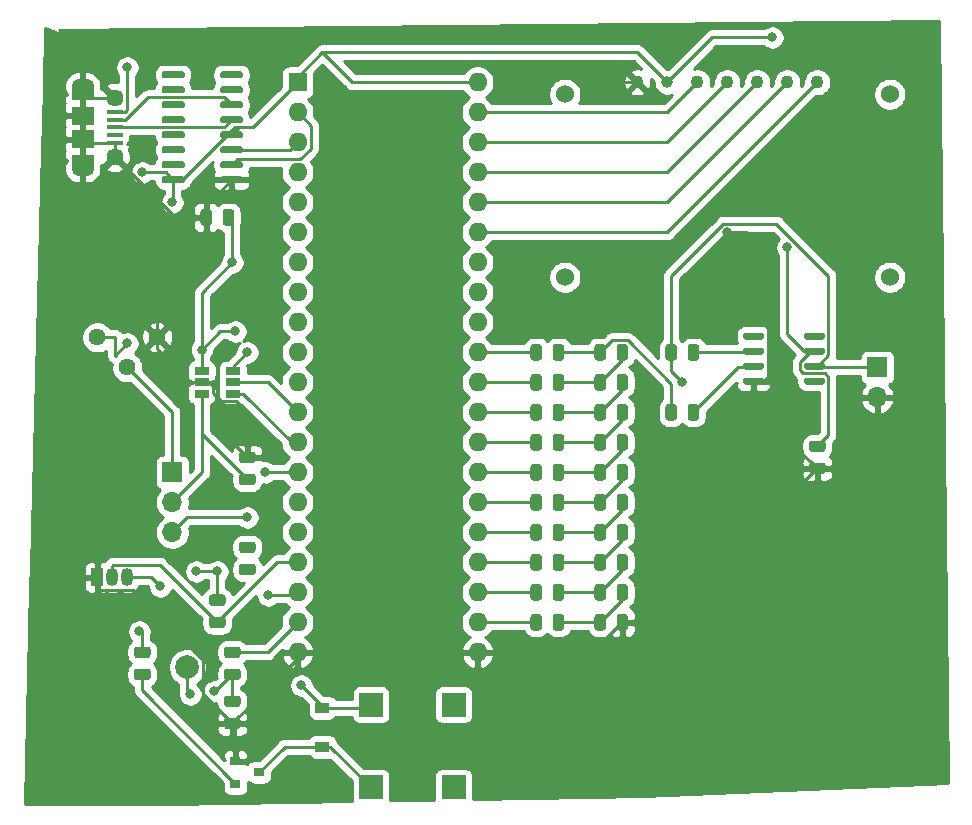
<source format=gbr>
%TF.GenerationSoftware,KiCad,Pcbnew,(5.1.6)-1*%
%TF.CreationDate,2020-11-21T18:59:33+08:00*%
%TF.ProjectId,Nov_21,4e6f765f-3231-42e6-9b69-6361645f7063,rev?*%
%TF.SameCoordinates,Original*%
%TF.FileFunction,Copper,L1,Top*%
%TF.FilePolarity,Positive*%
%FSLAX46Y46*%
G04 Gerber Fmt 4.6, Leading zero omitted, Abs format (unit mm)*
G04 Created by KiCad (PCBNEW (5.1.6)-1) date 2020-11-21 18:59:33*
%MOMM*%
%LPD*%
G01*
G04 APERTURE LIST*
%TA.AperFunction,ComponentPad*%
%ADD10C,1.440000*%
%TD*%
%TA.AperFunction,SMDPad,CuDef*%
%ADD11R,1.220000X0.650000*%
%TD*%
%TA.AperFunction,ComponentPad*%
%ADD12R,1.050000X1.500000*%
%TD*%
%TA.AperFunction,ComponentPad*%
%ADD13O,1.050000X1.500000*%
%TD*%
%TA.AperFunction,ComponentPad*%
%ADD14C,2.000000*%
%TD*%
%TA.AperFunction,SMDPad,CuDef*%
%ADD15R,0.900000X0.800000*%
%TD*%
%TA.AperFunction,ComponentPad*%
%ADD16O,1.700000X1.700000*%
%TD*%
%TA.AperFunction,ComponentPad*%
%ADD17R,1.700000X1.700000*%
%TD*%
%TA.AperFunction,ComponentPad*%
%ADD18C,1.100000*%
%TD*%
%TA.AperFunction,ComponentPad*%
%ADD19C,1.000000*%
%TD*%
%TA.AperFunction,ComponentPad*%
%ADD20C,1.524000*%
%TD*%
%TA.AperFunction,ComponentPad*%
%ADD21O,1.600000X1.600000*%
%TD*%
%TA.AperFunction,ComponentPad*%
%ADD22R,1.600000X1.600000*%
%TD*%
%TA.AperFunction,SMDPad,CuDef*%
%ADD23R,1.900000X1.200000*%
%TD*%
%TA.AperFunction,ComponentPad*%
%ADD24O,1.900000X1.200000*%
%TD*%
%TA.AperFunction,SMDPad,CuDef*%
%ADD25R,1.900000X1.500000*%
%TD*%
%TA.AperFunction,ComponentPad*%
%ADD26C,1.450000*%
%TD*%
%TA.AperFunction,SMDPad,CuDef*%
%ADD27R,1.350000X0.400000*%
%TD*%
%TA.AperFunction,SMDPad,CuDef*%
%ADD28R,1.200000X0.900000*%
%TD*%
%TA.AperFunction,SMDPad,CuDef*%
%ADD29R,2.000000X2.000000*%
%TD*%
%TA.AperFunction,ViaPad*%
%ADD30C,0.800000*%
%TD*%
%TA.AperFunction,Conductor*%
%ADD31C,0.250000*%
%TD*%
%TA.AperFunction,Conductor*%
%ADD32C,0.254000*%
%TD*%
G04 APERTURE END LIST*
D10*
%TO.P,RV1,1*%
%TO.N,VCC*%
X125730000Y-77470000D03*
%TO.P,RV1,2*%
%TO.N,Net-(J1-Pad1)*%
X128270000Y-80010000D03*
%TO.P,RV1,3*%
%TO.N,GND*%
X130810000Y-77470000D03*
%TD*%
D11*
%TO.P,U3,6*%
%TO.N,Net-(J3-Pad14)*%
X137200000Y-80330000D03*
%TO.P,U3,5*%
%TO.N,Net-(J3-Pad12)*%
X137200000Y-81280000D03*
%TO.P,U3,4*%
%TO.N,Net-(J3-Pad13)*%
X137200000Y-82230000D03*
%TO.P,U3,3*%
%TO.N,Net-(C1-Pad1)*%
X134580000Y-82230000D03*
%TO.P,U3,2*%
%TO.N,GND*%
X134580000Y-81280000D03*
%TO.P,U3,1*%
%TO.N,VCC*%
X134580000Y-80330000D03*
%TD*%
%TO.P,U2,16*%
%TO.N,VCC*%
%TA.AperFunction,SMDPad,CuDef*%
G36*
G01*
X133120000Y-63985000D02*
X133120000Y-64285000D01*
G75*
G02*
X132970000Y-64435000I-150000J0D01*
G01*
X131320000Y-64435000D01*
G75*
G02*
X131170000Y-64285000I0J150000D01*
G01*
X131170000Y-63985000D01*
G75*
G02*
X131320000Y-63835000I150000J0D01*
G01*
X132970000Y-63835000D01*
G75*
G02*
X133120000Y-63985000I0J-150000D01*
G01*
G37*
%TD.AperFunction*%
%TO.P,U2,15*%
%TO.N,Net-(U2-Pad15)*%
%TA.AperFunction,SMDPad,CuDef*%
G36*
G01*
X133120000Y-62715000D02*
X133120000Y-63015000D01*
G75*
G02*
X132970000Y-63165000I-150000J0D01*
G01*
X131320000Y-63165000D01*
G75*
G02*
X131170000Y-63015000I0J150000D01*
G01*
X131170000Y-62715000D01*
G75*
G02*
X131320000Y-62565000I150000J0D01*
G01*
X132970000Y-62565000D01*
G75*
G02*
X133120000Y-62715000I0J-150000D01*
G01*
G37*
%TD.AperFunction*%
%TO.P,U2,14*%
%TO.N,Net-(U2-Pad14)*%
%TA.AperFunction,SMDPad,CuDef*%
G36*
G01*
X133120000Y-61445000D02*
X133120000Y-61745000D01*
G75*
G02*
X132970000Y-61895000I-150000J0D01*
G01*
X131320000Y-61895000D01*
G75*
G02*
X131170000Y-61745000I0J150000D01*
G01*
X131170000Y-61445000D01*
G75*
G02*
X131320000Y-61295000I150000J0D01*
G01*
X132970000Y-61295000D01*
G75*
G02*
X133120000Y-61445000I0J-150000D01*
G01*
G37*
%TD.AperFunction*%
%TO.P,U2,13*%
%TO.N,Net-(U2-Pad13)*%
%TA.AperFunction,SMDPad,CuDef*%
G36*
G01*
X133120000Y-60175000D02*
X133120000Y-60475000D01*
G75*
G02*
X132970000Y-60625000I-150000J0D01*
G01*
X131320000Y-60625000D01*
G75*
G02*
X131170000Y-60475000I0J150000D01*
G01*
X131170000Y-60175000D01*
G75*
G02*
X131320000Y-60025000I150000J0D01*
G01*
X132970000Y-60025000D01*
G75*
G02*
X133120000Y-60175000I0J-150000D01*
G01*
G37*
%TD.AperFunction*%
%TO.P,U2,12*%
%TO.N,Net-(U2-Pad12)*%
%TA.AperFunction,SMDPad,CuDef*%
G36*
G01*
X133120000Y-58905000D02*
X133120000Y-59205000D01*
G75*
G02*
X132970000Y-59355000I-150000J0D01*
G01*
X131320000Y-59355000D01*
G75*
G02*
X131170000Y-59205000I0J150000D01*
G01*
X131170000Y-58905000D01*
G75*
G02*
X131320000Y-58755000I150000J0D01*
G01*
X132970000Y-58755000D01*
G75*
G02*
X133120000Y-58905000I0J-150000D01*
G01*
G37*
%TD.AperFunction*%
%TO.P,U2,11*%
%TO.N,Net-(U2-Pad11)*%
%TA.AperFunction,SMDPad,CuDef*%
G36*
G01*
X133120000Y-57635000D02*
X133120000Y-57935000D01*
G75*
G02*
X132970000Y-58085000I-150000J0D01*
G01*
X131320000Y-58085000D01*
G75*
G02*
X131170000Y-57935000I0J150000D01*
G01*
X131170000Y-57635000D01*
G75*
G02*
X131320000Y-57485000I150000J0D01*
G01*
X132970000Y-57485000D01*
G75*
G02*
X133120000Y-57635000I0J-150000D01*
G01*
G37*
%TD.AperFunction*%
%TO.P,U2,10*%
%TO.N,Net-(U2-Pad10)*%
%TA.AperFunction,SMDPad,CuDef*%
G36*
G01*
X133120000Y-56365000D02*
X133120000Y-56665000D01*
G75*
G02*
X132970000Y-56815000I-150000J0D01*
G01*
X131320000Y-56815000D01*
G75*
G02*
X131170000Y-56665000I0J150000D01*
G01*
X131170000Y-56365000D01*
G75*
G02*
X131320000Y-56215000I150000J0D01*
G01*
X132970000Y-56215000D01*
G75*
G02*
X133120000Y-56365000I0J-150000D01*
G01*
G37*
%TD.AperFunction*%
%TO.P,U2,9*%
%TO.N,Net-(U2-Pad9)*%
%TA.AperFunction,SMDPad,CuDef*%
G36*
G01*
X133120000Y-55095000D02*
X133120000Y-55395000D01*
G75*
G02*
X132970000Y-55545000I-150000J0D01*
G01*
X131320000Y-55545000D01*
G75*
G02*
X131170000Y-55395000I0J150000D01*
G01*
X131170000Y-55095000D01*
G75*
G02*
X131320000Y-54945000I150000J0D01*
G01*
X132970000Y-54945000D01*
G75*
G02*
X133120000Y-55095000I0J-150000D01*
G01*
G37*
%TD.AperFunction*%
%TO.P,U2,8*%
%TO.N,Net-(U2-Pad8)*%
%TA.AperFunction,SMDPad,CuDef*%
G36*
G01*
X138070000Y-55095000D02*
X138070000Y-55395000D01*
G75*
G02*
X137920000Y-55545000I-150000J0D01*
G01*
X136270000Y-55545000D01*
G75*
G02*
X136120000Y-55395000I0J150000D01*
G01*
X136120000Y-55095000D01*
G75*
G02*
X136270000Y-54945000I150000J0D01*
G01*
X137920000Y-54945000D01*
G75*
G02*
X138070000Y-55095000I0J-150000D01*
G01*
G37*
%TD.AperFunction*%
%TO.P,U2,7*%
%TO.N,Net-(U2-Pad7)*%
%TA.AperFunction,SMDPad,CuDef*%
G36*
G01*
X138070000Y-56365000D02*
X138070000Y-56665000D01*
G75*
G02*
X137920000Y-56815000I-150000J0D01*
G01*
X136270000Y-56815000D01*
G75*
G02*
X136120000Y-56665000I0J150000D01*
G01*
X136120000Y-56365000D01*
G75*
G02*
X136270000Y-56215000I150000J0D01*
G01*
X137920000Y-56215000D01*
G75*
G02*
X138070000Y-56365000I0J-150000D01*
G01*
G37*
%TD.AperFunction*%
%TO.P,U2,6*%
%TO.N,Net-(J2-Pad2)*%
%TA.AperFunction,SMDPad,CuDef*%
G36*
G01*
X138070000Y-57635000D02*
X138070000Y-57935000D01*
G75*
G02*
X137920000Y-58085000I-150000J0D01*
G01*
X136270000Y-58085000D01*
G75*
G02*
X136120000Y-57935000I0J150000D01*
G01*
X136120000Y-57635000D01*
G75*
G02*
X136270000Y-57485000I150000J0D01*
G01*
X137920000Y-57485000D01*
G75*
G02*
X138070000Y-57635000I0J-150000D01*
G01*
G37*
%TD.AperFunction*%
%TO.P,U2,5*%
%TO.N,Net-(J2-Pad3)*%
%TA.AperFunction,SMDPad,CuDef*%
G36*
G01*
X138070000Y-58905000D02*
X138070000Y-59205000D01*
G75*
G02*
X137920000Y-59355000I-150000J0D01*
G01*
X136270000Y-59355000D01*
G75*
G02*
X136120000Y-59205000I0J150000D01*
G01*
X136120000Y-58905000D01*
G75*
G02*
X136270000Y-58755000I150000J0D01*
G01*
X137920000Y-58755000D01*
G75*
G02*
X138070000Y-58905000I0J-150000D01*
G01*
G37*
%TD.AperFunction*%
%TO.P,U2,4*%
%TO.N,VCC*%
%TA.AperFunction,SMDPad,CuDef*%
G36*
G01*
X138070000Y-60175000D02*
X138070000Y-60475000D01*
G75*
G02*
X137920000Y-60625000I-150000J0D01*
G01*
X136270000Y-60625000D01*
G75*
G02*
X136120000Y-60475000I0J150000D01*
G01*
X136120000Y-60175000D01*
G75*
G02*
X136270000Y-60025000I150000J0D01*
G01*
X137920000Y-60025000D01*
G75*
G02*
X138070000Y-60175000I0J-150000D01*
G01*
G37*
%TD.AperFunction*%
%TO.P,U2,3*%
%TO.N,Net-(J3-Pad3)*%
%TA.AperFunction,SMDPad,CuDef*%
G36*
G01*
X138070000Y-61445000D02*
X138070000Y-61745000D01*
G75*
G02*
X137920000Y-61895000I-150000J0D01*
G01*
X136270000Y-61895000D01*
G75*
G02*
X136120000Y-61745000I0J150000D01*
G01*
X136120000Y-61445000D01*
G75*
G02*
X136270000Y-61295000I150000J0D01*
G01*
X137920000Y-61295000D01*
G75*
G02*
X138070000Y-61445000I0J-150000D01*
G01*
G37*
%TD.AperFunction*%
%TO.P,U2,2*%
%TO.N,Net-(J3-Pad2)*%
%TA.AperFunction,SMDPad,CuDef*%
G36*
G01*
X138070000Y-62715000D02*
X138070000Y-63015000D01*
G75*
G02*
X137920000Y-63165000I-150000J0D01*
G01*
X136270000Y-63165000D01*
G75*
G02*
X136120000Y-63015000I0J150000D01*
G01*
X136120000Y-62715000D01*
G75*
G02*
X136270000Y-62565000I150000J0D01*
G01*
X137920000Y-62565000D01*
G75*
G02*
X138070000Y-62715000I0J-150000D01*
G01*
G37*
%TD.AperFunction*%
%TO.P,U2,1*%
%TO.N,GND*%
%TA.AperFunction,SMDPad,CuDef*%
G36*
G01*
X138070000Y-63985000D02*
X138070000Y-64285000D01*
G75*
G02*
X137920000Y-64435000I-150000J0D01*
G01*
X136270000Y-64435000D01*
G75*
G02*
X136120000Y-64285000I0J150000D01*
G01*
X136120000Y-63985000D01*
G75*
G02*
X136270000Y-63835000I150000J0D01*
G01*
X137920000Y-63835000D01*
G75*
G02*
X138070000Y-63985000I0J-150000D01*
G01*
G37*
%TD.AperFunction*%
%TD*%
D12*
%TO.P,U1,1*%
%TO.N,GND*%
X125730000Y-97790000D03*
D13*
%TO.P,U1,3*%
%TO.N,VCC*%
X128270000Y-97790000D03*
%TO.P,U1,2*%
%TO.N,Net-(J3-Pad17)*%
X127000000Y-97790000D03*
%TD*%
D14*
%TO.P,TP1,1*%
%TO.N,Net-(C4-Pad1)*%
X133350000Y-105410000D03*
%TD*%
%TO.P,R25,2*%
%TO.N,GND*%
%TA.AperFunction,SMDPad,CuDef*%
G36*
G01*
X169692500Y-102056250D02*
X169692500Y-101143750D01*
G75*
G02*
X169936250Y-100900000I243750J0D01*
G01*
X170423750Y-100900000D01*
G75*
G02*
X170667500Y-101143750I0J-243750D01*
G01*
X170667500Y-102056250D01*
G75*
G02*
X170423750Y-102300000I-243750J0D01*
G01*
X169936250Y-102300000D01*
G75*
G02*
X169692500Y-102056250I0J243750D01*
G01*
G37*
%TD.AperFunction*%
%TO.P,R25,1*%
%TO.N,Net-(R22-Pad2)*%
%TA.AperFunction,SMDPad,CuDef*%
G36*
G01*
X167817500Y-102056250D02*
X167817500Y-101143750D01*
G75*
G02*
X168061250Y-100900000I243750J0D01*
G01*
X168548750Y-100900000D01*
G75*
G02*
X168792500Y-101143750I0J-243750D01*
G01*
X168792500Y-102056250D01*
G75*
G02*
X168548750Y-102300000I-243750J0D01*
G01*
X168061250Y-102300000D01*
G75*
G02*
X167817500Y-102056250I0J243750D01*
G01*
G37*
%TD.AperFunction*%
%TD*%
%TO.P,R24,2*%
%TO.N,Net-(J5-Pad2)*%
%TA.AperFunction,SMDPad,CuDef*%
G36*
G01*
X175710000Y-79196250D02*
X175710000Y-78283750D01*
G75*
G02*
X175953750Y-78040000I243750J0D01*
G01*
X176441250Y-78040000D01*
G75*
G02*
X176685000Y-78283750I0J-243750D01*
G01*
X176685000Y-79196250D01*
G75*
G02*
X176441250Y-79440000I-243750J0D01*
G01*
X175953750Y-79440000D01*
G75*
G02*
X175710000Y-79196250I0J243750D01*
G01*
G37*
%TD.AperFunction*%
%TO.P,R24,1*%
%TO.N,/A_OUT*%
%TA.AperFunction,SMDPad,CuDef*%
G36*
G01*
X173835000Y-79196250D02*
X173835000Y-78283750D01*
G75*
G02*
X174078750Y-78040000I243750J0D01*
G01*
X174566250Y-78040000D01*
G75*
G02*
X174810000Y-78283750I0J-243750D01*
G01*
X174810000Y-79196250D01*
G75*
G02*
X174566250Y-79440000I-243750J0D01*
G01*
X174078750Y-79440000D01*
G75*
G02*
X173835000Y-79196250I0J243750D01*
G01*
G37*
%TD.AperFunction*%
%TD*%
%TO.P,R23,2*%
%TO.N,Net-(R14-Pad1)*%
%TA.AperFunction,SMDPad,CuDef*%
G36*
G01*
X174810000Y-83363750D02*
X174810000Y-84276250D01*
G75*
G02*
X174566250Y-84520000I-243750J0D01*
G01*
X174078750Y-84520000D01*
G75*
G02*
X173835000Y-84276250I0J243750D01*
G01*
X173835000Y-83363750D01*
G75*
G02*
X174078750Y-83120000I243750J0D01*
G01*
X174566250Y-83120000D01*
G75*
G02*
X174810000Y-83363750I0J-243750D01*
G01*
G37*
%TD.AperFunction*%
%TO.P,R23,1*%
%TO.N,Net-(J5-Pad3)*%
%TA.AperFunction,SMDPad,CuDef*%
G36*
G01*
X176685000Y-83363750D02*
X176685000Y-84276250D01*
G75*
G02*
X176441250Y-84520000I-243750J0D01*
G01*
X175953750Y-84520000D01*
G75*
G02*
X175710000Y-84276250I0J243750D01*
G01*
X175710000Y-83363750D01*
G75*
G02*
X175953750Y-83120000I243750J0D01*
G01*
X176441250Y-83120000D01*
G75*
G02*
X176685000Y-83363750I0J-243750D01*
G01*
G37*
%TD.AperFunction*%
%TD*%
%TO.P,R22,2*%
%TO.N,Net-(R22-Pad2)*%
%TA.AperFunction,SMDPad,CuDef*%
G36*
G01*
X169692500Y-99516250D02*
X169692500Y-98603750D01*
G75*
G02*
X169936250Y-98360000I243750J0D01*
G01*
X170423750Y-98360000D01*
G75*
G02*
X170667500Y-98603750I0J-243750D01*
G01*
X170667500Y-99516250D01*
G75*
G02*
X170423750Y-99760000I-243750J0D01*
G01*
X169936250Y-99760000D01*
G75*
G02*
X169692500Y-99516250I0J243750D01*
G01*
G37*
%TD.AperFunction*%
%TO.P,R22,1*%
%TO.N,Net-(R12-Pad1)*%
%TA.AperFunction,SMDPad,CuDef*%
G36*
G01*
X167817500Y-99516250D02*
X167817500Y-98603750D01*
G75*
G02*
X168061250Y-98360000I243750J0D01*
G01*
X168548750Y-98360000D01*
G75*
G02*
X168792500Y-98603750I0J-243750D01*
G01*
X168792500Y-99516250D01*
G75*
G02*
X168548750Y-99760000I-243750J0D01*
G01*
X168061250Y-99760000D01*
G75*
G02*
X167817500Y-99516250I0J243750D01*
G01*
G37*
%TD.AperFunction*%
%TD*%
%TO.P,R21,2*%
%TO.N,Net-(R12-Pad1)*%
%TA.AperFunction,SMDPad,CuDef*%
G36*
G01*
X169692500Y-96976250D02*
X169692500Y-96063750D01*
G75*
G02*
X169936250Y-95820000I243750J0D01*
G01*
X170423750Y-95820000D01*
G75*
G02*
X170667500Y-96063750I0J-243750D01*
G01*
X170667500Y-96976250D01*
G75*
G02*
X170423750Y-97220000I-243750J0D01*
G01*
X169936250Y-97220000D01*
G75*
G02*
X169692500Y-96976250I0J243750D01*
G01*
G37*
%TD.AperFunction*%
%TO.P,R21,1*%
%TO.N,Net-(R11-Pad1)*%
%TA.AperFunction,SMDPad,CuDef*%
G36*
G01*
X167817500Y-96976250D02*
X167817500Y-96063750D01*
G75*
G02*
X168061250Y-95820000I243750J0D01*
G01*
X168548750Y-95820000D01*
G75*
G02*
X168792500Y-96063750I0J-243750D01*
G01*
X168792500Y-96976250D01*
G75*
G02*
X168548750Y-97220000I-243750J0D01*
G01*
X168061250Y-97220000D01*
G75*
G02*
X167817500Y-96976250I0J243750D01*
G01*
G37*
%TD.AperFunction*%
%TD*%
%TO.P,R20,2*%
%TO.N,Net-(R11-Pad1)*%
%TA.AperFunction,SMDPad,CuDef*%
G36*
G01*
X169692500Y-94436250D02*
X169692500Y-93523750D01*
G75*
G02*
X169936250Y-93280000I243750J0D01*
G01*
X170423750Y-93280000D01*
G75*
G02*
X170667500Y-93523750I0J-243750D01*
G01*
X170667500Y-94436250D01*
G75*
G02*
X170423750Y-94680000I-243750J0D01*
G01*
X169936250Y-94680000D01*
G75*
G02*
X169692500Y-94436250I0J243750D01*
G01*
G37*
%TD.AperFunction*%
%TO.P,R20,1*%
%TO.N,Net-(R10-Pad1)*%
%TA.AperFunction,SMDPad,CuDef*%
G36*
G01*
X167817500Y-94436250D02*
X167817500Y-93523750D01*
G75*
G02*
X168061250Y-93280000I243750J0D01*
G01*
X168548750Y-93280000D01*
G75*
G02*
X168792500Y-93523750I0J-243750D01*
G01*
X168792500Y-94436250D01*
G75*
G02*
X168548750Y-94680000I-243750J0D01*
G01*
X168061250Y-94680000D01*
G75*
G02*
X167817500Y-94436250I0J243750D01*
G01*
G37*
%TD.AperFunction*%
%TD*%
%TO.P,R19,2*%
%TO.N,Net-(R10-Pad1)*%
%TA.AperFunction,SMDPad,CuDef*%
G36*
G01*
X169692500Y-91896250D02*
X169692500Y-90983750D01*
G75*
G02*
X169936250Y-90740000I243750J0D01*
G01*
X170423750Y-90740000D01*
G75*
G02*
X170667500Y-90983750I0J-243750D01*
G01*
X170667500Y-91896250D01*
G75*
G02*
X170423750Y-92140000I-243750J0D01*
G01*
X169936250Y-92140000D01*
G75*
G02*
X169692500Y-91896250I0J243750D01*
G01*
G37*
%TD.AperFunction*%
%TO.P,R19,1*%
%TO.N,Net-(R18-Pad2)*%
%TA.AperFunction,SMDPad,CuDef*%
G36*
G01*
X167817500Y-91896250D02*
X167817500Y-90983750D01*
G75*
G02*
X168061250Y-90740000I243750J0D01*
G01*
X168548750Y-90740000D01*
G75*
G02*
X168792500Y-90983750I0J-243750D01*
G01*
X168792500Y-91896250D01*
G75*
G02*
X168548750Y-92140000I-243750J0D01*
G01*
X168061250Y-92140000D01*
G75*
G02*
X167817500Y-91896250I0J243750D01*
G01*
G37*
%TD.AperFunction*%
%TD*%
%TO.P,R18,2*%
%TO.N,Net-(R18-Pad2)*%
%TA.AperFunction,SMDPad,CuDef*%
G36*
G01*
X169692500Y-89356250D02*
X169692500Y-88443750D01*
G75*
G02*
X169936250Y-88200000I243750J0D01*
G01*
X170423750Y-88200000D01*
G75*
G02*
X170667500Y-88443750I0J-243750D01*
G01*
X170667500Y-89356250D01*
G75*
G02*
X170423750Y-89600000I-243750J0D01*
G01*
X169936250Y-89600000D01*
G75*
G02*
X169692500Y-89356250I0J243750D01*
G01*
G37*
%TD.AperFunction*%
%TO.P,R18,1*%
%TO.N,Net-(R17-Pad2)*%
%TA.AperFunction,SMDPad,CuDef*%
G36*
G01*
X167817500Y-89356250D02*
X167817500Y-88443750D01*
G75*
G02*
X168061250Y-88200000I243750J0D01*
G01*
X168548750Y-88200000D01*
G75*
G02*
X168792500Y-88443750I0J-243750D01*
G01*
X168792500Y-89356250D01*
G75*
G02*
X168548750Y-89600000I-243750J0D01*
G01*
X168061250Y-89600000D01*
G75*
G02*
X167817500Y-89356250I0J243750D01*
G01*
G37*
%TD.AperFunction*%
%TD*%
%TO.P,R17,2*%
%TO.N,Net-(R17-Pad2)*%
%TA.AperFunction,SMDPad,CuDef*%
G36*
G01*
X169692500Y-86816250D02*
X169692500Y-85903750D01*
G75*
G02*
X169936250Y-85660000I243750J0D01*
G01*
X170423750Y-85660000D01*
G75*
G02*
X170667500Y-85903750I0J-243750D01*
G01*
X170667500Y-86816250D01*
G75*
G02*
X170423750Y-87060000I-243750J0D01*
G01*
X169936250Y-87060000D01*
G75*
G02*
X169692500Y-86816250I0J243750D01*
G01*
G37*
%TD.AperFunction*%
%TO.P,R17,1*%
%TO.N,Net-(R16-Pad2)*%
%TA.AperFunction,SMDPad,CuDef*%
G36*
G01*
X167817500Y-86816250D02*
X167817500Y-85903750D01*
G75*
G02*
X168061250Y-85660000I243750J0D01*
G01*
X168548750Y-85660000D01*
G75*
G02*
X168792500Y-85903750I0J-243750D01*
G01*
X168792500Y-86816250D01*
G75*
G02*
X168548750Y-87060000I-243750J0D01*
G01*
X168061250Y-87060000D01*
G75*
G02*
X167817500Y-86816250I0J243750D01*
G01*
G37*
%TD.AperFunction*%
%TD*%
%TO.P,R16,2*%
%TO.N,Net-(R16-Pad2)*%
%TA.AperFunction,SMDPad,CuDef*%
G36*
G01*
X169692500Y-84276250D02*
X169692500Y-83363750D01*
G75*
G02*
X169936250Y-83120000I243750J0D01*
G01*
X170423750Y-83120000D01*
G75*
G02*
X170667500Y-83363750I0J-243750D01*
G01*
X170667500Y-84276250D01*
G75*
G02*
X170423750Y-84520000I-243750J0D01*
G01*
X169936250Y-84520000D01*
G75*
G02*
X169692500Y-84276250I0J243750D01*
G01*
G37*
%TD.AperFunction*%
%TO.P,R16,1*%
%TO.N,Net-(R15-Pad2)*%
%TA.AperFunction,SMDPad,CuDef*%
G36*
G01*
X167817500Y-84276250D02*
X167817500Y-83363750D01*
G75*
G02*
X168061250Y-83120000I243750J0D01*
G01*
X168548750Y-83120000D01*
G75*
G02*
X168792500Y-83363750I0J-243750D01*
G01*
X168792500Y-84276250D01*
G75*
G02*
X168548750Y-84520000I-243750J0D01*
G01*
X168061250Y-84520000D01*
G75*
G02*
X167817500Y-84276250I0J243750D01*
G01*
G37*
%TD.AperFunction*%
%TD*%
%TO.P,R15,2*%
%TO.N,Net-(R15-Pad2)*%
%TA.AperFunction,SMDPad,CuDef*%
G36*
G01*
X169692500Y-81736250D02*
X169692500Y-80823750D01*
G75*
G02*
X169936250Y-80580000I243750J0D01*
G01*
X170423750Y-80580000D01*
G75*
G02*
X170667500Y-80823750I0J-243750D01*
G01*
X170667500Y-81736250D01*
G75*
G02*
X170423750Y-81980000I-243750J0D01*
G01*
X169936250Y-81980000D01*
G75*
G02*
X169692500Y-81736250I0J243750D01*
G01*
G37*
%TD.AperFunction*%
%TO.P,R15,1*%
%TO.N,Net-(R13-Pad1)*%
%TA.AperFunction,SMDPad,CuDef*%
G36*
G01*
X167817500Y-81736250D02*
X167817500Y-80823750D01*
G75*
G02*
X168061250Y-80580000I243750J0D01*
G01*
X168548750Y-80580000D01*
G75*
G02*
X168792500Y-80823750I0J-243750D01*
G01*
X168792500Y-81736250D01*
G75*
G02*
X168548750Y-81980000I-243750J0D01*
G01*
X168061250Y-81980000D01*
G75*
G02*
X167817500Y-81736250I0J243750D01*
G01*
G37*
%TD.AperFunction*%
%TD*%
%TO.P,R14,2*%
%TO.N,Net-(R13-Pad1)*%
%TA.AperFunction,SMDPad,CuDef*%
G36*
G01*
X169692500Y-79196250D02*
X169692500Y-78283750D01*
G75*
G02*
X169936250Y-78040000I243750J0D01*
G01*
X170423750Y-78040000D01*
G75*
G02*
X170667500Y-78283750I0J-243750D01*
G01*
X170667500Y-79196250D01*
G75*
G02*
X170423750Y-79440000I-243750J0D01*
G01*
X169936250Y-79440000D01*
G75*
G02*
X169692500Y-79196250I0J243750D01*
G01*
G37*
%TD.AperFunction*%
%TO.P,R14,1*%
%TO.N,Net-(R14-Pad1)*%
%TA.AperFunction,SMDPad,CuDef*%
G36*
G01*
X167817500Y-79196250D02*
X167817500Y-78283750D01*
G75*
G02*
X168061250Y-78040000I243750J0D01*
G01*
X168548750Y-78040000D01*
G75*
G02*
X168792500Y-78283750I0J-243750D01*
G01*
X168792500Y-79196250D01*
G75*
G02*
X168548750Y-79440000I-243750J0D01*
G01*
X168061250Y-79440000D01*
G75*
G02*
X167817500Y-79196250I0J243750D01*
G01*
G37*
%TD.AperFunction*%
%TD*%
%TO.P,R13,2*%
%TO.N,/DA8*%
%TA.AperFunction,SMDPad,CuDef*%
G36*
G01*
X163380000Y-80823750D02*
X163380000Y-81736250D01*
G75*
G02*
X163136250Y-81980000I-243750J0D01*
G01*
X162648750Y-81980000D01*
G75*
G02*
X162405000Y-81736250I0J243750D01*
G01*
X162405000Y-80823750D01*
G75*
G02*
X162648750Y-80580000I243750J0D01*
G01*
X163136250Y-80580000D01*
G75*
G02*
X163380000Y-80823750I0J-243750D01*
G01*
G37*
%TD.AperFunction*%
%TO.P,R13,1*%
%TO.N,Net-(R13-Pad1)*%
%TA.AperFunction,SMDPad,CuDef*%
G36*
G01*
X165255000Y-80823750D02*
X165255000Y-81736250D01*
G75*
G02*
X165011250Y-81980000I-243750J0D01*
G01*
X164523750Y-81980000D01*
G75*
G02*
X164280000Y-81736250I0J243750D01*
G01*
X164280000Y-80823750D01*
G75*
G02*
X164523750Y-80580000I243750J0D01*
G01*
X165011250Y-80580000D01*
G75*
G02*
X165255000Y-80823750I0J-243750D01*
G01*
G37*
%TD.AperFunction*%
%TD*%
%TO.P,R12,2*%
%TO.N,/DA1*%
%TA.AperFunction,SMDPad,CuDef*%
G36*
G01*
X163380000Y-98603750D02*
X163380000Y-99516250D01*
G75*
G02*
X163136250Y-99760000I-243750J0D01*
G01*
X162648750Y-99760000D01*
G75*
G02*
X162405000Y-99516250I0J243750D01*
G01*
X162405000Y-98603750D01*
G75*
G02*
X162648750Y-98360000I243750J0D01*
G01*
X163136250Y-98360000D01*
G75*
G02*
X163380000Y-98603750I0J-243750D01*
G01*
G37*
%TD.AperFunction*%
%TO.P,R12,1*%
%TO.N,Net-(R12-Pad1)*%
%TA.AperFunction,SMDPad,CuDef*%
G36*
G01*
X165255000Y-98603750D02*
X165255000Y-99516250D01*
G75*
G02*
X165011250Y-99760000I-243750J0D01*
G01*
X164523750Y-99760000D01*
G75*
G02*
X164280000Y-99516250I0J243750D01*
G01*
X164280000Y-98603750D01*
G75*
G02*
X164523750Y-98360000I243750J0D01*
G01*
X165011250Y-98360000D01*
G75*
G02*
X165255000Y-98603750I0J-243750D01*
G01*
G37*
%TD.AperFunction*%
%TD*%
%TO.P,R11,2*%
%TO.N,/DA2*%
%TA.AperFunction,SMDPad,CuDef*%
G36*
G01*
X163380000Y-96063750D02*
X163380000Y-96976250D01*
G75*
G02*
X163136250Y-97220000I-243750J0D01*
G01*
X162648750Y-97220000D01*
G75*
G02*
X162405000Y-96976250I0J243750D01*
G01*
X162405000Y-96063750D01*
G75*
G02*
X162648750Y-95820000I243750J0D01*
G01*
X163136250Y-95820000D01*
G75*
G02*
X163380000Y-96063750I0J-243750D01*
G01*
G37*
%TD.AperFunction*%
%TO.P,R11,1*%
%TO.N,Net-(R11-Pad1)*%
%TA.AperFunction,SMDPad,CuDef*%
G36*
G01*
X165255000Y-96063750D02*
X165255000Y-96976250D01*
G75*
G02*
X165011250Y-97220000I-243750J0D01*
G01*
X164523750Y-97220000D01*
G75*
G02*
X164280000Y-96976250I0J243750D01*
G01*
X164280000Y-96063750D01*
G75*
G02*
X164523750Y-95820000I243750J0D01*
G01*
X165011250Y-95820000D01*
G75*
G02*
X165255000Y-96063750I0J-243750D01*
G01*
G37*
%TD.AperFunction*%
%TD*%
%TO.P,R10,2*%
%TO.N,/DA3*%
%TA.AperFunction,SMDPad,CuDef*%
G36*
G01*
X163380000Y-93523750D02*
X163380000Y-94436250D01*
G75*
G02*
X163136250Y-94680000I-243750J0D01*
G01*
X162648750Y-94680000D01*
G75*
G02*
X162405000Y-94436250I0J243750D01*
G01*
X162405000Y-93523750D01*
G75*
G02*
X162648750Y-93280000I243750J0D01*
G01*
X163136250Y-93280000D01*
G75*
G02*
X163380000Y-93523750I0J-243750D01*
G01*
G37*
%TD.AperFunction*%
%TO.P,R10,1*%
%TO.N,Net-(R10-Pad1)*%
%TA.AperFunction,SMDPad,CuDef*%
G36*
G01*
X165255000Y-93523750D02*
X165255000Y-94436250D01*
G75*
G02*
X165011250Y-94680000I-243750J0D01*
G01*
X164523750Y-94680000D01*
G75*
G02*
X164280000Y-94436250I0J243750D01*
G01*
X164280000Y-93523750D01*
G75*
G02*
X164523750Y-93280000I243750J0D01*
G01*
X165011250Y-93280000D01*
G75*
G02*
X165255000Y-93523750I0J-243750D01*
G01*
G37*
%TD.AperFunction*%
%TD*%
%TO.P,R9,2*%
%TO.N,/DA5*%
%TA.AperFunction,SMDPad,CuDef*%
G36*
G01*
X163380000Y-88443750D02*
X163380000Y-89356250D01*
G75*
G02*
X163136250Y-89600000I-243750J0D01*
G01*
X162648750Y-89600000D01*
G75*
G02*
X162405000Y-89356250I0J243750D01*
G01*
X162405000Y-88443750D01*
G75*
G02*
X162648750Y-88200000I243750J0D01*
G01*
X163136250Y-88200000D01*
G75*
G02*
X163380000Y-88443750I0J-243750D01*
G01*
G37*
%TD.AperFunction*%
%TO.P,R9,1*%
%TO.N,Net-(R17-Pad2)*%
%TA.AperFunction,SMDPad,CuDef*%
G36*
G01*
X165255000Y-88443750D02*
X165255000Y-89356250D01*
G75*
G02*
X165011250Y-89600000I-243750J0D01*
G01*
X164523750Y-89600000D01*
G75*
G02*
X164280000Y-89356250I0J243750D01*
G01*
X164280000Y-88443750D01*
G75*
G02*
X164523750Y-88200000I243750J0D01*
G01*
X165011250Y-88200000D01*
G75*
G02*
X165255000Y-88443750I0J-243750D01*
G01*
G37*
%TD.AperFunction*%
%TD*%
%TO.P,R8,2*%
%TO.N,/DA6*%
%TA.AperFunction,SMDPad,CuDef*%
G36*
G01*
X163380000Y-85903750D02*
X163380000Y-86816250D01*
G75*
G02*
X163136250Y-87060000I-243750J0D01*
G01*
X162648750Y-87060000D01*
G75*
G02*
X162405000Y-86816250I0J243750D01*
G01*
X162405000Y-85903750D01*
G75*
G02*
X162648750Y-85660000I243750J0D01*
G01*
X163136250Y-85660000D01*
G75*
G02*
X163380000Y-85903750I0J-243750D01*
G01*
G37*
%TD.AperFunction*%
%TO.P,R8,1*%
%TO.N,Net-(R16-Pad2)*%
%TA.AperFunction,SMDPad,CuDef*%
G36*
G01*
X165255000Y-85903750D02*
X165255000Y-86816250D01*
G75*
G02*
X165011250Y-87060000I-243750J0D01*
G01*
X164523750Y-87060000D01*
G75*
G02*
X164280000Y-86816250I0J243750D01*
G01*
X164280000Y-85903750D01*
G75*
G02*
X164523750Y-85660000I243750J0D01*
G01*
X165011250Y-85660000D01*
G75*
G02*
X165255000Y-85903750I0J-243750D01*
G01*
G37*
%TD.AperFunction*%
%TD*%
%TO.P,R7,2*%
%TO.N,/DA7*%
%TA.AperFunction,SMDPad,CuDef*%
G36*
G01*
X163380000Y-83363750D02*
X163380000Y-84276250D01*
G75*
G02*
X163136250Y-84520000I-243750J0D01*
G01*
X162648750Y-84520000D01*
G75*
G02*
X162405000Y-84276250I0J243750D01*
G01*
X162405000Y-83363750D01*
G75*
G02*
X162648750Y-83120000I243750J0D01*
G01*
X163136250Y-83120000D01*
G75*
G02*
X163380000Y-83363750I0J-243750D01*
G01*
G37*
%TD.AperFunction*%
%TO.P,R7,1*%
%TO.N,Net-(R15-Pad2)*%
%TA.AperFunction,SMDPad,CuDef*%
G36*
G01*
X165255000Y-83363750D02*
X165255000Y-84276250D01*
G75*
G02*
X165011250Y-84520000I-243750J0D01*
G01*
X164523750Y-84520000D01*
G75*
G02*
X164280000Y-84276250I0J243750D01*
G01*
X164280000Y-83363750D01*
G75*
G02*
X164523750Y-83120000I243750J0D01*
G01*
X165011250Y-83120000D01*
G75*
G02*
X165255000Y-83363750I0J-243750D01*
G01*
G37*
%TD.AperFunction*%
%TD*%
%TO.P,R6,2*%
%TO.N,/DA0*%
%TA.AperFunction,SMDPad,CuDef*%
G36*
G01*
X163380000Y-101143750D02*
X163380000Y-102056250D01*
G75*
G02*
X163136250Y-102300000I-243750J0D01*
G01*
X162648750Y-102300000D01*
G75*
G02*
X162405000Y-102056250I0J243750D01*
G01*
X162405000Y-101143750D01*
G75*
G02*
X162648750Y-100900000I243750J0D01*
G01*
X163136250Y-100900000D01*
G75*
G02*
X163380000Y-101143750I0J-243750D01*
G01*
G37*
%TD.AperFunction*%
%TO.P,R6,1*%
%TO.N,Net-(R22-Pad2)*%
%TA.AperFunction,SMDPad,CuDef*%
G36*
G01*
X165255000Y-101143750D02*
X165255000Y-102056250D01*
G75*
G02*
X165011250Y-102300000I-243750J0D01*
G01*
X164523750Y-102300000D01*
G75*
G02*
X164280000Y-102056250I0J243750D01*
G01*
X164280000Y-101143750D01*
G75*
G02*
X164523750Y-100900000I243750J0D01*
G01*
X165011250Y-100900000D01*
G75*
G02*
X165255000Y-101143750I0J-243750D01*
G01*
G37*
%TD.AperFunction*%
%TD*%
%TO.P,R5,2*%
%TO.N,/DA4*%
%TA.AperFunction,SMDPad,CuDef*%
G36*
G01*
X163380000Y-90983750D02*
X163380000Y-91896250D01*
G75*
G02*
X163136250Y-92140000I-243750J0D01*
G01*
X162648750Y-92140000D01*
G75*
G02*
X162405000Y-91896250I0J243750D01*
G01*
X162405000Y-90983750D01*
G75*
G02*
X162648750Y-90740000I243750J0D01*
G01*
X163136250Y-90740000D01*
G75*
G02*
X163380000Y-90983750I0J-243750D01*
G01*
G37*
%TD.AperFunction*%
%TO.P,R5,1*%
%TO.N,Net-(R18-Pad2)*%
%TA.AperFunction,SMDPad,CuDef*%
G36*
G01*
X165255000Y-90983750D02*
X165255000Y-91896250D01*
G75*
G02*
X165011250Y-92140000I-243750J0D01*
G01*
X164523750Y-92140000D01*
G75*
G02*
X164280000Y-91896250I0J243750D01*
G01*
X164280000Y-90983750D01*
G75*
G02*
X164523750Y-90740000I243750J0D01*
G01*
X165011250Y-90740000D01*
G75*
G02*
X165255000Y-90983750I0J-243750D01*
G01*
G37*
%TD.AperFunction*%
%TD*%
%TO.P,R4,2*%
%TO.N,/DA9*%
%TA.AperFunction,SMDPad,CuDef*%
G36*
G01*
X163380000Y-78283750D02*
X163380000Y-79196250D01*
G75*
G02*
X163136250Y-79440000I-243750J0D01*
G01*
X162648750Y-79440000D01*
G75*
G02*
X162405000Y-79196250I0J243750D01*
G01*
X162405000Y-78283750D01*
G75*
G02*
X162648750Y-78040000I243750J0D01*
G01*
X163136250Y-78040000D01*
G75*
G02*
X163380000Y-78283750I0J-243750D01*
G01*
G37*
%TD.AperFunction*%
%TO.P,R4,1*%
%TO.N,Net-(R14-Pad1)*%
%TA.AperFunction,SMDPad,CuDef*%
G36*
G01*
X165255000Y-78283750D02*
X165255000Y-79196250D01*
G75*
G02*
X165011250Y-79440000I-243750J0D01*
G01*
X164523750Y-79440000D01*
G75*
G02*
X164280000Y-79196250I0J243750D01*
G01*
X164280000Y-78283750D01*
G75*
G02*
X164523750Y-78040000I243750J0D01*
G01*
X165011250Y-78040000D01*
G75*
G02*
X165255000Y-78283750I0J-243750D01*
G01*
G37*
%TD.AperFunction*%
%TD*%
%TO.P,R3,2*%
%TO.N,Net-(J3-Pad19)*%
%TA.AperFunction,SMDPad,CuDef*%
G36*
G01*
X137616250Y-104627500D02*
X136703750Y-104627500D01*
G75*
G02*
X136460000Y-104383750I0J243750D01*
G01*
X136460000Y-103896250D01*
G75*
G02*
X136703750Y-103652500I243750J0D01*
G01*
X137616250Y-103652500D01*
G75*
G02*
X137860000Y-103896250I0J-243750D01*
G01*
X137860000Y-104383750D01*
G75*
G02*
X137616250Y-104627500I-243750J0D01*
G01*
G37*
%TD.AperFunction*%
%TO.P,R3,1*%
%TO.N,Net-(C4-Pad1)*%
%TA.AperFunction,SMDPad,CuDef*%
G36*
G01*
X137616250Y-106502500D02*
X136703750Y-106502500D01*
G75*
G02*
X136460000Y-106258750I0J243750D01*
G01*
X136460000Y-105771250D01*
G75*
G02*
X136703750Y-105527500I243750J0D01*
G01*
X137616250Y-105527500D01*
G75*
G02*
X137860000Y-105771250I0J-243750D01*
G01*
X137860000Y-106258750D01*
G75*
G02*
X137616250Y-106502500I-243750J0D01*
G01*
G37*
%TD.AperFunction*%
%TD*%
%TO.P,R2,2*%
%TO.N,Net-(J3-Pad18)*%
%TA.AperFunction,SMDPad,CuDef*%
G36*
G01*
X129996250Y-104627500D02*
X129083750Y-104627500D01*
G75*
G02*
X128840000Y-104383750I0J243750D01*
G01*
X128840000Y-103896250D01*
G75*
G02*
X129083750Y-103652500I243750J0D01*
G01*
X129996250Y-103652500D01*
G75*
G02*
X130240000Y-103896250I0J-243750D01*
G01*
X130240000Y-104383750D01*
G75*
G02*
X129996250Y-104627500I-243750J0D01*
G01*
G37*
%TD.AperFunction*%
%TO.P,R2,1*%
%TO.N,Net-(Q1-Pad2)*%
%TA.AperFunction,SMDPad,CuDef*%
G36*
G01*
X129996250Y-106502500D02*
X129083750Y-106502500D01*
G75*
G02*
X128840000Y-106258750I0J243750D01*
G01*
X128840000Y-105771250D01*
G75*
G02*
X129083750Y-105527500I243750J0D01*
G01*
X129996250Y-105527500D01*
G75*
G02*
X130240000Y-105771250I0J-243750D01*
G01*
X130240000Y-106258750D01*
G75*
G02*
X129996250Y-106502500I-243750J0D01*
G01*
G37*
%TD.AperFunction*%
%TD*%
%TO.P,R1,2*%
%TO.N,Net-(J3-Pad17)*%
%TA.AperFunction,SMDPad,CuDef*%
G36*
G01*
X135433750Y-101112500D02*
X136346250Y-101112500D01*
G75*
G02*
X136590000Y-101356250I0J-243750D01*
G01*
X136590000Y-101843750D01*
G75*
G02*
X136346250Y-102087500I-243750J0D01*
G01*
X135433750Y-102087500D01*
G75*
G02*
X135190000Y-101843750I0J243750D01*
G01*
X135190000Y-101356250D01*
G75*
G02*
X135433750Y-101112500I243750J0D01*
G01*
G37*
%TD.AperFunction*%
%TO.P,R1,1*%
%TO.N,VCC*%
%TA.AperFunction,SMDPad,CuDef*%
G36*
G01*
X135433750Y-99237500D02*
X136346250Y-99237500D01*
G75*
G02*
X136590000Y-99481250I0J-243750D01*
G01*
X136590000Y-99968750D01*
G75*
G02*
X136346250Y-100212500I-243750J0D01*
G01*
X135433750Y-100212500D01*
G75*
G02*
X135190000Y-99968750I0J243750D01*
G01*
X135190000Y-99481250D01*
G75*
G02*
X135433750Y-99237500I243750J0D01*
G01*
G37*
%TD.AperFunction*%
%TD*%
D15*
%TO.P,Q1,3*%
%TO.N,Net-(BZ1-Pad2)*%
X139430000Y-114300000D03*
%TO.P,Q1,2*%
%TO.N,Net-(Q1-Pad2)*%
X137430000Y-115250000D03*
%TO.P,Q1,1*%
%TO.N,GND*%
X137430000Y-113350000D03*
%TD*%
D16*
%TO.P,J6,2*%
%TO.N,GND*%
X191770000Y-82550000D03*
D17*
%TO.P,J6,1*%
%TO.N,/A_OUT*%
X191770000Y-80010000D03*
%TD*%
%TO.P,J5,8*%
%TO.N,Net-(J5-Pad8)*%
%TA.AperFunction,SMDPad,CuDef*%
G36*
G01*
X185560440Y-77513320D02*
X185560440Y-77213320D01*
G75*
G02*
X185710440Y-77063320I150000J0D01*
G01*
X187160440Y-77063320D01*
G75*
G02*
X187310440Y-77213320I0J-150000D01*
G01*
X187310440Y-77513320D01*
G75*
G02*
X187160440Y-77663320I-150000J0D01*
G01*
X185710440Y-77663320D01*
G75*
G02*
X185560440Y-77513320I0J150000D01*
G01*
G37*
%TD.AperFunction*%
%TO.P,J5,7*%
%TO.N,VCC*%
%TA.AperFunction,SMDPad,CuDef*%
G36*
G01*
X185560440Y-78783320D02*
X185560440Y-78483320D01*
G75*
G02*
X185710440Y-78333320I150000J0D01*
G01*
X187160440Y-78333320D01*
G75*
G02*
X187310440Y-78483320I0J-150000D01*
G01*
X187310440Y-78783320D01*
G75*
G02*
X187160440Y-78933320I-150000J0D01*
G01*
X185710440Y-78933320D01*
G75*
G02*
X185560440Y-78783320I0J150000D01*
G01*
G37*
%TD.AperFunction*%
%TO.P,J5,6*%
%TO.N,/A_OUT*%
%TA.AperFunction,SMDPad,CuDef*%
G36*
G01*
X185560440Y-80053320D02*
X185560440Y-79753320D01*
G75*
G02*
X185710440Y-79603320I150000J0D01*
G01*
X187160440Y-79603320D01*
G75*
G02*
X187310440Y-79753320I0J-150000D01*
G01*
X187310440Y-80053320D01*
G75*
G02*
X187160440Y-80203320I-150000J0D01*
G01*
X185710440Y-80203320D01*
G75*
G02*
X185560440Y-80053320I0J150000D01*
G01*
G37*
%TD.AperFunction*%
%TO.P,J5,5*%
%TO.N,Net-(J5-Pad5)*%
%TA.AperFunction,SMDPad,CuDef*%
G36*
G01*
X185560440Y-81323320D02*
X185560440Y-81023320D01*
G75*
G02*
X185710440Y-80873320I150000J0D01*
G01*
X187160440Y-80873320D01*
G75*
G02*
X187310440Y-81023320I0J-150000D01*
G01*
X187310440Y-81323320D01*
G75*
G02*
X187160440Y-81473320I-150000J0D01*
G01*
X185710440Y-81473320D01*
G75*
G02*
X185560440Y-81323320I0J150000D01*
G01*
G37*
%TD.AperFunction*%
%TO.P,J5,4*%
%TO.N,GND*%
%TA.AperFunction,SMDPad,CuDef*%
G36*
G01*
X180410440Y-81323320D02*
X180410440Y-81023320D01*
G75*
G02*
X180560440Y-80873320I150000J0D01*
G01*
X182010440Y-80873320D01*
G75*
G02*
X182160440Y-81023320I0J-150000D01*
G01*
X182160440Y-81323320D01*
G75*
G02*
X182010440Y-81473320I-150000J0D01*
G01*
X180560440Y-81473320D01*
G75*
G02*
X180410440Y-81323320I0J150000D01*
G01*
G37*
%TD.AperFunction*%
%TO.P,J5,3*%
%TO.N,Net-(J5-Pad3)*%
%TA.AperFunction,SMDPad,CuDef*%
G36*
G01*
X180410440Y-80053320D02*
X180410440Y-79753320D01*
G75*
G02*
X180560440Y-79603320I150000J0D01*
G01*
X182010440Y-79603320D01*
G75*
G02*
X182160440Y-79753320I0J-150000D01*
G01*
X182160440Y-80053320D01*
G75*
G02*
X182010440Y-80203320I-150000J0D01*
G01*
X180560440Y-80203320D01*
G75*
G02*
X180410440Y-80053320I0J150000D01*
G01*
G37*
%TD.AperFunction*%
%TO.P,J5,2*%
%TO.N,Net-(J5-Pad2)*%
%TA.AperFunction,SMDPad,CuDef*%
G36*
G01*
X180410440Y-78783320D02*
X180410440Y-78483320D01*
G75*
G02*
X180560440Y-78333320I150000J0D01*
G01*
X182010440Y-78333320D01*
G75*
G02*
X182160440Y-78483320I0J-150000D01*
G01*
X182160440Y-78783320D01*
G75*
G02*
X182010440Y-78933320I-150000J0D01*
G01*
X180560440Y-78933320D01*
G75*
G02*
X180410440Y-78783320I0J150000D01*
G01*
G37*
%TD.AperFunction*%
%TO.P,J5,1*%
%TO.N,Net-(J5-Pad1)*%
%TA.AperFunction,SMDPad,CuDef*%
G36*
G01*
X180410440Y-77513320D02*
X180410440Y-77213320D01*
G75*
G02*
X180560440Y-77063320I150000J0D01*
G01*
X182010440Y-77063320D01*
G75*
G02*
X182160440Y-77213320I0J-150000D01*
G01*
X182160440Y-77513320D01*
G75*
G02*
X182010440Y-77663320I-150000J0D01*
G01*
X180560440Y-77663320D01*
G75*
G02*
X180410440Y-77513320I0J150000D01*
G01*
G37*
%TD.AperFunction*%
%TD*%
D18*
%TO.P,J4,7*%
%TO.N,Net-(J3-Pad35)*%
X186690000Y-55880000D03*
%TO.P,J4,6*%
%TO.N,Net-(J3-Pad36)*%
X184150000Y-55880000D03*
%TO.P,J4,5*%
%TO.N,Net-(J3-Pad37)*%
X181610000Y-55880000D03*
%TO.P,J4,3*%
%TO.N,Net-(J3-Pad39)*%
X176530000Y-55880000D03*
D19*
%TO.P,J4,2*%
%TO.N,VCC*%
X173990000Y-55880000D03*
D18*
%TO.P,J4,4*%
%TO.N,Net-(J3-Pad38)*%
X179070000Y-55880000D03*
%TO.P,J4,1*%
%TO.N,GND*%
X171450000Y-55880000D03*
D20*
%TO.P,J4,*%
%TO.N,*%
X165320000Y-72380000D03*
X192820000Y-72380000D03*
X192820000Y-56880000D03*
X165320000Y-56880000D03*
%TD*%
D21*
%TO.P,J3,40*%
%TO.N,VCC*%
X157921960Y-55880000D03*
%TO.P,J3,20*%
%TO.N,GND*%
X142681960Y-104140000D03*
%TO.P,J3,39*%
%TO.N,Net-(J3-Pad39)*%
X157921960Y-58420000D03*
%TO.P,J3,19*%
%TO.N,Net-(J3-Pad19)*%
X142681960Y-101600000D03*
%TO.P,J3,38*%
%TO.N,Net-(J3-Pad38)*%
X157921960Y-60960000D03*
%TO.P,J3,18*%
%TO.N,Net-(J3-Pad18)*%
X142681960Y-99060000D03*
%TO.P,J3,37*%
%TO.N,Net-(J3-Pad37)*%
X157921960Y-63500000D03*
%TO.P,J3,17*%
%TO.N,Net-(J3-Pad17)*%
X142681960Y-96520000D03*
%TO.P,J3,36*%
%TO.N,Net-(J3-Pad36)*%
X157921960Y-66040000D03*
%TO.P,J3,16*%
%TO.N,Net-(J3-Pad16)*%
X142681960Y-93980000D03*
%TO.P,J3,35*%
%TO.N,Net-(J3-Pad35)*%
X157921960Y-68580000D03*
%TO.P,J3,15*%
%TO.N,Net-(J3-Pad15)*%
X142681960Y-91440000D03*
%TO.P,J3,34*%
%TO.N,Net-(J3-Pad34)*%
X157921960Y-71120000D03*
%TO.P,J3,14*%
%TO.N,Net-(J3-Pad14)*%
X142681960Y-88900000D03*
%TO.P,J3,33*%
%TO.N,Net-(J3-Pad33)*%
X157921960Y-73660000D03*
%TO.P,J3,13*%
%TO.N,Net-(J3-Pad13)*%
X142681960Y-86360000D03*
%TO.P,J3,32*%
%TO.N,Net-(J3-Pad32)*%
X157921960Y-76200000D03*
%TO.P,J3,12*%
%TO.N,Net-(J3-Pad12)*%
X142681960Y-83820000D03*
%TO.P,J3,31*%
%TO.N,/DA9*%
X157921960Y-78740000D03*
%TO.P,J3,11*%
%TO.N,Net-(J3-Pad11)*%
X142681960Y-81280000D03*
%TO.P,J3,30*%
%TO.N,/DA8*%
X157921960Y-81280000D03*
%TO.P,J3,10*%
%TO.N,Net-(J3-Pad10)*%
X142681960Y-78740000D03*
%TO.P,J3,29*%
%TO.N,/DA7*%
X157921960Y-83820000D03*
%TO.P,J3,9*%
%TO.N,Net-(J3-Pad9)*%
X142681960Y-76200000D03*
%TO.P,J3,28*%
%TO.N,/DA6*%
X157921960Y-86360000D03*
%TO.P,J3,8*%
%TO.N,Net-(J3-Pad8)*%
X142681960Y-73660000D03*
%TO.P,J3,27*%
%TO.N,/DA5*%
X157921960Y-88900000D03*
%TO.P,J3,7*%
%TO.N,Net-(J3-Pad7)*%
X142681960Y-71120000D03*
%TO.P,J3,26*%
%TO.N,/DA4*%
X157921960Y-91440000D03*
%TO.P,J3,6*%
%TO.N,Net-(J3-Pad6)*%
X142681960Y-68580000D03*
%TO.P,J3,25*%
%TO.N,/DA3*%
X157921960Y-93980000D03*
%TO.P,J3,5*%
%TO.N,Net-(J3-Pad5)*%
X142681960Y-66040000D03*
%TO.P,J3,24*%
%TO.N,/DA2*%
X157921960Y-96520000D03*
%TO.P,J3,4*%
%TO.N,Net-(J3-Pad4)*%
X142681960Y-63500000D03*
%TO.P,J3,23*%
%TO.N,/DA1*%
X157921960Y-99060000D03*
%TO.P,J3,3*%
%TO.N,Net-(J3-Pad3)*%
X142681960Y-60960000D03*
%TO.P,J3,22*%
%TO.N,/DA0*%
X157921960Y-101600000D03*
%TO.P,J3,2*%
%TO.N,Net-(J3-Pad2)*%
X142681960Y-58420000D03*
%TO.P,J3,21*%
%TO.N,GND*%
X157921960Y-104140000D03*
D22*
%TO.P,J3,1*%
%TO.N,VCC*%
X142681960Y-55880000D03*
%TD*%
D23*
%TO.P,J2,6*%
%TO.N,GND*%
X124492500Y-56790000D03*
X124492500Y-62590000D03*
D24*
X124492500Y-63190000D03*
X124492500Y-56190000D03*
D25*
X124492500Y-58690000D03*
D26*
X127192500Y-62190000D03*
D27*
%TO.P,J2,3*%
%TO.N,Net-(J2-Pad3)*%
X127192500Y-59690000D03*
%TO.P,J2,4*%
%TO.N,Net-(J2-Pad4)*%
X127192500Y-60340000D03*
%TO.P,J2,5*%
%TO.N,GND*%
X127192500Y-60990000D03*
%TO.P,J2,1*%
%TO.N,VCC*%
X127192500Y-58390000D03*
%TO.P,J2,2*%
%TO.N,Net-(J2-Pad2)*%
X127192500Y-59040000D03*
D26*
%TO.P,J2,6*%
%TO.N,GND*%
X127192500Y-57190000D03*
D25*
X124492500Y-60690000D03*
%TD*%
D16*
%TO.P,J1,3*%
%TO.N,/A_OUT*%
X132080000Y-93980000D03*
%TO.P,J1,2*%
%TO.N,Net-(C1-Pad1)*%
X132080000Y-91440000D03*
D17*
%TO.P,J1,1*%
%TO.N,Net-(J1-Pad1)*%
X132080000Y-88900000D03*
%TD*%
D28*
%TO.P,D1,2*%
%TO.N,Net-(BZ1-Pad2)*%
X144780000Y-112140000D03*
%TO.P,D1,1*%
%TO.N,VCC*%
X144780000Y-108840000D03*
%TD*%
%TO.P,C5,2*%
%TO.N,GND*%
%TA.AperFunction,SMDPad,CuDef*%
G36*
G01*
X186233750Y-88080000D02*
X187146250Y-88080000D01*
G75*
G02*
X187390000Y-88323750I0J-243750D01*
G01*
X187390000Y-88811250D01*
G75*
G02*
X187146250Y-89055000I-243750J0D01*
G01*
X186233750Y-89055000D01*
G75*
G02*
X185990000Y-88811250I0J243750D01*
G01*
X185990000Y-88323750D01*
G75*
G02*
X186233750Y-88080000I243750J0D01*
G01*
G37*
%TD.AperFunction*%
%TO.P,C5,1*%
%TO.N,VCC*%
%TA.AperFunction,SMDPad,CuDef*%
G36*
G01*
X186233750Y-86205000D02*
X187146250Y-86205000D01*
G75*
G02*
X187390000Y-86448750I0J-243750D01*
G01*
X187390000Y-86936250D01*
G75*
G02*
X187146250Y-87180000I-243750J0D01*
G01*
X186233750Y-87180000D01*
G75*
G02*
X185990000Y-86936250I0J243750D01*
G01*
X185990000Y-86448750D01*
G75*
G02*
X186233750Y-86205000I243750J0D01*
G01*
G37*
%TD.AperFunction*%
%TD*%
%TO.P,C4,2*%
%TO.N,GND*%
%TA.AperFunction,SMDPad,CuDef*%
G36*
G01*
X136703750Y-109670000D02*
X137616250Y-109670000D01*
G75*
G02*
X137860000Y-109913750I0J-243750D01*
G01*
X137860000Y-110401250D01*
G75*
G02*
X137616250Y-110645000I-243750J0D01*
G01*
X136703750Y-110645000D01*
G75*
G02*
X136460000Y-110401250I0J243750D01*
G01*
X136460000Y-109913750D01*
G75*
G02*
X136703750Y-109670000I243750J0D01*
G01*
G37*
%TD.AperFunction*%
%TO.P,C4,1*%
%TO.N,Net-(C4-Pad1)*%
%TA.AperFunction,SMDPad,CuDef*%
G36*
G01*
X136703750Y-107795000D02*
X137616250Y-107795000D01*
G75*
G02*
X137860000Y-108038750I0J-243750D01*
G01*
X137860000Y-108526250D01*
G75*
G02*
X137616250Y-108770000I-243750J0D01*
G01*
X136703750Y-108770000D01*
G75*
G02*
X136460000Y-108526250I0J243750D01*
G01*
X136460000Y-108038750D01*
G75*
G02*
X136703750Y-107795000I243750J0D01*
G01*
G37*
%TD.AperFunction*%
%TD*%
%TO.P,C3,2*%
%TO.N,Net-(C3-Pad2)*%
%TA.AperFunction,SMDPad,CuDef*%
G36*
G01*
X138886250Y-95737500D02*
X137973750Y-95737500D01*
G75*
G02*
X137730000Y-95493750I0J243750D01*
G01*
X137730000Y-95006250D01*
G75*
G02*
X137973750Y-94762500I243750J0D01*
G01*
X138886250Y-94762500D01*
G75*
G02*
X139130000Y-95006250I0J-243750D01*
G01*
X139130000Y-95493750D01*
G75*
G02*
X138886250Y-95737500I-243750J0D01*
G01*
G37*
%TD.AperFunction*%
%TO.P,C3,1*%
%TO.N,Net-(C3-Pad1)*%
%TA.AperFunction,SMDPad,CuDef*%
G36*
G01*
X138886250Y-97612500D02*
X137973750Y-97612500D01*
G75*
G02*
X137730000Y-97368750I0J243750D01*
G01*
X137730000Y-96881250D01*
G75*
G02*
X137973750Y-96637500I243750J0D01*
G01*
X138886250Y-96637500D01*
G75*
G02*
X139130000Y-96881250I0J-243750D01*
G01*
X139130000Y-97368750D01*
G75*
G02*
X138886250Y-97612500I-243750J0D01*
G01*
G37*
%TD.AperFunction*%
%TD*%
%TO.P,C2,1*%
%TO.N,VCC*%
%TA.AperFunction,SMDPad,CuDef*%
G36*
G01*
X137315000Y-66853750D02*
X137315000Y-67766250D01*
G75*
G02*
X137071250Y-68010000I-243750J0D01*
G01*
X136583750Y-68010000D01*
G75*
G02*
X136340000Y-67766250I0J243750D01*
G01*
X136340000Y-66853750D01*
G75*
G02*
X136583750Y-66610000I243750J0D01*
G01*
X137071250Y-66610000D01*
G75*
G02*
X137315000Y-66853750I0J-243750D01*
G01*
G37*
%TD.AperFunction*%
%TO.P,C2,2*%
%TO.N,GND*%
%TA.AperFunction,SMDPad,CuDef*%
G36*
G01*
X135440000Y-66853750D02*
X135440000Y-67766250D01*
G75*
G02*
X135196250Y-68010000I-243750J0D01*
G01*
X134708750Y-68010000D01*
G75*
G02*
X134465000Y-67766250I0J243750D01*
G01*
X134465000Y-66853750D01*
G75*
G02*
X134708750Y-66610000I243750J0D01*
G01*
X135196250Y-66610000D01*
G75*
G02*
X135440000Y-66853750I0J-243750D01*
G01*
G37*
%TD.AperFunction*%
%TD*%
%TO.P,C1,2*%
%TO.N,GND*%
%TA.AperFunction,SMDPad,CuDef*%
G36*
G01*
X138886250Y-88117500D02*
X137973750Y-88117500D01*
G75*
G02*
X137730000Y-87873750I0J243750D01*
G01*
X137730000Y-87386250D01*
G75*
G02*
X137973750Y-87142500I243750J0D01*
G01*
X138886250Y-87142500D01*
G75*
G02*
X139130000Y-87386250I0J-243750D01*
G01*
X139130000Y-87873750D01*
G75*
G02*
X138886250Y-88117500I-243750J0D01*
G01*
G37*
%TD.AperFunction*%
%TO.P,C1,1*%
%TO.N,Net-(C1-Pad1)*%
%TA.AperFunction,SMDPad,CuDef*%
G36*
G01*
X138886250Y-89992500D02*
X137973750Y-89992500D01*
G75*
G02*
X137730000Y-89748750I0J243750D01*
G01*
X137730000Y-89261250D01*
G75*
G02*
X137973750Y-89017500I243750J0D01*
G01*
X138886250Y-89017500D01*
G75*
G02*
X139130000Y-89261250I0J-243750D01*
G01*
X139130000Y-89748750D01*
G75*
G02*
X138886250Y-89992500I-243750J0D01*
G01*
G37*
%TD.AperFunction*%
%TD*%
D29*
%TO.P,BZ1,1*%
%TO.N,VCC*%
X148900000Y-108570000D03*
%TO.P,BZ1,2*%
%TO.N,Net-(BZ1-Pad2)*%
X148900000Y-115570000D03*
%TO.P,BZ1,3*%
%TO.N,N/C*%
X155900000Y-115570000D03*
%TO.P,BZ1,4*%
X155900000Y-108570000D03*
%TD*%
D30*
%TO.N,VCC*%
X184150000Y-69850000D03*
X182880000Y-52070000D03*
X128270000Y-54610000D03*
X129540000Y-63500000D03*
X132080000Y-66040000D03*
X137160000Y-71120000D03*
X137160000Y-71120000D03*
X128270000Y-77978000D03*
X134590999Y-78515001D03*
X143002000Y-106934000D03*
X135890000Y-97282000D03*
X131064000Y-98552000D03*
X134112000Y-97282000D03*
X137414000Y-76962000D03*
%TO.N,GND*%
X179070000Y-68580000D03*
X167640000Y-55880000D03*
X167640000Y-55880000D03*
X167640000Y-55880000D03*
X167640000Y-55880000D03*
X132080000Y-100076000D03*
X136398000Y-85598000D03*
X136398000Y-85598000D03*
%TO.N,Net-(C4-Pad1)*%
X133604000Y-107696000D03*
X135636000Y-107442000D03*
%TO.N,/A_OUT*%
X175260000Y-81280000D03*
X175260000Y-81280000D03*
X138430000Y-92710000D03*
%TO.N,Net-(J3-Pad18)*%
X129286000Y-102362000D03*
X140208000Y-99314000D03*
%TO.N,Net-(J3-Pad14)*%
X138430000Y-78740000D03*
X139954000Y-88900000D03*
%TD*%
D31*
%TO.N,VCC*%
X186158672Y-78633320D02*
X186435440Y-78633320D01*
X185235430Y-79556562D02*
X186158672Y-78633320D01*
X185235430Y-80250078D02*
X185235430Y-79556562D01*
X187337218Y-80528330D02*
X185513682Y-80528330D01*
X185513682Y-80528330D02*
X185235430Y-80250078D01*
X187635450Y-80826562D02*
X187337218Y-80528330D01*
X187635450Y-85747050D02*
X187635450Y-80826562D01*
X186690000Y-86692500D02*
X187635450Y-85747050D01*
X142681960Y-55880000D02*
X142681960Y-55438040D01*
X142681960Y-55438040D02*
X144780000Y-53340000D01*
X144780000Y-53340000D02*
X171450000Y-53340000D01*
X171450000Y-53340000D02*
X173990000Y-55880000D01*
X185560440Y-78633320D02*
X184150000Y-77222880D01*
X186435440Y-78633320D02*
X185560440Y-78633320D01*
X184150000Y-77222880D02*
X184150000Y-69850000D01*
X177800000Y-52070000D02*
X173990000Y-55880000D01*
X182880000Y-52070000D02*
X177800000Y-52070000D01*
X138881950Y-59680010D02*
X142681960Y-55880000D01*
X132908232Y-64135000D02*
X137363222Y-59680010D01*
X132145000Y-64135000D02*
X132908232Y-64135000D01*
X137095000Y-60325000D02*
X137739990Y-59680010D01*
X137363222Y-59680010D02*
X138439990Y-59680010D01*
X137739990Y-59680010D02*
X138439990Y-59680010D01*
X138439990Y-59680010D02*
X138881950Y-59680010D01*
X157921960Y-55880000D02*
X147320000Y-55880000D01*
X147320000Y-55880000D02*
X144780000Y-53340000D01*
X128117500Y-58390000D02*
X128270000Y-58237500D01*
X127192500Y-58390000D02*
X128117500Y-58390000D01*
X128270000Y-58237500D02*
X128270000Y-54610000D01*
X128270000Y-54610000D02*
X128270000Y-54610000D01*
X131510000Y-63500000D02*
X132145000Y-64135000D01*
X129540000Y-63500000D02*
X131510000Y-63500000D01*
X132145000Y-64135000D02*
X132145000Y-65975000D01*
X132080000Y-66040000D02*
X132080000Y-66040000D01*
X132080000Y-66040000D02*
X132145000Y-65975000D01*
X137160000Y-67642500D02*
X136827500Y-67310000D01*
X137160000Y-71120000D02*
X137160000Y-67642500D01*
X148630000Y-108840000D02*
X148900000Y-108570000D01*
X144780000Y-108840000D02*
X148630000Y-108840000D01*
X125730000Y-77470000D02*
X127254000Y-77470000D01*
X127224999Y-79023001D02*
X128270000Y-77978000D01*
X127254000Y-77470000D02*
X127224999Y-77499001D01*
X127224999Y-77499001D02*
X127224999Y-79023001D01*
X134590999Y-80319001D02*
X134580000Y-80330000D01*
X134590999Y-78515001D02*
X134590999Y-80319001D01*
X134590999Y-73689001D02*
X137160000Y-71120000D01*
X134590999Y-78515001D02*
X134590999Y-73689001D01*
X144780000Y-108840000D02*
X144780000Y-108712000D01*
X144780000Y-108712000D02*
X143002000Y-106934000D01*
X142748000Y-106934000D02*
X143002000Y-106934000D01*
X135890000Y-97282000D02*
X135890000Y-99725000D01*
X128270000Y-97790000D02*
X130302000Y-97790000D01*
X130302000Y-97790000D02*
X131064000Y-98552000D01*
X134112000Y-97282000D02*
X135890000Y-97282000D01*
X136144000Y-76962000D02*
X134590999Y-78515001D01*
X137414000Y-76962000D02*
X136144000Y-76962000D01*
%TO.N,Net-(BZ1-Pad2)*%
X145470000Y-112140000D02*
X148900000Y-115570000D01*
X144780000Y-112140000D02*
X145470000Y-112140000D01*
X141590000Y-112140000D02*
X139430000Y-114300000D01*
X144780000Y-112140000D02*
X141590000Y-112140000D01*
%TO.N,GND*%
X167640000Y-104140000D02*
X170180000Y-101600000D01*
X157921960Y-104140000D02*
X167640000Y-104140000D01*
X173657500Y-101600000D02*
X186690000Y-88567500D01*
X170180000Y-101600000D02*
X173657500Y-101600000D01*
X186690000Y-88567500D02*
X188292500Y-88567500D01*
X191770000Y-85090000D02*
X188292500Y-88567500D01*
X191770000Y-82550000D02*
X191770000Y-85090000D01*
X181285440Y-83162940D02*
X181285440Y-81173320D01*
X186690000Y-88567500D02*
X181285440Y-83162940D01*
X181285440Y-81173320D02*
X182160440Y-81173320D01*
X182485450Y-80848310D02*
X182485450Y-71995450D01*
X182160440Y-81173320D02*
X182485450Y-80848310D01*
X180623902Y-68580000D02*
X179070000Y-68580000D01*
X182485450Y-71995450D02*
X182485450Y-70441548D01*
X182485450Y-70441548D02*
X180623902Y-68580000D01*
X167640000Y-55880000D02*
X171450000Y-55880000D01*
X124892500Y-57190000D02*
X124492500Y-56790000D01*
X127192500Y-57190000D02*
X124892500Y-57190000D01*
X124792500Y-60990000D02*
X124492500Y-60690000D01*
X127192500Y-60990000D02*
X124792500Y-60990000D01*
X124492500Y-60690000D02*
X124492500Y-62590000D01*
X127192500Y-60990000D02*
X127192500Y-62190000D01*
X132312500Y-67310000D02*
X127192500Y-62190000D01*
X134952500Y-67310000D02*
X132312500Y-67310000D01*
X130810000Y-77470000D02*
X130810000Y-68580000D01*
X130810000Y-68580000D02*
X132080000Y-67310000D01*
X132312500Y-67310000D02*
X132080000Y-67310000D01*
X124492500Y-56790000D02*
X124492500Y-58690000D01*
X124492500Y-58690000D02*
X124492500Y-60690000D01*
X134952500Y-66277500D02*
X137095000Y-64135000D01*
X134952500Y-67310000D02*
X134952500Y-66277500D01*
X137430000Y-110427500D02*
X137160000Y-110157500D01*
X137430000Y-113350000D02*
X137430000Y-110427500D01*
X142681960Y-104635540D02*
X142681960Y-104140000D01*
X137160000Y-110157500D02*
X142681960Y-104635540D01*
X125730000Y-98790000D02*
X125730000Y-97790000D01*
X125805010Y-98865010D02*
X125730000Y-98790000D01*
X128766012Y-98865010D02*
X125805010Y-98865010D01*
X134675001Y-107672501D02*
X134675001Y-104773999D01*
X137160000Y-110157500D02*
X134675001Y-107672501D01*
X157921960Y-104140000D02*
X142681960Y-104140000D01*
X135150002Y-81280000D02*
X134580000Y-81280000D01*
X135515001Y-81644999D02*
X135150002Y-81280000D01*
X137490001Y-82880001D02*
X136220001Y-82880001D01*
X138430000Y-87630000D02*
X138430000Y-83820000D01*
X135515001Y-82175001D02*
X135515001Y-81644999D01*
X138430000Y-83820000D02*
X137490001Y-82880001D01*
X136220001Y-82880001D02*
X135515001Y-82175001D01*
X133601767Y-81280000D02*
X134580000Y-81280000D01*
X130810000Y-78488233D02*
X133601767Y-81280000D01*
X130810000Y-77470000D02*
X130810000Y-78488233D01*
X130520501Y-100619499D02*
X131536501Y-100619499D01*
X130520501Y-100619499D02*
X128766012Y-98865010D01*
X134675001Y-104773999D02*
X130520501Y-100619499D01*
X131536501Y-100619499D02*
X132080000Y-100076000D01*
X136398000Y-85598000D02*
X138430000Y-87630000D01*
%TO.N,Net-(C1-Pad1)*%
X134580000Y-85655000D02*
X134580000Y-82230000D01*
X138430000Y-89505000D02*
X134580000Y-85655000D01*
X132080000Y-91440000D02*
X134620000Y-88900000D01*
X134620000Y-88900000D02*
X134620000Y-86360000D01*
X134620000Y-86360000D02*
X134620000Y-85090000D01*
%TO.N,Net-(C4-Pad1)*%
X137160000Y-108282500D02*
X137160000Y-106015000D01*
X133350000Y-105410000D02*
X133350000Y-107696000D01*
X133350000Y-107696000D02*
X133604000Y-107696000D01*
X135733000Y-107442000D02*
X137160000Y-106015000D01*
X135636000Y-107442000D02*
X135733000Y-107442000D01*
%TO.N,/A_OUT*%
X186542120Y-80010000D02*
X186435440Y-79903320D01*
X191770000Y-80010000D02*
X186542120Y-80010000D01*
X187635450Y-78980078D02*
X186712208Y-79903320D01*
X187635450Y-72262448D02*
X187635450Y-78980078D01*
X183228001Y-67854999D02*
X187635450Y-72262448D01*
X178721999Y-67854999D02*
X183228001Y-67854999D01*
X174322500Y-72254498D02*
X178721999Y-67854999D01*
X186712208Y-79903320D02*
X186435440Y-79903320D01*
X174322500Y-78740000D02*
X174322500Y-72254498D01*
X174322500Y-78740000D02*
X174322500Y-80342500D01*
X174322500Y-80342500D02*
X175260000Y-81280000D01*
X175260000Y-81280000D02*
X175260000Y-81280000D01*
X175260000Y-81280000D02*
X175260000Y-81280000D01*
X133350000Y-92710000D02*
X132080000Y-93980000D01*
X138430000Y-92710000D02*
X133350000Y-92710000D01*
%TO.N,Net-(J1-Pad1)*%
X132080000Y-83820000D02*
X128270000Y-80010000D01*
X132080000Y-88900000D02*
X132080000Y-83820000D01*
%TO.N,Net-(J2-Pad3)*%
X137095000Y-59055000D02*
X136460000Y-59690000D01*
X136460000Y-59690000D02*
X127192500Y-59690000D01*
%TO.N,Net-(J2-Pad2)*%
X128117500Y-59040000D02*
X127192500Y-59040000D01*
X129997510Y-57159990D02*
X128117500Y-59040000D01*
X136469990Y-57159990D02*
X129997510Y-57159990D01*
X137095000Y-57785000D02*
X136469990Y-57159990D01*
%TO.N,Net-(J3-Pad39)*%
X157480000Y-58420000D02*
X157921960Y-58420000D01*
X173990000Y-58420000D02*
X176530000Y-55880000D01*
X157921960Y-58420000D02*
X173990000Y-58420000D01*
%TO.N,Net-(J3-Pad19)*%
X140141960Y-104140000D02*
X142681960Y-101600000D01*
X137160000Y-104140000D02*
X140141960Y-104140000D01*
%TO.N,Net-(J3-Pad38)*%
X173990000Y-60960000D02*
X179070000Y-55880000D01*
X157921960Y-60960000D02*
X173990000Y-60960000D01*
%TO.N,Net-(J3-Pad18)*%
X129540000Y-104140000D02*
X129540000Y-102362000D01*
X129540000Y-102362000D02*
X129286000Y-102362000D01*
X142427960Y-99314000D02*
X142681960Y-99060000D01*
X140208000Y-99314000D02*
X142427960Y-99314000D01*
%TO.N,Net-(J3-Pad37)*%
X157921960Y-63500000D02*
X173990000Y-63500000D01*
X173990000Y-63500000D02*
X181610000Y-55880000D01*
%TO.N,Net-(J3-Pad17)*%
X140970000Y-96520000D02*
X142681960Y-96520000D01*
X135890000Y-101600000D02*
X140970000Y-96520000D01*
X127075010Y-96714990D02*
X127000000Y-96790000D01*
X131004990Y-96714990D02*
X127075010Y-96714990D01*
X127000000Y-96790000D02*
X127000000Y-97790000D01*
X135890000Y-101600000D02*
X131004990Y-96714990D01*
%TO.N,Net-(J3-Pad36)*%
X173990000Y-66040000D02*
X184150000Y-55880000D01*
X157921960Y-66040000D02*
X173990000Y-66040000D01*
%TO.N,Net-(J3-Pad35)*%
X173990000Y-68580000D02*
X186690000Y-55880000D01*
X157921960Y-68580000D02*
X173990000Y-68580000D01*
%TO.N,Net-(J3-Pad14)*%
X137200000Y-80330000D02*
X137200000Y-79970000D01*
X137200000Y-79970000D02*
X138430000Y-78740000D01*
X138430000Y-78740000D02*
X138430000Y-78740000D01*
X139954000Y-88900000D02*
X142681960Y-88900000D01*
%TO.N,Net-(J3-Pad13)*%
X142190000Y-86360000D02*
X142681960Y-86360000D01*
X138060000Y-82230000D02*
X142190000Y-86360000D01*
X137200000Y-82230000D02*
X138060000Y-82230000D01*
%TO.N,Net-(J3-Pad12)*%
X140141960Y-81280000D02*
X142681960Y-83820000D01*
X137200000Y-81280000D02*
X140141960Y-81280000D01*
%TO.N,/DA9*%
X157921960Y-78740000D02*
X162892500Y-78740000D01*
%TO.N,/DA8*%
X157921960Y-81280000D02*
X162892500Y-81280000D01*
%TO.N,/DA7*%
X157921960Y-83820000D02*
X162892500Y-83820000D01*
%TO.N,/DA6*%
X157921960Y-86360000D02*
X162892500Y-86360000D01*
%TO.N,/DA5*%
X157921960Y-88900000D02*
X162892500Y-88900000D01*
%TO.N,/DA4*%
X157921960Y-91440000D02*
X162892500Y-91440000D01*
%TO.N,/DA3*%
X157921960Y-93980000D02*
X162892500Y-93980000D01*
%TO.N,/DA2*%
X157921960Y-96520000D02*
X162892500Y-96520000D01*
%TO.N,/DA1*%
X157921960Y-99060000D02*
X162892500Y-99060000D01*
%TO.N,Net-(J3-Pad3)*%
X142046960Y-61595000D02*
X142681960Y-60960000D01*
X137095000Y-61595000D02*
X142046960Y-61595000D01*
%TO.N,/DA0*%
X157921960Y-101600000D02*
X162892500Y-101600000D01*
%TO.N,Net-(J3-Pad2)*%
X143806961Y-59545001D02*
X142681960Y-58420000D01*
X143806961Y-61500001D02*
X143806961Y-59545001D01*
X137585001Y-62374999D02*
X142931963Y-62374999D01*
X142931963Y-62374999D02*
X143806961Y-61500001D01*
X137095000Y-62865000D02*
X137585001Y-62374999D01*
%TO.N,Net-(J5-Pad3)*%
X176197500Y-83820000D02*
X180007500Y-80010000D01*
X180446680Y-79903320D02*
X181285440Y-79903320D01*
X180340000Y-80010000D02*
X180446680Y-79903320D01*
X180007500Y-80010000D02*
X180340000Y-80010000D01*
%TO.N,Net-(J5-Pad2)*%
X181178760Y-78740000D02*
X181285440Y-78633320D01*
X176197500Y-78740000D02*
X181178760Y-78740000D01*
%TO.N,Net-(Q1-Pad2)*%
X129540000Y-107360000D02*
X129540000Y-106015000D01*
X137430000Y-115250000D02*
X129540000Y-107360000D01*
%TO.N,Net-(R14-Pad1)*%
X164767500Y-78740000D02*
X168305000Y-78740000D01*
X169330010Y-77714990D02*
X168305000Y-78740000D01*
X170659340Y-77714990D02*
X169330010Y-77714990D01*
X174322500Y-81378150D02*
X170659340Y-77714990D01*
X174322500Y-83820000D02*
X174322500Y-81378150D01*
%TO.N,Net-(R18-Pad2)*%
X164767500Y-91440000D02*
X168305000Y-91440000D01*
X170180000Y-89565000D02*
X170180000Y-88900000D01*
X168305000Y-91440000D02*
X170180000Y-89565000D01*
%TO.N,Net-(R22-Pad2)*%
X164767500Y-101600000D02*
X168305000Y-101600000D01*
X170180000Y-99725000D02*
X170180000Y-99060000D01*
X168305000Y-101600000D02*
X170180000Y-99725000D01*
%TO.N,Net-(R15-Pad2)*%
X164767500Y-83820000D02*
X168305000Y-83820000D01*
X170180000Y-81945000D02*
X170180000Y-81280000D01*
X168305000Y-83820000D02*
X170180000Y-81945000D01*
%TO.N,Net-(R16-Pad2)*%
X164767500Y-86360000D02*
X168305000Y-86360000D01*
X170180000Y-84485000D02*
X170180000Y-83820000D01*
X168305000Y-86360000D02*
X170180000Y-84485000D01*
%TO.N,Net-(R17-Pad2)*%
X164767500Y-88900000D02*
X168305000Y-88900000D01*
X170180000Y-87025000D02*
X170180000Y-86360000D01*
X168305000Y-88900000D02*
X170180000Y-87025000D01*
%TO.N,Net-(R10-Pad1)*%
X164767500Y-93980000D02*
X168305000Y-93980000D01*
X170180000Y-92105000D02*
X170180000Y-91440000D01*
X168305000Y-93980000D02*
X170180000Y-92105000D01*
%TO.N,Net-(R11-Pad1)*%
X164767500Y-96520000D02*
X168305000Y-96520000D01*
X170180000Y-94645000D02*
X170180000Y-93980000D01*
X168305000Y-96520000D02*
X170180000Y-94645000D01*
%TO.N,Net-(R12-Pad1)*%
X164767500Y-99060000D02*
X168305000Y-99060000D01*
X170180000Y-97185000D02*
X170180000Y-96520000D01*
X168305000Y-99060000D02*
X170180000Y-97185000D01*
%TO.N,Net-(R13-Pad1)*%
X164767500Y-81280000D02*
X168305000Y-81280000D01*
X168305000Y-81280000D02*
X170180000Y-79405000D01*
X170180000Y-79405000D02*
X170180000Y-78740000D01*
%TD*%
D32*
%TO.N,GND*%
G36*
X197737562Y-115194532D02*
G01*
X172000686Y-116327602D01*
X157538072Y-116557167D01*
X157538072Y-114570000D01*
X157525812Y-114445518D01*
X157489502Y-114325820D01*
X157430537Y-114215506D01*
X157351185Y-114118815D01*
X157254494Y-114039463D01*
X157144180Y-113980498D01*
X157024482Y-113944188D01*
X156900000Y-113931928D01*
X154900000Y-113931928D01*
X154775518Y-113944188D01*
X154655820Y-113980498D01*
X154545506Y-114039463D01*
X154448815Y-114118815D01*
X154369463Y-114215506D01*
X154310498Y-114325820D01*
X154274188Y-114445518D01*
X154261928Y-114570000D01*
X154261928Y-116570000D01*
X154265780Y-116609108D01*
X150528378Y-116668432D01*
X150538072Y-116570000D01*
X150538072Y-114570000D01*
X150525812Y-114445518D01*
X150489502Y-114325820D01*
X150430537Y-114215506D01*
X150351185Y-114118815D01*
X150254494Y-114039463D01*
X150144180Y-113980498D01*
X150024482Y-113944188D01*
X149900000Y-113931928D01*
X148336730Y-113931928D01*
X146033804Y-111629003D01*
X146010001Y-111599999D01*
X146009138Y-111599291D01*
X146005812Y-111565518D01*
X145969502Y-111445820D01*
X145910537Y-111335506D01*
X145831185Y-111238815D01*
X145734494Y-111159463D01*
X145624180Y-111100498D01*
X145504482Y-111064188D01*
X145380000Y-111051928D01*
X144180000Y-111051928D01*
X144055518Y-111064188D01*
X143935820Y-111100498D01*
X143825506Y-111159463D01*
X143728815Y-111238815D01*
X143649463Y-111335506D01*
X143625680Y-111380000D01*
X141627322Y-111380000D01*
X141589999Y-111376324D01*
X141552676Y-111380000D01*
X141552667Y-111380000D01*
X141441014Y-111390997D01*
X141297753Y-111434454D01*
X141165724Y-111505026D01*
X141049999Y-111599999D01*
X141026201Y-111628997D01*
X139393271Y-113261928D01*
X138980000Y-113261928D01*
X138855518Y-113274188D01*
X138735820Y-113310498D01*
X138625506Y-113369463D01*
X138528815Y-113448815D01*
X138449463Y-113545506D01*
X138440857Y-113561607D01*
X138356250Y-113477000D01*
X137557000Y-113477000D01*
X137557000Y-113497000D01*
X137303000Y-113497000D01*
X137303000Y-113477000D01*
X137283000Y-113477000D01*
X137283000Y-113223000D01*
X137303000Y-113223000D01*
X137303000Y-112473750D01*
X137557000Y-112473750D01*
X137557000Y-113223000D01*
X138356250Y-113223000D01*
X138515000Y-113064250D01*
X138518072Y-112950000D01*
X138505812Y-112825518D01*
X138469502Y-112705820D01*
X138410537Y-112595506D01*
X138331185Y-112498815D01*
X138234494Y-112419463D01*
X138124180Y-112360498D01*
X138004482Y-112324188D01*
X137880000Y-112311928D01*
X137715750Y-112315000D01*
X137557000Y-112473750D01*
X137303000Y-112473750D01*
X137144250Y-112315000D01*
X136980000Y-112311928D01*
X136855518Y-112324188D01*
X136735820Y-112360498D01*
X136625506Y-112419463D01*
X136528815Y-112498815D01*
X136449463Y-112595506D01*
X136390498Y-112705820D01*
X136354188Y-112825518D01*
X136341928Y-112950000D01*
X136345000Y-113064250D01*
X136503748Y-113222998D01*
X136477800Y-113222998D01*
X133899802Y-110645000D01*
X135821928Y-110645000D01*
X135834188Y-110769482D01*
X135870498Y-110889180D01*
X135929463Y-110999494D01*
X136008815Y-111096185D01*
X136105506Y-111175537D01*
X136215820Y-111234502D01*
X136335518Y-111270812D01*
X136460000Y-111283072D01*
X136874250Y-111280000D01*
X137033000Y-111121250D01*
X137033000Y-110284500D01*
X137287000Y-110284500D01*
X137287000Y-111121250D01*
X137445750Y-111280000D01*
X137860000Y-111283072D01*
X137984482Y-111270812D01*
X138104180Y-111234502D01*
X138214494Y-111175537D01*
X138311185Y-111096185D01*
X138390537Y-110999494D01*
X138449502Y-110889180D01*
X138485812Y-110769482D01*
X138498072Y-110645000D01*
X138495000Y-110443250D01*
X138336250Y-110284500D01*
X137287000Y-110284500D01*
X137033000Y-110284500D01*
X135983750Y-110284500D01*
X135825000Y-110443250D01*
X135821928Y-110645000D01*
X133899802Y-110645000D01*
X130329519Y-107074718D01*
X130333709Y-107073447D01*
X130486164Y-106991958D01*
X130619792Y-106882292D01*
X130729458Y-106748664D01*
X130810947Y-106596209D01*
X130861128Y-106430785D01*
X130878072Y-106258750D01*
X130878072Y-105771250D01*
X130861128Y-105599215D01*
X130810947Y-105433791D01*
X130729458Y-105281336D01*
X130619792Y-105147708D01*
X130534244Y-105077500D01*
X130619792Y-105007292D01*
X130729458Y-104873664D01*
X130810947Y-104721209D01*
X130861128Y-104555785D01*
X130878072Y-104383750D01*
X130878072Y-103896250D01*
X130861128Y-103724215D01*
X130810947Y-103558791D01*
X130729458Y-103406336D01*
X130619792Y-103272708D01*
X130486164Y-103163042D01*
X130333709Y-103081553D01*
X130300000Y-103071327D01*
X130300000Y-102569514D01*
X130321000Y-102463939D01*
X130321000Y-102260061D01*
X130281226Y-102060102D01*
X130203205Y-101871744D01*
X130089937Y-101702226D01*
X129945774Y-101558063D01*
X129776256Y-101444795D01*
X129587898Y-101366774D01*
X129387939Y-101327000D01*
X129184061Y-101327000D01*
X128984102Y-101366774D01*
X128795744Y-101444795D01*
X128626226Y-101558063D01*
X128482063Y-101702226D01*
X128368795Y-101871744D01*
X128290774Y-102060102D01*
X128251000Y-102260061D01*
X128251000Y-102463939D01*
X128290774Y-102663898D01*
X128368795Y-102852256D01*
X128482063Y-103021774D01*
X128613057Y-103152768D01*
X128593836Y-103163042D01*
X128460208Y-103272708D01*
X128350542Y-103406336D01*
X128269053Y-103558791D01*
X128218872Y-103724215D01*
X128201928Y-103896250D01*
X128201928Y-104383750D01*
X128218872Y-104555785D01*
X128269053Y-104721209D01*
X128350542Y-104873664D01*
X128460208Y-105007292D01*
X128545756Y-105077500D01*
X128460208Y-105147708D01*
X128350542Y-105281336D01*
X128269053Y-105433791D01*
X128218872Y-105599215D01*
X128201928Y-105771250D01*
X128201928Y-106258750D01*
X128218872Y-106430785D01*
X128269053Y-106596209D01*
X128350542Y-106748664D01*
X128460208Y-106882292D01*
X128593836Y-106991958D01*
X128746291Y-107073447D01*
X128780000Y-107083673D01*
X128780000Y-107322677D01*
X128776324Y-107360000D01*
X128780000Y-107397322D01*
X128780000Y-107397332D01*
X128790997Y-107508985D01*
X128816717Y-107593774D01*
X128834454Y-107652246D01*
X128905026Y-107784276D01*
X128944871Y-107832826D01*
X128999999Y-107900001D01*
X129029003Y-107923804D01*
X136341928Y-115236730D01*
X136341928Y-115650000D01*
X136354188Y-115774482D01*
X136390498Y-115894180D01*
X136449463Y-116004494D01*
X136528815Y-116101185D01*
X136625506Y-116180537D01*
X136735820Y-116239502D01*
X136855518Y-116275812D01*
X136980000Y-116288072D01*
X137880000Y-116288072D01*
X138004482Y-116275812D01*
X138124180Y-116239502D01*
X138234494Y-116180537D01*
X138331185Y-116101185D01*
X138410537Y-116004494D01*
X138469502Y-115894180D01*
X138505812Y-115774482D01*
X138518072Y-115650000D01*
X138518072Y-115138095D01*
X138528815Y-115151185D01*
X138625506Y-115230537D01*
X138735820Y-115289502D01*
X138855518Y-115325812D01*
X138980000Y-115338072D01*
X139880000Y-115338072D01*
X140004482Y-115325812D01*
X140124180Y-115289502D01*
X140234494Y-115230537D01*
X140331185Y-115151185D01*
X140410537Y-115054494D01*
X140469502Y-114944180D01*
X140505812Y-114824482D01*
X140518072Y-114700000D01*
X140518072Y-114286729D01*
X141904802Y-112900000D01*
X143625680Y-112900000D01*
X143649463Y-112944494D01*
X143728815Y-113041185D01*
X143825506Y-113120537D01*
X143935820Y-113179502D01*
X144055518Y-113215812D01*
X144180000Y-113228072D01*
X145380000Y-113228072D01*
X145474012Y-113218813D01*
X147261928Y-115006730D01*
X147261928Y-116570000D01*
X147274188Y-116694482D01*
X147281918Y-116719963D01*
X131718606Y-116967000D01*
X119580631Y-116967000D01*
X120065551Y-98540000D01*
X124566928Y-98540000D01*
X124579188Y-98664482D01*
X124615498Y-98784180D01*
X124674463Y-98894494D01*
X124753815Y-98991185D01*
X124850506Y-99070537D01*
X124960820Y-99129502D01*
X125080518Y-99165812D01*
X125205000Y-99178072D01*
X125444250Y-99175000D01*
X125603000Y-99016250D01*
X125603000Y-97917000D01*
X124728750Y-97917000D01*
X124570000Y-98075750D01*
X124566928Y-98540000D01*
X120065551Y-98540000D01*
X120105024Y-97040000D01*
X124566928Y-97040000D01*
X124570000Y-97504250D01*
X124728750Y-97663000D01*
X125603000Y-97663000D01*
X125603000Y-96563750D01*
X125444250Y-96405000D01*
X125205000Y-96401928D01*
X125080518Y-96414188D01*
X124960820Y-96450498D01*
X124850506Y-96509463D01*
X124753815Y-96588815D01*
X124674463Y-96685506D01*
X124615498Y-96795820D01*
X124579188Y-96915518D01*
X124566928Y-97040000D01*
X120105024Y-97040000D01*
X120623537Y-77336544D01*
X124375000Y-77336544D01*
X124375000Y-77603456D01*
X124427072Y-77865239D01*
X124529215Y-78111833D01*
X124677503Y-78333762D01*
X124866238Y-78522497D01*
X125088167Y-78670785D01*
X125334761Y-78772928D01*
X125596544Y-78825000D01*
X125863456Y-78825000D01*
X126125239Y-78772928D01*
X126371833Y-78670785D01*
X126465000Y-78608533D01*
X126465000Y-78985669D01*
X126461323Y-79023001D01*
X126465000Y-79060334D01*
X126475997Y-79171987D01*
X126476402Y-79173321D01*
X126519453Y-79315247D01*
X126590025Y-79447277D01*
X126684998Y-79563002D01*
X126800723Y-79657975D01*
X126912559Y-79717753D01*
X126932753Y-79728547D01*
X126943774Y-79731890D01*
X126915000Y-79876544D01*
X126915000Y-80143456D01*
X126967072Y-80405239D01*
X127069215Y-80651833D01*
X127217503Y-80873762D01*
X127406238Y-81062497D01*
X127628167Y-81210785D01*
X127874761Y-81312928D01*
X128136544Y-81365000D01*
X128403456Y-81365000D01*
X128525853Y-81340654D01*
X131320001Y-84134803D01*
X131320000Y-87411928D01*
X131230000Y-87411928D01*
X131105518Y-87424188D01*
X130985820Y-87460498D01*
X130875506Y-87519463D01*
X130778815Y-87598815D01*
X130699463Y-87695506D01*
X130640498Y-87805820D01*
X130604188Y-87925518D01*
X130591928Y-88050000D01*
X130591928Y-89750000D01*
X130604188Y-89874482D01*
X130640498Y-89994180D01*
X130699463Y-90104494D01*
X130778815Y-90201185D01*
X130875506Y-90280537D01*
X130985820Y-90339502D01*
X131058380Y-90361513D01*
X130926525Y-90493368D01*
X130764010Y-90736589D01*
X130652068Y-91006842D01*
X130595000Y-91293740D01*
X130595000Y-91586260D01*
X130652068Y-91873158D01*
X130764010Y-92143411D01*
X130926525Y-92386632D01*
X131133368Y-92593475D01*
X131307760Y-92710000D01*
X131133368Y-92826525D01*
X130926525Y-93033368D01*
X130764010Y-93276589D01*
X130652068Y-93546842D01*
X130595000Y-93833740D01*
X130595000Y-94126260D01*
X130652068Y-94413158D01*
X130764010Y-94683411D01*
X130926525Y-94926632D01*
X131133368Y-95133475D01*
X131376589Y-95295990D01*
X131646842Y-95407932D01*
X131933740Y-95465000D01*
X132226260Y-95465000D01*
X132513158Y-95407932D01*
X132783411Y-95295990D01*
X133026632Y-95133475D01*
X133233475Y-94926632D01*
X133395990Y-94683411D01*
X133507932Y-94413158D01*
X133565000Y-94126260D01*
X133565000Y-93833740D01*
X133521210Y-93613592D01*
X133664802Y-93470000D01*
X137726289Y-93470000D01*
X137770226Y-93513937D01*
X137939744Y-93627205D01*
X138128102Y-93705226D01*
X138328061Y-93745000D01*
X138531939Y-93745000D01*
X138731898Y-93705226D01*
X138920256Y-93627205D01*
X139089774Y-93513937D01*
X139233937Y-93369774D01*
X139347205Y-93200256D01*
X139425226Y-93011898D01*
X139465000Y-92811939D01*
X139465000Y-92608061D01*
X139425226Y-92408102D01*
X139347205Y-92219744D01*
X139233937Y-92050226D01*
X139089774Y-91906063D01*
X138920256Y-91792795D01*
X138731898Y-91714774D01*
X138531939Y-91675000D01*
X138328061Y-91675000D01*
X138128102Y-91714774D01*
X137939744Y-91792795D01*
X137770226Y-91906063D01*
X137726289Y-91950000D01*
X133476103Y-91950000D01*
X133507932Y-91873158D01*
X133565000Y-91586260D01*
X133565000Y-91293740D01*
X133521210Y-91073592D01*
X135131009Y-89463794D01*
X135160001Y-89440001D01*
X135183795Y-89411008D01*
X135183799Y-89411004D01*
X135254973Y-89324277D01*
X135254974Y-89324276D01*
X135325546Y-89192247D01*
X135369003Y-89048986D01*
X135380000Y-88937333D01*
X135380000Y-88937324D01*
X135383676Y-88900001D01*
X135380000Y-88862678D01*
X135380000Y-87529801D01*
X137093678Y-89243480D01*
X137091928Y-89261250D01*
X137091928Y-89748750D01*
X137108872Y-89920785D01*
X137159053Y-90086209D01*
X137240542Y-90238664D01*
X137350208Y-90372292D01*
X137483836Y-90481958D01*
X137636291Y-90563447D01*
X137801715Y-90613628D01*
X137973750Y-90630572D01*
X138886250Y-90630572D01*
X139058285Y-90613628D01*
X139223709Y-90563447D01*
X139376164Y-90481958D01*
X139509792Y-90372292D01*
X139619458Y-90238664D01*
X139700947Y-90086209D01*
X139751128Y-89920785D01*
X139751694Y-89915036D01*
X139852061Y-89935000D01*
X140055939Y-89935000D01*
X140255898Y-89895226D01*
X140444256Y-89817205D01*
X140613774Y-89703937D01*
X140657711Y-89660000D01*
X141463917Y-89660000D01*
X141567323Y-89814759D01*
X141767201Y-90014637D01*
X141999719Y-90170000D01*
X141767201Y-90325363D01*
X141567323Y-90525241D01*
X141410280Y-90760273D01*
X141302107Y-91021426D01*
X141246960Y-91298665D01*
X141246960Y-91581335D01*
X141302107Y-91858574D01*
X141410280Y-92119727D01*
X141567323Y-92354759D01*
X141767201Y-92554637D01*
X141999719Y-92710000D01*
X141767201Y-92865363D01*
X141567323Y-93065241D01*
X141410280Y-93300273D01*
X141302107Y-93561426D01*
X141246960Y-93838665D01*
X141246960Y-94121335D01*
X141302107Y-94398574D01*
X141410280Y-94659727D01*
X141567323Y-94894759D01*
X141767201Y-95094637D01*
X141999719Y-95250000D01*
X141767201Y-95405363D01*
X141567323Y-95605241D01*
X141463917Y-95760000D01*
X141007323Y-95760000D01*
X140970000Y-95756324D01*
X140932677Y-95760000D01*
X140932667Y-95760000D01*
X140821014Y-95770997D01*
X140677753Y-95814454D01*
X140545723Y-95885026D01*
X140537573Y-95891715D01*
X140429999Y-95979999D01*
X140406201Y-96008997D01*
X139740621Y-96674577D01*
X139700947Y-96543791D01*
X139619458Y-96391336D01*
X139509792Y-96257708D01*
X139424244Y-96187500D01*
X139509792Y-96117292D01*
X139619458Y-95983664D01*
X139700947Y-95831209D01*
X139751128Y-95665785D01*
X139768072Y-95493750D01*
X139768072Y-95006250D01*
X139751128Y-94834215D01*
X139700947Y-94668791D01*
X139619458Y-94516336D01*
X139509792Y-94382708D01*
X139376164Y-94273042D01*
X139223709Y-94191553D01*
X139058285Y-94141372D01*
X138886250Y-94124428D01*
X137973750Y-94124428D01*
X137801715Y-94141372D01*
X137636291Y-94191553D01*
X137483836Y-94273042D01*
X137350208Y-94382708D01*
X137240542Y-94516336D01*
X137159053Y-94668791D01*
X137108872Y-94834215D01*
X137091928Y-95006250D01*
X137091928Y-95493750D01*
X137108872Y-95665785D01*
X137159053Y-95831209D01*
X137240542Y-95983664D01*
X137350208Y-96117292D01*
X137435756Y-96187500D01*
X137350208Y-96257708D01*
X137240542Y-96391336D01*
X137159053Y-96543791D01*
X137108872Y-96709215D01*
X137091928Y-96881250D01*
X137091928Y-97368750D01*
X137108872Y-97540785D01*
X137159053Y-97706209D01*
X137240542Y-97858664D01*
X137350208Y-97992292D01*
X137483836Y-98101958D01*
X137636291Y-98183447D01*
X137801715Y-98233628D01*
X137973750Y-98250572D01*
X138164626Y-98250572D01*
X137186656Y-99228542D01*
X137160947Y-99143791D01*
X137079458Y-98991336D01*
X136969792Y-98857708D01*
X136836164Y-98748042D01*
X136683709Y-98666553D01*
X136650000Y-98656327D01*
X136650000Y-97985711D01*
X136693937Y-97941774D01*
X136807205Y-97772256D01*
X136885226Y-97583898D01*
X136925000Y-97383939D01*
X136925000Y-97180061D01*
X136885226Y-96980102D01*
X136807205Y-96791744D01*
X136693937Y-96622226D01*
X136549774Y-96478063D01*
X136380256Y-96364795D01*
X136191898Y-96286774D01*
X135991939Y-96247000D01*
X135788061Y-96247000D01*
X135588102Y-96286774D01*
X135399744Y-96364795D01*
X135230226Y-96478063D01*
X135186289Y-96522000D01*
X134815711Y-96522000D01*
X134771774Y-96478063D01*
X134602256Y-96364795D01*
X134413898Y-96286774D01*
X134213939Y-96247000D01*
X134010061Y-96247000D01*
X133810102Y-96286774D01*
X133621744Y-96364795D01*
X133452226Y-96478063D01*
X133308063Y-96622226D01*
X133194795Y-96791744D01*
X133116774Y-96980102D01*
X133077000Y-97180061D01*
X133077000Y-97383939D01*
X133116774Y-97583898D01*
X133194795Y-97772256D01*
X133308063Y-97941774D01*
X133452226Y-98085937D01*
X133621744Y-98199205D01*
X133810102Y-98277226D01*
X134010061Y-98317000D01*
X134213939Y-98317000D01*
X134413898Y-98277226D01*
X134602256Y-98199205D01*
X134771774Y-98085937D01*
X134815711Y-98042000D01*
X135130000Y-98042000D01*
X135130001Y-98656327D01*
X135096291Y-98666553D01*
X134943836Y-98748042D01*
X134810208Y-98857708D01*
X134700542Y-98991336D01*
X134619053Y-99143791D01*
X134593344Y-99228542D01*
X131568794Y-96203993D01*
X131544991Y-96174989D01*
X131429266Y-96080016D01*
X131297237Y-96009444D01*
X131153976Y-95965987D01*
X131042323Y-95954990D01*
X131042312Y-95954990D01*
X131004990Y-95951314D01*
X130967668Y-95954990D01*
X127112332Y-95954990D01*
X127075009Y-95951314D01*
X127037687Y-95954990D01*
X127037677Y-95954990D01*
X126926024Y-95965987D01*
X126782763Y-96009444D01*
X126650734Y-96080016D01*
X126535009Y-96174989D01*
X126511206Y-96203993D01*
X126489003Y-96226196D01*
X126459999Y-96249999D01*
X126404871Y-96317174D01*
X126365026Y-96365724D01*
X126341140Y-96410412D01*
X126255000Y-96401928D01*
X126015750Y-96405000D01*
X125857000Y-96563750D01*
X125857000Y-97336892D01*
X125856785Y-97337601D01*
X125840000Y-97508022D01*
X125840000Y-98071979D01*
X125856785Y-98242400D01*
X125857000Y-98243109D01*
X125857000Y-99016250D01*
X126015750Y-99175000D01*
X126255000Y-99178072D01*
X126379482Y-99165812D01*
X126499180Y-99129502D01*
X126563902Y-99094907D01*
X126772601Y-99158215D01*
X127000000Y-99180612D01*
X127227400Y-99158215D01*
X127446060Y-99091885D01*
X127635000Y-98990894D01*
X127823941Y-99091885D01*
X128042601Y-99158215D01*
X128270000Y-99180612D01*
X128497400Y-99158215D01*
X128716060Y-99091885D01*
X128917579Y-98984171D01*
X129094212Y-98839212D01*
X129239171Y-98662579D01*
X129299345Y-98550000D01*
X129987199Y-98550000D01*
X130029000Y-98591801D01*
X130029000Y-98653939D01*
X130068774Y-98853898D01*
X130146795Y-99042256D01*
X130260063Y-99211774D01*
X130404226Y-99355937D01*
X130573744Y-99469205D01*
X130762102Y-99547226D01*
X130962061Y-99587000D01*
X131165939Y-99587000D01*
X131365898Y-99547226D01*
X131554256Y-99469205D01*
X131723774Y-99355937D01*
X131867937Y-99211774D01*
X131981205Y-99042256D01*
X132059226Y-98853898D01*
X132060864Y-98845665D01*
X134553678Y-101338481D01*
X134551928Y-101356250D01*
X134551928Y-101843750D01*
X134568872Y-102015785D01*
X134619053Y-102181209D01*
X134700542Y-102333664D01*
X134810208Y-102467292D01*
X134943836Y-102576958D01*
X135096291Y-102658447D01*
X135261715Y-102708628D01*
X135433750Y-102725572D01*
X136346250Y-102725572D01*
X136518285Y-102708628D01*
X136683709Y-102658447D01*
X136836164Y-102576958D01*
X136969792Y-102467292D01*
X137079458Y-102333664D01*
X137160947Y-102181209D01*
X137211128Y-102015785D01*
X137228072Y-101843750D01*
X137228072Y-101356250D01*
X137226322Y-101338479D01*
X139173000Y-99391802D01*
X139173000Y-99415939D01*
X139212774Y-99615898D01*
X139290795Y-99804256D01*
X139404063Y-99973774D01*
X139548226Y-100117937D01*
X139717744Y-100231205D01*
X139906102Y-100309226D01*
X140106061Y-100349000D01*
X140309939Y-100349000D01*
X140509898Y-100309226D01*
X140698256Y-100231205D01*
X140867774Y-100117937D01*
X140911711Y-100074000D01*
X141666564Y-100074000D01*
X141767201Y-100174637D01*
X141999719Y-100330000D01*
X141767201Y-100485363D01*
X141567323Y-100685241D01*
X141410280Y-100920273D01*
X141302107Y-101181426D01*
X141246960Y-101458665D01*
X141246960Y-101741335D01*
X141283272Y-101923886D01*
X139827159Y-103380000D01*
X138327845Y-103380000D01*
X138239792Y-103272708D01*
X138106164Y-103163042D01*
X137953709Y-103081553D01*
X137788285Y-103031372D01*
X137616250Y-103014428D01*
X136703750Y-103014428D01*
X136531715Y-103031372D01*
X136366291Y-103081553D01*
X136213836Y-103163042D01*
X136080208Y-103272708D01*
X135970542Y-103406336D01*
X135889053Y-103558791D01*
X135838872Y-103724215D01*
X135821928Y-103896250D01*
X135821928Y-104383750D01*
X135838872Y-104555785D01*
X135889053Y-104721209D01*
X135970542Y-104873664D01*
X136080208Y-105007292D01*
X136165756Y-105077500D01*
X136080208Y-105147708D01*
X135970542Y-105281336D01*
X135889053Y-105433791D01*
X135838872Y-105599215D01*
X135821928Y-105771250D01*
X135821928Y-106258750D01*
X135823678Y-106276520D01*
X135693199Y-106407000D01*
X135534061Y-106407000D01*
X135334102Y-106446774D01*
X135145744Y-106524795D01*
X134976226Y-106638063D01*
X134832063Y-106782226D01*
X134718795Y-106951744D01*
X134640774Y-107140102D01*
X134601000Y-107340061D01*
X134601000Y-107403021D01*
X134599226Y-107394102D01*
X134521205Y-107205744D01*
X134407937Y-107036226D01*
X134263774Y-106892063D01*
X134169316Y-106828948D01*
X134392252Y-106679987D01*
X134619987Y-106452252D01*
X134798918Y-106184463D01*
X134922168Y-105886912D01*
X134985000Y-105571033D01*
X134985000Y-105248967D01*
X134922168Y-104933088D01*
X134798918Y-104635537D01*
X134619987Y-104367748D01*
X134392252Y-104140013D01*
X134124463Y-103961082D01*
X133826912Y-103837832D01*
X133511033Y-103775000D01*
X133188967Y-103775000D01*
X132873088Y-103837832D01*
X132575537Y-103961082D01*
X132307748Y-104140013D01*
X132080013Y-104367748D01*
X131901082Y-104635537D01*
X131777832Y-104933088D01*
X131715000Y-105248967D01*
X131715000Y-105571033D01*
X131777832Y-105886912D01*
X131901082Y-106184463D01*
X132080013Y-106452252D01*
X132307748Y-106679987D01*
X132575537Y-106858918D01*
X132590001Y-106864909D01*
X132590001Y-107488482D01*
X132569000Y-107594061D01*
X132569000Y-107797939D01*
X132608774Y-107997898D01*
X132686795Y-108186256D01*
X132800063Y-108355774D01*
X132944226Y-108499937D01*
X133113744Y-108613205D01*
X133302102Y-108691226D01*
X133502061Y-108731000D01*
X133705939Y-108731000D01*
X133905898Y-108691226D01*
X134094256Y-108613205D01*
X134263774Y-108499937D01*
X134407937Y-108355774D01*
X134521205Y-108186256D01*
X134599226Y-107997898D01*
X134639000Y-107797939D01*
X134639000Y-107734979D01*
X134640774Y-107743898D01*
X134718795Y-107932256D01*
X134832063Y-108101774D01*
X134976226Y-108245937D01*
X135145744Y-108359205D01*
X135334102Y-108437226D01*
X135534061Y-108477000D01*
X135737939Y-108477000D01*
X135821928Y-108460294D01*
X135821928Y-108526250D01*
X135838872Y-108698285D01*
X135889053Y-108863709D01*
X135970542Y-109016164D01*
X136080208Y-109149792D01*
X136086564Y-109155008D01*
X136008815Y-109218815D01*
X135929463Y-109315506D01*
X135870498Y-109425820D01*
X135834188Y-109545518D01*
X135821928Y-109670000D01*
X135825000Y-109871750D01*
X135983750Y-110030500D01*
X137033000Y-110030500D01*
X137033000Y-110010500D01*
X137287000Y-110010500D01*
X137287000Y-110030500D01*
X138336250Y-110030500D01*
X138495000Y-109871750D01*
X138498072Y-109670000D01*
X138485812Y-109545518D01*
X138449502Y-109425820D01*
X138390537Y-109315506D01*
X138311185Y-109218815D01*
X138233436Y-109155008D01*
X138239792Y-109149792D01*
X138349458Y-109016164D01*
X138430947Y-108863709D01*
X138481128Y-108698285D01*
X138498072Y-108526250D01*
X138498072Y-108038750D01*
X138481128Y-107866715D01*
X138430947Y-107701291D01*
X138349458Y-107548836D01*
X138239792Y-107415208D01*
X138106164Y-107305542D01*
X137953709Y-107224053D01*
X137920000Y-107213827D01*
X137920000Y-107083673D01*
X137953709Y-107073447D01*
X138106164Y-106991958D01*
X138239792Y-106882292D01*
X138281015Y-106832061D01*
X141967000Y-106832061D01*
X141967000Y-107035939D01*
X142006774Y-107235898D01*
X142084795Y-107424256D01*
X142198063Y-107593774D01*
X142342226Y-107737937D01*
X142511744Y-107851205D01*
X142700102Y-107929226D01*
X142900061Y-107969000D01*
X142962199Y-107969000D01*
X143541928Y-108548730D01*
X143541928Y-109290000D01*
X143554188Y-109414482D01*
X143590498Y-109534180D01*
X143649463Y-109644494D01*
X143728815Y-109741185D01*
X143825506Y-109820537D01*
X143935820Y-109879502D01*
X144055518Y-109915812D01*
X144180000Y-109928072D01*
X145380000Y-109928072D01*
X145504482Y-109915812D01*
X145624180Y-109879502D01*
X145734494Y-109820537D01*
X145831185Y-109741185D01*
X145910537Y-109644494D01*
X145934320Y-109600000D01*
X147264883Y-109600000D01*
X147274188Y-109694482D01*
X147310498Y-109814180D01*
X147369463Y-109924494D01*
X147448815Y-110021185D01*
X147545506Y-110100537D01*
X147655820Y-110159502D01*
X147775518Y-110195812D01*
X147900000Y-110208072D01*
X149900000Y-110208072D01*
X150024482Y-110195812D01*
X150144180Y-110159502D01*
X150254494Y-110100537D01*
X150351185Y-110021185D01*
X150430537Y-109924494D01*
X150489502Y-109814180D01*
X150525812Y-109694482D01*
X150538072Y-109570000D01*
X150538072Y-107570000D01*
X154261928Y-107570000D01*
X154261928Y-109570000D01*
X154274188Y-109694482D01*
X154310498Y-109814180D01*
X154369463Y-109924494D01*
X154448815Y-110021185D01*
X154545506Y-110100537D01*
X154655820Y-110159502D01*
X154775518Y-110195812D01*
X154900000Y-110208072D01*
X156900000Y-110208072D01*
X157024482Y-110195812D01*
X157144180Y-110159502D01*
X157254494Y-110100537D01*
X157351185Y-110021185D01*
X157430537Y-109924494D01*
X157489502Y-109814180D01*
X157525812Y-109694482D01*
X157538072Y-109570000D01*
X157538072Y-107570000D01*
X157525812Y-107445518D01*
X157489502Y-107325820D01*
X157430537Y-107215506D01*
X157351185Y-107118815D01*
X157254494Y-107039463D01*
X157144180Y-106980498D01*
X157024482Y-106944188D01*
X156900000Y-106931928D01*
X154900000Y-106931928D01*
X154775518Y-106944188D01*
X154655820Y-106980498D01*
X154545506Y-107039463D01*
X154448815Y-107118815D01*
X154369463Y-107215506D01*
X154310498Y-107325820D01*
X154274188Y-107445518D01*
X154261928Y-107570000D01*
X150538072Y-107570000D01*
X150525812Y-107445518D01*
X150489502Y-107325820D01*
X150430537Y-107215506D01*
X150351185Y-107118815D01*
X150254494Y-107039463D01*
X150144180Y-106980498D01*
X150024482Y-106944188D01*
X149900000Y-106931928D01*
X147900000Y-106931928D01*
X147775518Y-106944188D01*
X147655820Y-106980498D01*
X147545506Y-107039463D01*
X147448815Y-107118815D01*
X147369463Y-107215506D01*
X147310498Y-107325820D01*
X147274188Y-107445518D01*
X147261928Y-107570000D01*
X147261928Y-108080000D01*
X145934320Y-108080000D01*
X145910537Y-108035506D01*
X145831185Y-107938815D01*
X145734494Y-107859463D01*
X145624180Y-107800498D01*
X145504482Y-107764188D01*
X145380000Y-107751928D01*
X144894730Y-107751928D01*
X144037000Y-106894199D01*
X144037000Y-106832061D01*
X143997226Y-106632102D01*
X143919205Y-106443744D01*
X143805937Y-106274226D01*
X143661774Y-106130063D01*
X143492256Y-106016795D01*
X143303898Y-105938774D01*
X143103939Y-105899000D01*
X142900061Y-105899000D01*
X142700102Y-105938774D01*
X142511744Y-106016795D01*
X142342226Y-106130063D01*
X142198063Y-106274226D01*
X142084795Y-106443744D01*
X142006774Y-106632102D01*
X141967000Y-106832061D01*
X138281015Y-106832061D01*
X138349458Y-106748664D01*
X138430947Y-106596209D01*
X138481128Y-106430785D01*
X138498072Y-106258750D01*
X138498072Y-105771250D01*
X138481128Y-105599215D01*
X138430947Y-105433791D01*
X138349458Y-105281336D01*
X138239792Y-105147708D01*
X138154244Y-105077500D01*
X138239792Y-105007292D01*
X138327845Y-104900000D01*
X140104638Y-104900000D01*
X140141960Y-104903676D01*
X140179282Y-104900000D01*
X140179293Y-104900000D01*
X140290946Y-104889003D01*
X140434207Y-104845546D01*
X140566236Y-104774974D01*
X140681961Y-104680001D01*
X140705764Y-104650997D01*
X140867722Y-104489039D01*
X141290056Y-104489039D01*
X141330714Y-104623087D01*
X141450923Y-104877420D01*
X141618441Y-105103414D01*
X141826829Y-105292385D01*
X142068079Y-105437070D01*
X142332920Y-105531909D01*
X142554960Y-105410624D01*
X142554960Y-104267000D01*
X142808960Y-104267000D01*
X142808960Y-105410624D01*
X143031000Y-105531909D01*
X143295841Y-105437070D01*
X143537091Y-105292385D01*
X143745479Y-105103414D01*
X143912997Y-104877420D01*
X144033206Y-104623087D01*
X144073864Y-104489039D01*
X156530056Y-104489039D01*
X156570714Y-104623087D01*
X156690923Y-104877420D01*
X156858441Y-105103414D01*
X157066829Y-105292385D01*
X157308079Y-105437070D01*
X157572920Y-105531909D01*
X157794960Y-105410624D01*
X157794960Y-104267000D01*
X158048960Y-104267000D01*
X158048960Y-105410624D01*
X158271000Y-105531909D01*
X158535841Y-105437070D01*
X158777091Y-105292385D01*
X158985479Y-105103414D01*
X159152997Y-104877420D01*
X159273206Y-104623087D01*
X159313864Y-104489039D01*
X159191875Y-104267000D01*
X158048960Y-104267000D01*
X157794960Y-104267000D01*
X156652045Y-104267000D01*
X156530056Y-104489039D01*
X144073864Y-104489039D01*
X143951875Y-104267000D01*
X142808960Y-104267000D01*
X142554960Y-104267000D01*
X141412045Y-104267000D01*
X141290056Y-104489039D01*
X140867722Y-104489039D01*
X141387832Y-103968929D01*
X141412045Y-104013000D01*
X142554960Y-104013000D01*
X142554960Y-103993000D01*
X142808960Y-103993000D01*
X142808960Y-104013000D01*
X143951875Y-104013000D01*
X144073864Y-103790961D01*
X144033206Y-103656913D01*
X143912997Y-103402580D01*
X143745479Y-103176586D01*
X143537091Y-102987615D01*
X143351095Y-102876067D01*
X143361687Y-102871680D01*
X143596719Y-102714637D01*
X143796597Y-102514759D01*
X143953640Y-102279727D01*
X144061813Y-102018574D01*
X144116960Y-101741335D01*
X144116960Y-101458665D01*
X144061813Y-101181426D01*
X143953640Y-100920273D01*
X143796597Y-100685241D01*
X143596719Y-100485363D01*
X143364201Y-100330000D01*
X143596719Y-100174637D01*
X143796597Y-99974759D01*
X143953640Y-99739727D01*
X144061813Y-99478574D01*
X144116960Y-99201335D01*
X144116960Y-98918665D01*
X144061813Y-98641426D01*
X143953640Y-98380273D01*
X143796597Y-98145241D01*
X143596719Y-97945363D01*
X143364201Y-97790000D01*
X143596719Y-97634637D01*
X143796597Y-97434759D01*
X143953640Y-97199727D01*
X144061813Y-96938574D01*
X144116960Y-96661335D01*
X144116960Y-96378665D01*
X144061813Y-96101426D01*
X143953640Y-95840273D01*
X143796597Y-95605241D01*
X143596719Y-95405363D01*
X143364201Y-95250000D01*
X143596719Y-95094637D01*
X143796597Y-94894759D01*
X143953640Y-94659727D01*
X144061813Y-94398574D01*
X144116960Y-94121335D01*
X144116960Y-93838665D01*
X144061813Y-93561426D01*
X143953640Y-93300273D01*
X143796597Y-93065241D01*
X143596719Y-92865363D01*
X143364201Y-92710000D01*
X143596719Y-92554637D01*
X143796597Y-92354759D01*
X143953640Y-92119727D01*
X144061813Y-91858574D01*
X144116960Y-91581335D01*
X144116960Y-91298665D01*
X144061813Y-91021426D01*
X143953640Y-90760273D01*
X143796597Y-90525241D01*
X143596719Y-90325363D01*
X143364201Y-90170000D01*
X143596719Y-90014637D01*
X143796597Y-89814759D01*
X143953640Y-89579727D01*
X144061813Y-89318574D01*
X144116960Y-89041335D01*
X144116960Y-88758665D01*
X144061813Y-88481426D01*
X143953640Y-88220273D01*
X143796597Y-87985241D01*
X143596719Y-87785363D01*
X143364201Y-87630000D01*
X143596719Y-87474637D01*
X143796597Y-87274759D01*
X143953640Y-87039727D01*
X144061813Y-86778574D01*
X144116960Y-86501335D01*
X144116960Y-86218665D01*
X144061813Y-85941426D01*
X143953640Y-85680273D01*
X143796597Y-85445241D01*
X143596719Y-85245363D01*
X143364201Y-85090000D01*
X143596719Y-84934637D01*
X143796597Y-84734759D01*
X143953640Y-84499727D01*
X144061813Y-84238574D01*
X144116960Y-83961335D01*
X144116960Y-83678665D01*
X144061813Y-83401426D01*
X143953640Y-83140273D01*
X143796597Y-82905241D01*
X143596719Y-82705363D01*
X143364201Y-82550000D01*
X143596719Y-82394637D01*
X143796597Y-82194759D01*
X143953640Y-81959727D01*
X144061813Y-81698574D01*
X144116960Y-81421335D01*
X144116960Y-81138665D01*
X144061813Y-80861426D01*
X143953640Y-80600273D01*
X143796597Y-80365241D01*
X143596719Y-80165363D01*
X143364201Y-80010000D01*
X143596719Y-79854637D01*
X143796597Y-79654759D01*
X143953640Y-79419727D01*
X144061813Y-79158574D01*
X144116960Y-78881335D01*
X144116960Y-78598665D01*
X144061813Y-78321426D01*
X143953640Y-78060273D01*
X143796597Y-77825241D01*
X143596719Y-77625363D01*
X143364201Y-77470000D01*
X143596719Y-77314637D01*
X143796597Y-77114759D01*
X143953640Y-76879727D01*
X144061813Y-76618574D01*
X144116960Y-76341335D01*
X144116960Y-76058665D01*
X144061813Y-75781426D01*
X143953640Y-75520273D01*
X143796597Y-75285241D01*
X143596719Y-75085363D01*
X143364201Y-74930000D01*
X143596719Y-74774637D01*
X143796597Y-74574759D01*
X143953640Y-74339727D01*
X144061813Y-74078574D01*
X144116960Y-73801335D01*
X144116960Y-73518665D01*
X144061813Y-73241426D01*
X143953640Y-72980273D01*
X143796597Y-72745241D01*
X143596719Y-72545363D01*
X143364201Y-72390000D01*
X143596719Y-72234637D01*
X143796597Y-72034759D01*
X143953640Y-71799727D01*
X144061813Y-71538574D01*
X144116960Y-71261335D01*
X144116960Y-70978665D01*
X144061813Y-70701426D01*
X143953640Y-70440273D01*
X143796597Y-70205241D01*
X143596719Y-70005363D01*
X143364201Y-69850000D01*
X143596719Y-69694637D01*
X143796597Y-69494759D01*
X143953640Y-69259727D01*
X144061813Y-68998574D01*
X144116960Y-68721335D01*
X144116960Y-68438665D01*
X144061813Y-68161426D01*
X143953640Y-67900273D01*
X143796597Y-67665241D01*
X143596719Y-67465363D01*
X143364201Y-67310000D01*
X143596719Y-67154637D01*
X143796597Y-66954759D01*
X143953640Y-66719727D01*
X144061813Y-66458574D01*
X144116960Y-66181335D01*
X144116960Y-65898665D01*
X144061813Y-65621426D01*
X143953640Y-65360273D01*
X143796597Y-65125241D01*
X143596719Y-64925363D01*
X143364201Y-64770000D01*
X143596719Y-64614637D01*
X143796597Y-64414759D01*
X143953640Y-64179727D01*
X144061813Y-63918574D01*
X144116960Y-63641335D01*
X144116960Y-63358665D01*
X144061813Y-63081426D01*
X143953640Y-62820273D01*
X143796597Y-62585241D01*
X143796560Y-62585204D01*
X144317965Y-62063799D01*
X144346962Y-62040002D01*
X144376913Y-62003507D01*
X144441935Y-61924278D01*
X144512507Y-61792248D01*
X144515212Y-61783331D01*
X144555964Y-61648987D01*
X144566961Y-61537334D01*
X144566961Y-61537325D01*
X144570637Y-61500002D01*
X144566961Y-61462679D01*
X144566961Y-59582326D01*
X144570637Y-59545001D01*
X144566961Y-59507676D01*
X144566961Y-59507668D01*
X144555964Y-59396015D01*
X144512507Y-59252754D01*
X144441935Y-59120725D01*
X144346962Y-59005000D01*
X144317964Y-58981202D01*
X144080648Y-58743886D01*
X144116960Y-58561335D01*
X144116960Y-58278665D01*
X144061813Y-58001426D01*
X143953640Y-57740273D01*
X143796597Y-57505241D01*
X143597999Y-57306643D01*
X143606442Y-57305812D01*
X143726140Y-57269502D01*
X143836454Y-57210537D01*
X143933145Y-57131185D01*
X144012497Y-57034494D01*
X144071462Y-56924180D01*
X144107772Y-56804482D01*
X144120032Y-56680000D01*
X144120032Y-55080000D01*
X144119563Y-55075238D01*
X144780000Y-54414802D01*
X146756205Y-56391008D01*
X146779999Y-56420001D01*
X146808992Y-56443795D01*
X146808996Y-56443799D01*
X146843981Y-56472510D01*
X146895724Y-56514974D01*
X147027753Y-56585546D01*
X147171014Y-56629003D01*
X147282667Y-56640000D01*
X147282676Y-56640000D01*
X147319999Y-56643676D01*
X147357322Y-56640000D01*
X156703917Y-56640000D01*
X156807323Y-56794759D01*
X157007201Y-56994637D01*
X157239719Y-57150000D01*
X157007201Y-57305363D01*
X156807323Y-57505241D01*
X156650280Y-57740273D01*
X156542107Y-58001426D01*
X156486960Y-58278665D01*
X156486960Y-58561335D01*
X156542107Y-58838574D01*
X156650280Y-59099727D01*
X156807323Y-59334759D01*
X157007201Y-59534637D01*
X157239719Y-59690000D01*
X157007201Y-59845363D01*
X156807323Y-60045241D01*
X156650280Y-60280273D01*
X156542107Y-60541426D01*
X156486960Y-60818665D01*
X156486960Y-61101335D01*
X156542107Y-61378574D01*
X156650280Y-61639727D01*
X156807323Y-61874759D01*
X157007201Y-62074637D01*
X157239719Y-62230000D01*
X157007201Y-62385363D01*
X156807323Y-62585241D01*
X156650280Y-62820273D01*
X156542107Y-63081426D01*
X156486960Y-63358665D01*
X156486960Y-63641335D01*
X156542107Y-63918574D01*
X156650280Y-64179727D01*
X156807323Y-64414759D01*
X157007201Y-64614637D01*
X157239719Y-64770000D01*
X157007201Y-64925363D01*
X156807323Y-65125241D01*
X156650280Y-65360273D01*
X156542107Y-65621426D01*
X156486960Y-65898665D01*
X156486960Y-66181335D01*
X156542107Y-66458574D01*
X156650280Y-66719727D01*
X156807323Y-66954759D01*
X157007201Y-67154637D01*
X157239719Y-67310000D01*
X157007201Y-67465363D01*
X156807323Y-67665241D01*
X156650280Y-67900273D01*
X156542107Y-68161426D01*
X156486960Y-68438665D01*
X156486960Y-68721335D01*
X156542107Y-68998574D01*
X156650280Y-69259727D01*
X156807323Y-69494759D01*
X157007201Y-69694637D01*
X157239719Y-69850000D01*
X157007201Y-70005363D01*
X156807323Y-70205241D01*
X156650280Y-70440273D01*
X156542107Y-70701426D01*
X156486960Y-70978665D01*
X156486960Y-71261335D01*
X156542107Y-71538574D01*
X156650280Y-71799727D01*
X156807323Y-72034759D01*
X157007201Y-72234637D01*
X157239719Y-72390000D01*
X157007201Y-72545363D01*
X156807323Y-72745241D01*
X156650280Y-72980273D01*
X156542107Y-73241426D01*
X156486960Y-73518665D01*
X156486960Y-73801335D01*
X156542107Y-74078574D01*
X156650280Y-74339727D01*
X156807323Y-74574759D01*
X157007201Y-74774637D01*
X157239719Y-74930000D01*
X157007201Y-75085363D01*
X156807323Y-75285241D01*
X156650280Y-75520273D01*
X156542107Y-75781426D01*
X156486960Y-76058665D01*
X156486960Y-76341335D01*
X156542107Y-76618574D01*
X156650280Y-76879727D01*
X156807323Y-77114759D01*
X157007201Y-77314637D01*
X157239719Y-77470000D01*
X157007201Y-77625363D01*
X156807323Y-77825241D01*
X156650280Y-78060273D01*
X156542107Y-78321426D01*
X156486960Y-78598665D01*
X156486960Y-78881335D01*
X156542107Y-79158574D01*
X156650280Y-79419727D01*
X156807323Y-79654759D01*
X157007201Y-79854637D01*
X157239719Y-80010000D01*
X157007201Y-80165363D01*
X156807323Y-80365241D01*
X156650280Y-80600273D01*
X156542107Y-80861426D01*
X156486960Y-81138665D01*
X156486960Y-81421335D01*
X156542107Y-81698574D01*
X156650280Y-81959727D01*
X156807323Y-82194759D01*
X157007201Y-82394637D01*
X157239719Y-82550000D01*
X157007201Y-82705363D01*
X156807323Y-82905241D01*
X156650280Y-83140273D01*
X156542107Y-83401426D01*
X156486960Y-83678665D01*
X156486960Y-83961335D01*
X156542107Y-84238574D01*
X156650280Y-84499727D01*
X156807323Y-84734759D01*
X157007201Y-84934637D01*
X157239719Y-85090000D01*
X157007201Y-85245363D01*
X156807323Y-85445241D01*
X156650280Y-85680273D01*
X156542107Y-85941426D01*
X156486960Y-86218665D01*
X156486960Y-86501335D01*
X156542107Y-86778574D01*
X156650280Y-87039727D01*
X156807323Y-87274759D01*
X157007201Y-87474637D01*
X157239719Y-87630000D01*
X157007201Y-87785363D01*
X156807323Y-87985241D01*
X156650280Y-88220273D01*
X156542107Y-88481426D01*
X156486960Y-88758665D01*
X156486960Y-89041335D01*
X156542107Y-89318574D01*
X156650280Y-89579727D01*
X156807323Y-89814759D01*
X157007201Y-90014637D01*
X157239719Y-90170000D01*
X157007201Y-90325363D01*
X156807323Y-90525241D01*
X156650280Y-90760273D01*
X156542107Y-91021426D01*
X156486960Y-91298665D01*
X156486960Y-91581335D01*
X156542107Y-91858574D01*
X156650280Y-92119727D01*
X156807323Y-92354759D01*
X157007201Y-92554637D01*
X157239719Y-92710000D01*
X157007201Y-92865363D01*
X156807323Y-93065241D01*
X156650280Y-93300273D01*
X156542107Y-93561426D01*
X156486960Y-93838665D01*
X156486960Y-94121335D01*
X156542107Y-94398574D01*
X156650280Y-94659727D01*
X156807323Y-94894759D01*
X157007201Y-95094637D01*
X157239719Y-95250000D01*
X157007201Y-95405363D01*
X156807323Y-95605241D01*
X156650280Y-95840273D01*
X156542107Y-96101426D01*
X156486960Y-96378665D01*
X156486960Y-96661335D01*
X156542107Y-96938574D01*
X156650280Y-97199727D01*
X156807323Y-97434759D01*
X157007201Y-97634637D01*
X157239719Y-97790000D01*
X157007201Y-97945363D01*
X156807323Y-98145241D01*
X156650280Y-98380273D01*
X156542107Y-98641426D01*
X156486960Y-98918665D01*
X156486960Y-99201335D01*
X156542107Y-99478574D01*
X156650280Y-99739727D01*
X156807323Y-99974759D01*
X157007201Y-100174637D01*
X157239719Y-100330000D01*
X157007201Y-100485363D01*
X156807323Y-100685241D01*
X156650280Y-100920273D01*
X156542107Y-101181426D01*
X156486960Y-101458665D01*
X156486960Y-101741335D01*
X156542107Y-102018574D01*
X156650280Y-102279727D01*
X156807323Y-102514759D01*
X157007201Y-102714637D01*
X157242233Y-102871680D01*
X157252825Y-102876067D01*
X157066829Y-102987615D01*
X156858441Y-103176586D01*
X156690923Y-103402580D01*
X156570714Y-103656913D01*
X156530056Y-103790961D01*
X156652045Y-104013000D01*
X157794960Y-104013000D01*
X157794960Y-103993000D01*
X158048960Y-103993000D01*
X158048960Y-104013000D01*
X159191875Y-104013000D01*
X159313864Y-103790961D01*
X159273206Y-103656913D01*
X159152997Y-103402580D01*
X158985479Y-103176586D01*
X158777091Y-102987615D01*
X158591095Y-102876067D01*
X158601687Y-102871680D01*
X158836719Y-102714637D01*
X159036597Y-102514759D01*
X159140003Y-102360000D01*
X161823827Y-102360000D01*
X161834053Y-102393709D01*
X161915542Y-102546164D01*
X162025208Y-102679792D01*
X162158836Y-102789458D01*
X162311291Y-102870947D01*
X162476715Y-102921128D01*
X162648750Y-102938072D01*
X163136250Y-102938072D01*
X163308285Y-102921128D01*
X163473709Y-102870947D01*
X163626164Y-102789458D01*
X163759792Y-102679792D01*
X163830000Y-102594244D01*
X163900208Y-102679792D01*
X164033836Y-102789458D01*
X164186291Y-102870947D01*
X164351715Y-102921128D01*
X164523750Y-102938072D01*
X165011250Y-102938072D01*
X165183285Y-102921128D01*
X165348709Y-102870947D01*
X165501164Y-102789458D01*
X165634792Y-102679792D01*
X165744458Y-102546164D01*
X165825947Y-102393709D01*
X165836173Y-102360000D01*
X167236327Y-102360000D01*
X167246553Y-102393709D01*
X167328042Y-102546164D01*
X167437708Y-102679792D01*
X167571336Y-102789458D01*
X167723791Y-102870947D01*
X167889215Y-102921128D01*
X168061250Y-102938072D01*
X168548750Y-102938072D01*
X168720785Y-102921128D01*
X168886209Y-102870947D01*
X169038664Y-102789458D01*
X169172292Y-102679792D01*
X169177508Y-102673436D01*
X169241315Y-102751185D01*
X169338006Y-102830537D01*
X169448320Y-102889502D01*
X169568018Y-102925812D01*
X169692500Y-102938072D01*
X169894250Y-102935000D01*
X170053000Y-102776250D01*
X170053000Y-101727000D01*
X170307000Y-101727000D01*
X170307000Y-102776250D01*
X170465750Y-102935000D01*
X170667500Y-102938072D01*
X170791982Y-102925812D01*
X170911680Y-102889502D01*
X171021994Y-102830537D01*
X171118685Y-102751185D01*
X171198037Y-102654494D01*
X171257002Y-102544180D01*
X171293312Y-102424482D01*
X171305572Y-102300000D01*
X171302500Y-101885750D01*
X171143750Y-101727000D01*
X170307000Y-101727000D01*
X170053000Y-101727000D01*
X170033000Y-101727000D01*
X170033000Y-101473000D01*
X170053000Y-101473000D01*
X170053000Y-101453000D01*
X170307000Y-101453000D01*
X170307000Y-101473000D01*
X171143750Y-101473000D01*
X171302500Y-101314250D01*
X171305572Y-100900000D01*
X171293312Y-100775518D01*
X171257002Y-100655820D01*
X171198037Y-100545506D01*
X171118685Y-100448815D01*
X171021994Y-100369463D01*
X170911680Y-100310498D01*
X170840093Y-100288782D01*
X170913664Y-100249458D01*
X171047292Y-100139792D01*
X171156958Y-100006164D01*
X171238447Y-99853709D01*
X171288628Y-99688285D01*
X171305572Y-99516250D01*
X171305572Y-98603750D01*
X171288628Y-98431715D01*
X171238447Y-98266291D01*
X171156958Y-98113836D01*
X171047292Y-97980208D01*
X170913664Y-97870542D01*
X170762981Y-97790000D01*
X170913664Y-97709458D01*
X171047292Y-97599792D01*
X171156958Y-97466164D01*
X171238447Y-97313709D01*
X171288628Y-97148285D01*
X171305572Y-96976250D01*
X171305572Y-96063750D01*
X171288628Y-95891715D01*
X171238447Y-95726291D01*
X171156958Y-95573836D01*
X171047292Y-95440208D01*
X170913664Y-95330542D01*
X170762981Y-95250000D01*
X170913664Y-95169458D01*
X171047292Y-95059792D01*
X171156958Y-94926164D01*
X171238447Y-94773709D01*
X171288628Y-94608285D01*
X171305572Y-94436250D01*
X171305572Y-93523750D01*
X171288628Y-93351715D01*
X171238447Y-93186291D01*
X171156958Y-93033836D01*
X171047292Y-92900208D01*
X170913664Y-92790542D01*
X170762981Y-92710000D01*
X170913664Y-92629458D01*
X171047292Y-92519792D01*
X171156958Y-92386164D01*
X171238447Y-92233709D01*
X171288628Y-92068285D01*
X171305572Y-91896250D01*
X171305572Y-90983750D01*
X171288628Y-90811715D01*
X171238447Y-90646291D01*
X171156958Y-90493836D01*
X171047292Y-90360208D01*
X170913664Y-90250542D01*
X170762981Y-90170000D01*
X170913664Y-90089458D01*
X171047292Y-89979792D01*
X171156958Y-89846164D01*
X171238447Y-89693709D01*
X171288628Y-89528285D01*
X171305572Y-89356250D01*
X171305572Y-89055000D01*
X185351928Y-89055000D01*
X185364188Y-89179482D01*
X185400498Y-89299180D01*
X185459463Y-89409494D01*
X185538815Y-89506185D01*
X185635506Y-89585537D01*
X185745820Y-89644502D01*
X185865518Y-89680812D01*
X185990000Y-89693072D01*
X186404250Y-89690000D01*
X186563000Y-89531250D01*
X186563000Y-88694500D01*
X186817000Y-88694500D01*
X186817000Y-89531250D01*
X186975750Y-89690000D01*
X187390000Y-89693072D01*
X187514482Y-89680812D01*
X187634180Y-89644502D01*
X187744494Y-89585537D01*
X187841185Y-89506185D01*
X187920537Y-89409494D01*
X187979502Y-89299180D01*
X188015812Y-89179482D01*
X188028072Y-89055000D01*
X188025000Y-88853250D01*
X187866250Y-88694500D01*
X186817000Y-88694500D01*
X186563000Y-88694500D01*
X185513750Y-88694500D01*
X185355000Y-88853250D01*
X185351928Y-89055000D01*
X171305572Y-89055000D01*
X171305572Y-88443750D01*
X171288628Y-88271715D01*
X171238447Y-88106291D01*
X171156958Y-87953836D01*
X171047292Y-87820208D01*
X170913664Y-87710542D01*
X170762981Y-87630000D01*
X170913664Y-87549458D01*
X171047292Y-87439792D01*
X171156958Y-87306164D01*
X171238447Y-87153709D01*
X171288628Y-86988285D01*
X171305572Y-86816250D01*
X171305572Y-85903750D01*
X171288628Y-85731715D01*
X171238447Y-85566291D01*
X171156958Y-85413836D01*
X171047292Y-85280208D01*
X170913664Y-85170542D01*
X170762981Y-85090000D01*
X170913664Y-85009458D01*
X171047292Y-84899792D01*
X171156958Y-84766164D01*
X171238447Y-84613709D01*
X171288628Y-84448285D01*
X171305572Y-84276250D01*
X171305572Y-83363750D01*
X171288628Y-83191715D01*
X171238447Y-83026291D01*
X171156958Y-82873836D01*
X171047292Y-82740208D01*
X170913664Y-82630542D01*
X170762981Y-82550000D01*
X170913664Y-82469458D01*
X171047292Y-82359792D01*
X171156958Y-82226164D01*
X171238447Y-82073709D01*
X171288628Y-81908285D01*
X171305572Y-81736250D01*
X171305572Y-80823750D01*
X171288628Y-80651715D01*
X171238447Y-80486291D01*
X171156958Y-80333836D01*
X171047292Y-80200208D01*
X170913664Y-80090542D01*
X170762981Y-80010000D01*
X170913664Y-79929458D01*
X171047292Y-79819792D01*
X171156958Y-79686164D01*
X171238447Y-79533709D01*
X171276806Y-79407257D01*
X173562501Y-81692953D01*
X173562500Y-82652155D01*
X173455208Y-82740208D01*
X173345542Y-82873836D01*
X173264053Y-83026291D01*
X173213872Y-83191715D01*
X173196928Y-83363750D01*
X173196928Y-84276250D01*
X173213872Y-84448285D01*
X173264053Y-84613709D01*
X173345542Y-84766164D01*
X173455208Y-84899792D01*
X173588836Y-85009458D01*
X173741291Y-85090947D01*
X173906715Y-85141128D01*
X174078750Y-85158072D01*
X174566250Y-85158072D01*
X174738285Y-85141128D01*
X174903709Y-85090947D01*
X175056164Y-85009458D01*
X175189792Y-84899792D01*
X175260000Y-84814244D01*
X175330208Y-84899792D01*
X175463836Y-85009458D01*
X175616291Y-85090947D01*
X175781715Y-85141128D01*
X175953750Y-85158072D01*
X176441250Y-85158072D01*
X176613285Y-85141128D01*
X176778709Y-85090947D01*
X176931164Y-85009458D01*
X177064792Y-84899792D01*
X177174458Y-84766164D01*
X177255947Y-84613709D01*
X177306128Y-84448285D01*
X177323072Y-84276250D01*
X177323072Y-83769229D01*
X179791980Y-81300322D01*
X179934188Y-81300322D01*
X179775440Y-81459070D01*
X179772368Y-81473320D01*
X179784628Y-81597802D01*
X179820938Y-81717500D01*
X179879903Y-81827814D01*
X179959255Y-81924505D01*
X180055946Y-82003857D01*
X180166260Y-82062822D01*
X180285958Y-82099132D01*
X180410440Y-82111392D01*
X180999690Y-82108320D01*
X181158440Y-81949570D01*
X181158440Y-81300320D01*
X181412440Y-81300320D01*
X181412440Y-81949570D01*
X181571190Y-82108320D01*
X182160440Y-82111392D01*
X182284922Y-82099132D01*
X182404620Y-82062822D01*
X182514934Y-82003857D01*
X182611625Y-81924505D01*
X182690977Y-81827814D01*
X182749942Y-81717500D01*
X182786252Y-81597802D01*
X182798512Y-81473320D01*
X182795440Y-81459070D01*
X182636690Y-81300320D01*
X181412440Y-81300320D01*
X181158440Y-81300320D01*
X181138440Y-81300320D01*
X181138440Y-81046320D01*
X181158440Y-81046320D01*
X181158440Y-81026320D01*
X181412440Y-81026320D01*
X181412440Y-81046320D01*
X182636690Y-81046320D01*
X182795440Y-80887570D01*
X182798512Y-80873320D01*
X182786252Y-80748838D01*
X182749942Y-80629140D01*
X182690977Y-80518826D01*
X182666710Y-80489256D01*
X182738524Y-80354902D01*
X182783369Y-80207065D01*
X182798512Y-80053320D01*
X182798512Y-79753320D01*
X182783369Y-79599575D01*
X182738524Y-79451738D01*
X182665698Y-79315491D01*
X182626986Y-79268320D01*
X182665698Y-79221149D01*
X182738524Y-79084902D01*
X182783369Y-78937065D01*
X182798512Y-78783320D01*
X182798512Y-78483320D01*
X182783369Y-78329575D01*
X182738524Y-78181738D01*
X182665698Y-78045491D01*
X182626986Y-77998320D01*
X182665698Y-77951149D01*
X182738524Y-77814902D01*
X182783369Y-77667065D01*
X182798512Y-77513320D01*
X182798512Y-77213320D01*
X182783369Y-77059575D01*
X182738524Y-76911738D01*
X182665698Y-76775491D01*
X182567691Y-76656069D01*
X182448269Y-76558062D01*
X182312022Y-76485236D01*
X182164185Y-76440391D01*
X182010440Y-76425248D01*
X180560440Y-76425248D01*
X180406695Y-76440391D01*
X180258858Y-76485236D01*
X180122611Y-76558062D01*
X180003189Y-76656069D01*
X179905182Y-76775491D01*
X179832356Y-76911738D01*
X179787511Y-77059575D01*
X179772368Y-77213320D01*
X179772368Y-77513320D01*
X179787511Y-77667065D01*
X179832356Y-77814902D01*
X179905182Y-77951149D01*
X179928859Y-77980000D01*
X177266173Y-77980000D01*
X177255947Y-77946291D01*
X177174458Y-77793836D01*
X177064792Y-77660208D01*
X176931164Y-77550542D01*
X176778709Y-77469053D01*
X176613285Y-77418872D01*
X176441250Y-77401928D01*
X175953750Y-77401928D01*
X175781715Y-77418872D01*
X175616291Y-77469053D01*
X175463836Y-77550542D01*
X175330208Y-77660208D01*
X175260000Y-77745756D01*
X175189792Y-77660208D01*
X175082500Y-77572155D01*
X175082500Y-72569299D01*
X179036801Y-68614999D01*
X182913200Y-68614999D01*
X183417245Y-69119044D01*
X183346063Y-69190226D01*
X183232795Y-69359744D01*
X183154774Y-69548102D01*
X183115000Y-69748061D01*
X183115000Y-69951939D01*
X183154774Y-70151898D01*
X183232795Y-70340256D01*
X183346063Y-70509774D01*
X183390001Y-70553712D01*
X183390000Y-77185558D01*
X183386324Y-77222880D01*
X183390000Y-77260202D01*
X183390000Y-77260212D01*
X183400997Y-77371865D01*
X183433799Y-77480001D01*
X183444454Y-77515126D01*
X183515026Y-77647156D01*
X183531760Y-77667546D01*
X183609999Y-77762881D01*
X183639002Y-77786683D01*
X184784754Y-78932437D01*
X184724428Y-78992763D01*
X184695430Y-79016561D01*
X184671632Y-79045559D01*
X184671631Y-79045560D01*
X184600456Y-79132286D01*
X184529884Y-79264316D01*
X184517709Y-79304454D01*
X184486427Y-79407576D01*
X184475430Y-79519229D01*
X184475430Y-79519240D01*
X184471754Y-79556562D01*
X184475430Y-79593884D01*
X184475430Y-80212756D01*
X184471754Y-80250078D01*
X184475430Y-80287400D01*
X184475430Y-80287410D01*
X184486427Y-80399063D01*
X184525639Y-80528330D01*
X184529884Y-80542324D01*
X184600456Y-80674354D01*
X184640301Y-80722904D01*
X184695429Y-80790079D01*
X184724433Y-80813882D01*
X184923399Y-81012848D01*
X184922368Y-81023320D01*
X184922368Y-81323320D01*
X184937511Y-81477065D01*
X184982356Y-81624902D01*
X185055182Y-81761149D01*
X185153189Y-81880571D01*
X185272611Y-81978578D01*
X185408858Y-82051404D01*
X185556695Y-82096249D01*
X185710440Y-82111392D01*
X186875451Y-82111392D01*
X186875450Y-85432248D01*
X186740770Y-85566928D01*
X186233750Y-85566928D01*
X186061715Y-85583872D01*
X185896291Y-85634053D01*
X185743836Y-85715542D01*
X185610208Y-85825208D01*
X185500542Y-85958836D01*
X185419053Y-86111291D01*
X185368872Y-86276715D01*
X185351928Y-86448750D01*
X185351928Y-86936250D01*
X185368872Y-87108285D01*
X185419053Y-87273709D01*
X185500542Y-87426164D01*
X185610208Y-87559792D01*
X185616564Y-87565008D01*
X185538815Y-87628815D01*
X185459463Y-87725506D01*
X185400498Y-87835820D01*
X185364188Y-87955518D01*
X185351928Y-88080000D01*
X185355000Y-88281750D01*
X185513750Y-88440500D01*
X186563000Y-88440500D01*
X186563000Y-88420500D01*
X186817000Y-88420500D01*
X186817000Y-88440500D01*
X187866250Y-88440500D01*
X188025000Y-88281750D01*
X188028072Y-88080000D01*
X188015812Y-87955518D01*
X187979502Y-87835820D01*
X187920537Y-87725506D01*
X187841185Y-87628815D01*
X187763436Y-87565008D01*
X187769792Y-87559792D01*
X187879458Y-87426164D01*
X187960947Y-87273709D01*
X188011128Y-87108285D01*
X188028072Y-86936250D01*
X188028072Y-86448750D01*
X188026322Y-86430980D01*
X188146454Y-86310848D01*
X188175451Y-86287051D01*
X188270424Y-86171326D01*
X188340996Y-86039297D01*
X188384453Y-85896036D01*
X188395450Y-85784383D01*
X188395450Y-85784374D01*
X188399126Y-85747051D01*
X188395450Y-85709728D01*
X188395450Y-82906890D01*
X190328524Y-82906890D01*
X190373175Y-83054099D01*
X190498359Y-83316920D01*
X190672412Y-83550269D01*
X190888645Y-83745178D01*
X191138748Y-83894157D01*
X191413109Y-83991481D01*
X191643000Y-83870814D01*
X191643000Y-82677000D01*
X191897000Y-82677000D01*
X191897000Y-83870814D01*
X192126891Y-83991481D01*
X192401252Y-83894157D01*
X192651355Y-83745178D01*
X192867588Y-83550269D01*
X193041641Y-83316920D01*
X193166825Y-83054099D01*
X193211476Y-82906890D01*
X193090155Y-82677000D01*
X191897000Y-82677000D01*
X191643000Y-82677000D01*
X190449845Y-82677000D01*
X190328524Y-82906890D01*
X188395450Y-82906890D01*
X188395450Y-80863887D01*
X188399126Y-80826562D01*
X188395450Y-80789237D01*
X188395450Y-80789229D01*
X188393556Y-80770000D01*
X190281928Y-80770000D01*
X190281928Y-80860000D01*
X190294188Y-80984482D01*
X190330498Y-81104180D01*
X190389463Y-81214494D01*
X190468815Y-81311185D01*
X190565506Y-81390537D01*
X190675820Y-81449502D01*
X190756466Y-81473966D01*
X190672412Y-81549731D01*
X190498359Y-81783080D01*
X190373175Y-82045901D01*
X190328524Y-82193110D01*
X190449845Y-82423000D01*
X191643000Y-82423000D01*
X191643000Y-82403000D01*
X191897000Y-82403000D01*
X191897000Y-82423000D01*
X193090155Y-82423000D01*
X193211476Y-82193110D01*
X193166825Y-82045901D01*
X193041641Y-81783080D01*
X192867588Y-81549731D01*
X192783534Y-81473966D01*
X192864180Y-81449502D01*
X192974494Y-81390537D01*
X193071185Y-81311185D01*
X193150537Y-81214494D01*
X193209502Y-81104180D01*
X193245812Y-80984482D01*
X193258072Y-80860000D01*
X193258072Y-79160000D01*
X193245812Y-79035518D01*
X193209502Y-78915820D01*
X193150537Y-78805506D01*
X193071185Y-78708815D01*
X192974494Y-78629463D01*
X192864180Y-78570498D01*
X192744482Y-78534188D01*
X192620000Y-78521928D01*
X190920000Y-78521928D01*
X190795518Y-78534188D01*
X190675820Y-78570498D01*
X190565506Y-78629463D01*
X190468815Y-78708815D01*
X190389463Y-78805506D01*
X190330498Y-78915820D01*
X190294188Y-79035518D01*
X190281928Y-79160000D01*
X190281928Y-79250000D01*
X188347768Y-79250000D01*
X188384453Y-79129064D01*
X188395450Y-79017411D01*
X188395450Y-79017402D01*
X188399126Y-78980079D01*
X188395450Y-78942756D01*
X188395450Y-72299770D01*
X188399126Y-72262447D01*
X188397153Y-72242408D01*
X191423000Y-72242408D01*
X191423000Y-72517592D01*
X191476686Y-72787490D01*
X191581995Y-73041727D01*
X191734880Y-73270535D01*
X191929465Y-73465120D01*
X192158273Y-73618005D01*
X192412510Y-73723314D01*
X192682408Y-73777000D01*
X192957592Y-73777000D01*
X193227490Y-73723314D01*
X193481727Y-73618005D01*
X193710535Y-73465120D01*
X193905120Y-73270535D01*
X194058005Y-73041727D01*
X194163314Y-72787490D01*
X194217000Y-72517592D01*
X194217000Y-72242408D01*
X194163314Y-71972510D01*
X194058005Y-71718273D01*
X193905120Y-71489465D01*
X193710535Y-71294880D01*
X193481727Y-71141995D01*
X193227490Y-71036686D01*
X192957592Y-70983000D01*
X192682408Y-70983000D01*
X192412510Y-71036686D01*
X192158273Y-71141995D01*
X191929465Y-71294880D01*
X191734880Y-71489465D01*
X191581995Y-71718273D01*
X191476686Y-71972510D01*
X191423000Y-72242408D01*
X188397153Y-72242408D01*
X188395450Y-72225124D01*
X188395450Y-72225115D01*
X188384453Y-72113462D01*
X188340996Y-71970201D01*
X188316267Y-71923937D01*
X188270424Y-71838171D01*
X188199249Y-71751445D01*
X188175451Y-71722447D01*
X188146454Y-71698650D01*
X183791805Y-67344002D01*
X183768002Y-67314998D01*
X183652277Y-67220025D01*
X183520248Y-67149453D01*
X183376987Y-67105996D01*
X183265334Y-67094999D01*
X183265323Y-67094999D01*
X183228001Y-67091323D01*
X183190679Y-67094999D01*
X178759321Y-67094999D01*
X178721998Y-67091323D01*
X178684675Y-67094999D01*
X178684666Y-67094999D01*
X178573013Y-67105996D01*
X178444432Y-67145000D01*
X178429752Y-67149453D01*
X178297722Y-67220025D01*
X178214082Y-67288667D01*
X178181998Y-67314998D01*
X178158200Y-67343996D01*
X173811498Y-71690699D01*
X173782500Y-71714497D01*
X173758702Y-71743495D01*
X173758701Y-71743496D01*
X173687526Y-71830222D01*
X173616954Y-71962252D01*
X173573498Y-72105513D01*
X173558824Y-72254498D01*
X173562501Y-72291830D01*
X173562500Y-77572155D01*
X173455208Y-77660208D01*
X173345542Y-77793836D01*
X173264053Y-77946291D01*
X173213872Y-78111715D01*
X173196928Y-78283750D01*
X173196928Y-79177776D01*
X171223144Y-77203993D01*
X171199341Y-77174989D01*
X171083616Y-77080016D01*
X170951587Y-77009444D01*
X170808326Y-76965987D01*
X170696673Y-76954990D01*
X170696662Y-76954990D01*
X170659340Y-76951314D01*
X170622018Y-76954990D01*
X169367332Y-76954990D01*
X169330009Y-76951314D01*
X169292686Y-76954990D01*
X169292677Y-76954990D01*
X169181024Y-76965987D01*
X169037763Y-77009444D01*
X168905733Y-77080016D01*
X168841783Y-77132499D01*
X168790009Y-77174989D01*
X168766211Y-77203987D01*
X168566520Y-77403678D01*
X168548750Y-77401928D01*
X168061250Y-77401928D01*
X167889215Y-77418872D01*
X167723791Y-77469053D01*
X167571336Y-77550542D01*
X167437708Y-77660208D01*
X167328042Y-77793836D01*
X167246553Y-77946291D01*
X167236327Y-77980000D01*
X165836173Y-77980000D01*
X165825947Y-77946291D01*
X165744458Y-77793836D01*
X165634792Y-77660208D01*
X165501164Y-77550542D01*
X165348709Y-77469053D01*
X165183285Y-77418872D01*
X165011250Y-77401928D01*
X164523750Y-77401928D01*
X164351715Y-77418872D01*
X164186291Y-77469053D01*
X164033836Y-77550542D01*
X163900208Y-77660208D01*
X163830000Y-77745756D01*
X163759792Y-77660208D01*
X163626164Y-77550542D01*
X163473709Y-77469053D01*
X163308285Y-77418872D01*
X163136250Y-77401928D01*
X162648750Y-77401928D01*
X162476715Y-77418872D01*
X162311291Y-77469053D01*
X162158836Y-77550542D01*
X162025208Y-77660208D01*
X161915542Y-77793836D01*
X161834053Y-77946291D01*
X161823827Y-77980000D01*
X159140003Y-77980000D01*
X159036597Y-77825241D01*
X158836719Y-77625363D01*
X158604201Y-77470000D01*
X158836719Y-77314637D01*
X159036597Y-77114759D01*
X159193640Y-76879727D01*
X159301813Y-76618574D01*
X159356960Y-76341335D01*
X159356960Y-76058665D01*
X159301813Y-75781426D01*
X159193640Y-75520273D01*
X159036597Y-75285241D01*
X158836719Y-75085363D01*
X158604201Y-74930000D01*
X158836719Y-74774637D01*
X159036597Y-74574759D01*
X159193640Y-74339727D01*
X159301813Y-74078574D01*
X159356960Y-73801335D01*
X159356960Y-73518665D01*
X159301813Y-73241426D01*
X159193640Y-72980273D01*
X159036597Y-72745241D01*
X158836719Y-72545363D01*
X158604201Y-72390000D01*
X158825088Y-72242408D01*
X163923000Y-72242408D01*
X163923000Y-72517592D01*
X163976686Y-72787490D01*
X164081995Y-73041727D01*
X164234880Y-73270535D01*
X164429465Y-73465120D01*
X164658273Y-73618005D01*
X164912510Y-73723314D01*
X165182408Y-73777000D01*
X165457592Y-73777000D01*
X165727490Y-73723314D01*
X165981727Y-73618005D01*
X166210535Y-73465120D01*
X166405120Y-73270535D01*
X166558005Y-73041727D01*
X166663314Y-72787490D01*
X166717000Y-72517592D01*
X166717000Y-72242408D01*
X166663314Y-71972510D01*
X166558005Y-71718273D01*
X166405120Y-71489465D01*
X166210535Y-71294880D01*
X165981727Y-71141995D01*
X165727490Y-71036686D01*
X165457592Y-70983000D01*
X165182408Y-70983000D01*
X164912510Y-71036686D01*
X164658273Y-71141995D01*
X164429465Y-71294880D01*
X164234880Y-71489465D01*
X164081995Y-71718273D01*
X163976686Y-71972510D01*
X163923000Y-72242408D01*
X158825088Y-72242408D01*
X158836719Y-72234637D01*
X159036597Y-72034759D01*
X159193640Y-71799727D01*
X159301813Y-71538574D01*
X159356960Y-71261335D01*
X159356960Y-70978665D01*
X159301813Y-70701426D01*
X159193640Y-70440273D01*
X159036597Y-70205241D01*
X158836719Y-70005363D01*
X158604201Y-69850000D01*
X158836719Y-69694637D01*
X159036597Y-69494759D01*
X159140003Y-69340000D01*
X173952678Y-69340000D01*
X173990000Y-69343676D01*
X174027322Y-69340000D01*
X174027333Y-69340000D01*
X174138986Y-69329003D01*
X174282247Y-69285546D01*
X174414276Y-69214974D01*
X174530001Y-69120001D01*
X174553804Y-69090997D01*
X186579802Y-57065000D01*
X186806712Y-57065000D01*
X187035652Y-57019461D01*
X187251308Y-56930134D01*
X187445394Y-56800450D01*
X187503436Y-56742408D01*
X191423000Y-56742408D01*
X191423000Y-57017592D01*
X191476686Y-57287490D01*
X191581995Y-57541727D01*
X191734880Y-57770535D01*
X191929465Y-57965120D01*
X192158273Y-58118005D01*
X192412510Y-58223314D01*
X192682408Y-58277000D01*
X192957592Y-58277000D01*
X193227490Y-58223314D01*
X193481727Y-58118005D01*
X193710535Y-57965120D01*
X193905120Y-57770535D01*
X194058005Y-57541727D01*
X194163314Y-57287490D01*
X194217000Y-57017592D01*
X194217000Y-56742408D01*
X194163314Y-56472510D01*
X194058005Y-56218273D01*
X193905120Y-55989465D01*
X193710535Y-55794880D01*
X193481727Y-55641995D01*
X193227490Y-55536686D01*
X192957592Y-55483000D01*
X192682408Y-55483000D01*
X192412510Y-55536686D01*
X192158273Y-55641995D01*
X191929465Y-55794880D01*
X191734880Y-55989465D01*
X191581995Y-56218273D01*
X191476686Y-56472510D01*
X191423000Y-56742408D01*
X187503436Y-56742408D01*
X187610450Y-56635394D01*
X187740134Y-56441308D01*
X187829461Y-56225652D01*
X187875000Y-55996712D01*
X187875000Y-55763288D01*
X187829461Y-55534348D01*
X187740134Y-55318692D01*
X187610450Y-55124606D01*
X187445394Y-54959550D01*
X187251308Y-54829866D01*
X187035652Y-54740539D01*
X186806712Y-54695000D01*
X186573288Y-54695000D01*
X186344348Y-54740539D01*
X186128692Y-54829866D01*
X185934606Y-54959550D01*
X185769550Y-55124606D01*
X185639866Y-55318692D01*
X185550539Y-55534348D01*
X185505000Y-55763288D01*
X185505000Y-55990198D01*
X185294406Y-56200792D01*
X185335000Y-55996712D01*
X185335000Y-55763288D01*
X185289461Y-55534348D01*
X185200134Y-55318692D01*
X185070450Y-55124606D01*
X184905394Y-54959550D01*
X184711308Y-54829866D01*
X184495652Y-54740539D01*
X184266712Y-54695000D01*
X184033288Y-54695000D01*
X183804348Y-54740539D01*
X183588692Y-54829866D01*
X183394606Y-54959550D01*
X183229550Y-55124606D01*
X183099866Y-55318692D01*
X183010539Y-55534348D01*
X182965000Y-55763288D01*
X182965000Y-55990198D01*
X182754406Y-56200792D01*
X182795000Y-55996712D01*
X182795000Y-55763288D01*
X182749461Y-55534348D01*
X182660134Y-55318692D01*
X182530450Y-55124606D01*
X182365394Y-54959550D01*
X182171308Y-54829866D01*
X181955652Y-54740539D01*
X181726712Y-54695000D01*
X181493288Y-54695000D01*
X181264348Y-54740539D01*
X181048692Y-54829866D01*
X180854606Y-54959550D01*
X180689550Y-55124606D01*
X180559866Y-55318692D01*
X180470539Y-55534348D01*
X180425000Y-55763288D01*
X180425000Y-55990198D01*
X180214406Y-56200792D01*
X180255000Y-55996712D01*
X180255000Y-55763288D01*
X180209461Y-55534348D01*
X180120134Y-55318692D01*
X179990450Y-55124606D01*
X179825394Y-54959550D01*
X179631308Y-54829866D01*
X179415652Y-54740539D01*
X179186712Y-54695000D01*
X178953288Y-54695000D01*
X178724348Y-54740539D01*
X178508692Y-54829866D01*
X178314606Y-54959550D01*
X178149550Y-55124606D01*
X178019866Y-55318692D01*
X177930539Y-55534348D01*
X177885000Y-55763288D01*
X177885000Y-55990198D01*
X177674406Y-56200792D01*
X177715000Y-55996712D01*
X177715000Y-55763288D01*
X177669461Y-55534348D01*
X177580134Y-55318692D01*
X177450450Y-55124606D01*
X177285394Y-54959550D01*
X177091308Y-54829866D01*
X176875652Y-54740539D01*
X176646712Y-54695000D01*
X176413288Y-54695000D01*
X176209207Y-54735594D01*
X178114802Y-52830000D01*
X182176289Y-52830000D01*
X182220226Y-52873937D01*
X182389744Y-52987205D01*
X182578102Y-53065226D01*
X182778061Y-53105000D01*
X182981939Y-53105000D01*
X183181898Y-53065226D01*
X183370256Y-52987205D01*
X183539774Y-52873937D01*
X183683937Y-52729774D01*
X183797205Y-52560256D01*
X183875226Y-52371898D01*
X183915000Y-52171939D01*
X183915000Y-51968061D01*
X183875226Y-51768102D01*
X183797205Y-51579744D01*
X183683937Y-51410226D01*
X183539774Y-51266063D01*
X183370256Y-51152795D01*
X183181898Y-51074774D01*
X182981939Y-51035000D01*
X182778061Y-51035000D01*
X182578102Y-51074774D01*
X182389744Y-51152795D01*
X182220226Y-51266063D01*
X182176289Y-51310000D01*
X177837325Y-51310000D01*
X177800000Y-51306324D01*
X177762675Y-51310000D01*
X177762667Y-51310000D01*
X177651014Y-51320997D01*
X177507753Y-51364454D01*
X177375724Y-51435026D01*
X177259999Y-51529999D01*
X177236201Y-51558997D01*
X174050199Y-54745000D01*
X173929803Y-54745000D01*
X172013804Y-52829003D01*
X171990001Y-52799999D01*
X171874276Y-52705026D01*
X171742247Y-52634454D01*
X171598986Y-52590997D01*
X171487333Y-52580000D01*
X171487322Y-52580000D01*
X171450000Y-52576324D01*
X171412678Y-52580000D01*
X144817333Y-52580000D01*
X144780000Y-52576323D01*
X144742667Y-52580000D01*
X144631014Y-52590997D01*
X144487753Y-52634454D01*
X144355724Y-52705026D01*
X144239999Y-52799999D01*
X144216201Y-52828997D01*
X142603271Y-54441928D01*
X141881960Y-54441928D01*
X141757478Y-54454188D01*
X141637780Y-54490498D01*
X141527466Y-54549463D01*
X141430775Y-54628815D01*
X141351423Y-54725506D01*
X141292458Y-54835820D01*
X141256148Y-54955518D01*
X141243888Y-55080000D01*
X141243888Y-56243270D01*
X138696782Y-58790377D01*
X138692929Y-58751255D01*
X138648084Y-58603418D01*
X138575258Y-58467171D01*
X138536546Y-58420000D01*
X138575258Y-58372829D01*
X138648084Y-58236582D01*
X138692929Y-58088745D01*
X138708072Y-57935000D01*
X138708072Y-57635000D01*
X138692929Y-57481255D01*
X138648084Y-57333418D01*
X138575258Y-57197171D01*
X138536546Y-57150000D01*
X138575258Y-57102829D01*
X138648084Y-56966582D01*
X138692929Y-56818745D01*
X138708072Y-56665000D01*
X138708072Y-56365000D01*
X138692929Y-56211255D01*
X138648084Y-56063418D01*
X138575258Y-55927171D01*
X138536546Y-55880000D01*
X138575258Y-55832829D01*
X138648084Y-55696582D01*
X138692929Y-55548745D01*
X138708072Y-55395000D01*
X138708072Y-55095000D01*
X138692929Y-54941255D01*
X138648084Y-54793418D01*
X138575258Y-54657171D01*
X138477251Y-54537749D01*
X138357829Y-54439742D01*
X138221582Y-54366916D01*
X138073745Y-54322071D01*
X137920000Y-54306928D01*
X136270000Y-54306928D01*
X136116255Y-54322071D01*
X135968418Y-54366916D01*
X135832171Y-54439742D01*
X135712749Y-54537749D01*
X135614742Y-54657171D01*
X135541916Y-54793418D01*
X135497071Y-54941255D01*
X135481928Y-55095000D01*
X135481928Y-55395000D01*
X135497071Y-55548745D01*
X135541916Y-55696582D01*
X135614742Y-55832829D01*
X135653454Y-55880000D01*
X135614742Y-55927171D01*
X135541916Y-56063418D01*
X135497071Y-56211255D01*
X135481928Y-56365000D01*
X135481928Y-56399990D01*
X133758072Y-56399990D01*
X133758072Y-56365000D01*
X133742929Y-56211255D01*
X133698084Y-56063418D01*
X133625258Y-55927171D01*
X133586546Y-55880000D01*
X133625258Y-55832829D01*
X133698084Y-55696582D01*
X133742929Y-55548745D01*
X133758072Y-55395000D01*
X133758072Y-55095000D01*
X133742929Y-54941255D01*
X133698084Y-54793418D01*
X133625258Y-54657171D01*
X133527251Y-54537749D01*
X133407829Y-54439742D01*
X133271582Y-54366916D01*
X133123745Y-54322071D01*
X132970000Y-54306928D01*
X131320000Y-54306928D01*
X131166255Y-54322071D01*
X131018418Y-54366916D01*
X130882171Y-54439742D01*
X130762749Y-54537749D01*
X130664742Y-54657171D01*
X130591916Y-54793418D01*
X130547071Y-54941255D01*
X130531928Y-55095000D01*
X130531928Y-55395000D01*
X130547071Y-55548745D01*
X130591916Y-55696582D01*
X130664742Y-55832829D01*
X130703454Y-55880000D01*
X130664742Y-55927171D01*
X130591916Y-56063418D01*
X130547071Y-56211255D01*
X130531928Y-56365000D01*
X130531928Y-56399990D01*
X130034835Y-56399990D01*
X129997510Y-56396314D01*
X129960185Y-56399990D01*
X129960177Y-56399990D01*
X129848524Y-56410987D01*
X129705263Y-56454444D01*
X129573234Y-56525016D01*
X129457509Y-56619989D01*
X129433711Y-56648987D01*
X129030000Y-57052698D01*
X129030000Y-55313711D01*
X129073937Y-55269774D01*
X129187205Y-55100256D01*
X129265226Y-54911898D01*
X129305000Y-54711939D01*
X129305000Y-54508061D01*
X129265226Y-54308102D01*
X129187205Y-54119744D01*
X129073937Y-53950226D01*
X128929774Y-53806063D01*
X128760256Y-53692795D01*
X128571898Y-53614774D01*
X128371939Y-53575000D01*
X128168061Y-53575000D01*
X127968102Y-53614774D01*
X127779744Y-53692795D01*
X127610226Y-53806063D01*
X127466063Y-53950226D01*
X127352795Y-54119744D01*
X127274774Y-54308102D01*
X127235000Y-54508061D01*
X127235000Y-54711939D01*
X127274774Y-54911898D01*
X127352795Y-55100256D01*
X127466063Y-55269774D01*
X127510001Y-55313712D01*
X127510001Y-55867562D01*
X127386651Y-55837281D01*
X127119018Y-55825396D01*
X126854209Y-55865952D01*
X126602400Y-55957391D01*
X126495465Y-56014550D01*
X126432972Y-56250867D01*
X127192500Y-57010395D01*
X127206643Y-56996253D01*
X127386248Y-57175858D01*
X127372105Y-57190000D01*
X127386248Y-57204143D01*
X127206643Y-57383748D01*
X127192500Y-57369605D01*
X127178358Y-57383748D01*
X126998753Y-57204143D01*
X127012895Y-57190000D01*
X126253367Y-56430472D01*
X126077767Y-56476909D01*
X126080572Y-56190000D01*
X126077500Y-56158808D01*
X126077500Y-56062998D01*
X126067548Y-56062998D01*
X126032002Y-55945820D01*
X126012179Y-55908735D01*
X126035962Y-55872391D01*
X126032091Y-55834718D01*
X125939921Y-55609467D01*
X125805578Y-55406526D01*
X125634225Y-55233693D01*
X125432446Y-55097610D01*
X125207996Y-55003507D01*
X124969500Y-54955000D01*
X124619500Y-54955000D01*
X124619500Y-58563000D01*
X124639500Y-58563000D01*
X124639500Y-58817000D01*
X124619500Y-58817000D01*
X124619500Y-60563000D01*
X124639500Y-60563000D01*
X124639500Y-60817000D01*
X124619500Y-60817000D01*
X124619500Y-64425000D01*
X124969500Y-64425000D01*
X125207996Y-64376493D01*
X125432446Y-64282390D01*
X125634225Y-64146307D01*
X125805578Y-63973474D01*
X125939921Y-63770533D01*
X126032091Y-63545282D01*
X126035962Y-63507609D01*
X126012179Y-63471265D01*
X126032002Y-63434180D01*
X126067548Y-63317002D01*
X126077500Y-63317002D01*
X126077500Y-63221192D01*
X126080572Y-63190000D01*
X126079977Y-63129133D01*
X126432972Y-63129133D01*
X126495465Y-63365450D01*
X126738178Y-63478850D01*
X126998349Y-63542719D01*
X127265982Y-63554604D01*
X127530791Y-63514048D01*
X127782600Y-63422609D01*
X127889535Y-63365450D01*
X127952028Y-63129133D01*
X127192500Y-62369605D01*
X126432972Y-63129133D01*
X126079977Y-63129133D01*
X126077767Y-62903091D01*
X126253367Y-62949528D01*
X127012895Y-62190000D01*
X126998753Y-62175858D01*
X127178358Y-61996253D01*
X127192500Y-62010395D01*
X127206643Y-61996253D01*
X127386248Y-62175858D01*
X127372105Y-62190000D01*
X128131633Y-62949528D01*
X128367950Y-62887035D01*
X128481350Y-62644322D01*
X128545219Y-62384151D01*
X128557104Y-62116518D01*
X128516548Y-61851709D01*
X128425109Y-61599900D01*
X128396225Y-61545864D01*
X128453021Y-61443576D01*
X128491241Y-61324474D01*
X128502500Y-61221750D01*
X128343750Y-61063000D01*
X128231178Y-61063000D01*
X128318685Y-60991185D01*
X128398037Y-60894494D01*
X128434532Y-60826218D01*
X128502500Y-60758250D01*
X128492512Y-60667120D01*
X128493312Y-60664482D01*
X128505572Y-60540000D01*
X128505572Y-60450000D01*
X130531928Y-60450000D01*
X130531928Y-60475000D01*
X130547071Y-60628745D01*
X130591916Y-60776582D01*
X130664742Y-60912829D01*
X130703454Y-60960000D01*
X130664742Y-61007171D01*
X130591916Y-61143418D01*
X130547071Y-61291255D01*
X130531928Y-61445000D01*
X130531928Y-61745000D01*
X130547071Y-61898745D01*
X130591916Y-62046582D01*
X130664742Y-62182829D01*
X130703454Y-62230000D01*
X130664742Y-62277171D01*
X130591916Y-62413418D01*
X130547071Y-62561255D01*
X130531928Y-62715000D01*
X130531928Y-62740000D01*
X130243711Y-62740000D01*
X130199774Y-62696063D01*
X130030256Y-62582795D01*
X129841898Y-62504774D01*
X129641939Y-62465000D01*
X129438061Y-62465000D01*
X129238102Y-62504774D01*
X129049744Y-62582795D01*
X128880226Y-62696063D01*
X128736063Y-62840226D01*
X128622795Y-63009744D01*
X128544774Y-63198102D01*
X128505000Y-63398061D01*
X128505000Y-63601939D01*
X128544774Y-63801898D01*
X128622795Y-63990256D01*
X128736063Y-64159774D01*
X128880226Y-64303937D01*
X129049744Y-64417205D01*
X129238102Y-64495226D01*
X129438061Y-64535000D01*
X129641939Y-64535000D01*
X129841898Y-64495226D01*
X130030256Y-64417205D01*
X130199774Y-64303937D01*
X130243711Y-64260000D01*
X130531928Y-64260000D01*
X130531928Y-64285000D01*
X130547071Y-64438745D01*
X130591916Y-64586582D01*
X130664742Y-64722829D01*
X130762749Y-64842251D01*
X130882171Y-64940258D01*
X131018418Y-65013084D01*
X131166255Y-65057929D01*
X131320000Y-65073072D01*
X131385001Y-65073072D01*
X131385001Y-65271288D01*
X131276063Y-65380226D01*
X131162795Y-65549744D01*
X131084774Y-65738102D01*
X131045000Y-65938061D01*
X131045000Y-66141939D01*
X131084774Y-66341898D01*
X131162795Y-66530256D01*
X131276063Y-66699774D01*
X131420226Y-66843937D01*
X131589744Y-66957205D01*
X131778102Y-67035226D01*
X131978061Y-67075000D01*
X132181939Y-67075000D01*
X132381898Y-67035226D01*
X132570256Y-66957205D01*
X132739774Y-66843937D01*
X132883937Y-66699774D01*
X132943921Y-66610000D01*
X133826928Y-66610000D01*
X133830000Y-67024250D01*
X133988750Y-67183000D01*
X134825500Y-67183000D01*
X134825500Y-66133750D01*
X134666750Y-65975000D01*
X134465000Y-65971928D01*
X134340518Y-65984188D01*
X134220820Y-66020498D01*
X134110506Y-66079463D01*
X134013815Y-66158815D01*
X133934463Y-66255506D01*
X133875498Y-66365820D01*
X133839188Y-66485518D01*
X133826928Y-66610000D01*
X132943921Y-66610000D01*
X132997205Y-66530256D01*
X133075226Y-66341898D01*
X133115000Y-66141939D01*
X133115000Y-65938061D01*
X133075226Y-65738102D01*
X132997205Y-65549744D01*
X132905000Y-65411749D01*
X132905000Y-65073072D01*
X132970000Y-65073072D01*
X133123745Y-65057929D01*
X133271582Y-65013084D01*
X133407829Y-64940258D01*
X133527251Y-64842251D01*
X133625258Y-64722829D01*
X133698084Y-64586582D01*
X133742929Y-64438745D01*
X133743297Y-64435000D01*
X135481928Y-64435000D01*
X135494188Y-64559482D01*
X135530498Y-64679180D01*
X135589463Y-64789494D01*
X135668815Y-64886185D01*
X135765506Y-64965537D01*
X135875820Y-65024502D01*
X135995518Y-65060812D01*
X136120000Y-65073072D01*
X136809250Y-65070000D01*
X136968000Y-64911250D01*
X136968000Y-64262000D01*
X137222000Y-64262000D01*
X137222000Y-64911250D01*
X137380750Y-65070000D01*
X138070000Y-65073072D01*
X138194482Y-65060812D01*
X138314180Y-65024502D01*
X138424494Y-64965537D01*
X138521185Y-64886185D01*
X138600537Y-64789494D01*
X138659502Y-64679180D01*
X138695812Y-64559482D01*
X138708072Y-64435000D01*
X138705000Y-64420750D01*
X138546250Y-64262000D01*
X137222000Y-64262000D01*
X136968000Y-64262000D01*
X135643750Y-64262000D01*
X135485000Y-64420750D01*
X135481928Y-64435000D01*
X133743297Y-64435000D01*
X133749882Y-64368151D01*
X135490548Y-62627486D01*
X135481928Y-62715000D01*
X135481928Y-63015000D01*
X135497071Y-63168745D01*
X135541916Y-63316582D01*
X135613730Y-63450936D01*
X135589463Y-63480506D01*
X135530498Y-63590820D01*
X135494188Y-63710518D01*
X135481928Y-63835000D01*
X135485000Y-63849250D01*
X135643750Y-64008000D01*
X136968000Y-64008000D01*
X136968000Y-63988000D01*
X137222000Y-63988000D01*
X137222000Y-64008000D01*
X138546250Y-64008000D01*
X138705000Y-63849250D01*
X138708072Y-63835000D01*
X138695812Y-63710518D01*
X138659502Y-63590820D01*
X138600537Y-63480506D01*
X138576270Y-63450936D01*
X138648084Y-63316582D01*
X138692929Y-63168745D01*
X138696253Y-63134999D01*
X141291451Y-63134999D01*
X141246960Y-63358665D01*
X141246960Y-63641335D01*
X141302107Y-63918574D01*
X141410280Y-64179727D01*
X141567323Y-64414759D01*
X141767201Y-64614637D01*
X141999719Y-64770000D01*
X141767201Y-64925363D01*
X141567323Y-65125241D01*
X141410280Y-65360273D01*
X141302107Y-65621426D01*
X141246960Y-65898665D01*
X141246960Y-66181335D01*
X141302107Y-66458574D01*
X141410280Y-66719727D01*
X141567323Y-66954759D01*
X141767201Y-67154637D01*
X141999719Y-67310000D01*
X141767201Y-67465363D01*
X141567323Y-67665241D01*
X141410280Y-67900273D01*
X141302107Y-68161426D01*
X141246960Y-68438665D01*
X141246960Y-68721335D01*
X141302107Y-68998574D01*
X141410280Y-69259727D01*
X141567323Y-69494759D01*
X141767201Y-69694637D01*
X141999719Y-69850000D01*
X141767201Y-70005363D01*
X141567323Y-70205241D01*
X141410280Y-70440273D01*
X141302107Y-70701426D01*
X141246960Y-70978665D01*
X141246960Y-71261335D01*
X141302107Y-71538574D01*
X141410280Y-71799727D01*
X141567323Y-72034759D01*
X141767201Y-72234637D01*
X141999719Y-72390000D01*
X141767201Y-72545363D01*
X141567323Y-72745241D01*
X141410280Y-72980273D01*
X141302107Y-73241426D01*
X141246960Y-73518665D01*
X141246960Y-73801335D01*
X141302107Y-74078574D01*
X141410280Y-74339727D01*
X141567323Y-74574759D01*
X141767201Y-74774637D01*
X141999719Y-74930000D01*
X141767201Y-75085363D01*
X141567323Y-75285241D01*
X141410280Y-75520273D01*
X141302107Y-75781426D01*
X141246960Y-76058665D01*
X141246960Y-76341335D01*
X141302107Y-76618574D01*
X141410280Y-76879727D01*
X141567323Y-77114759D01*
X141767201Y-77314637D01*
X141999719Y-77470000D01*
X141767201Y-77625363D01*
X141567323Y-77825241D01*
X141410280Y-78060273D01*
X141302107Y-78321426D01*
X141246960Y-78598665D01*
X141246960Y-78881335D01*
X141302107Y-79158574D01*
X141410280Y-79419727D01*
X141567323Y-79654759D01*
X141767201Y-79854637D01*
X141999719Y-80010000D01*
X141767201Y-80165363D01*
X141567323Y-80365241D01*
X141410280Y-80600273D01*
X141302107Y-80861426D01*
X141246960Y-81138665D01*
X141246960Y-81310199D01*
X140705764Y-80769003D01*
X140681961Y-80739999D01*
X140566236Y-80645026D01*
X140434207Y-80574454D01*
X140290946Y-80530997D01*
X140179293Y-80520000D01*
X140179282Y-80520000D01*
X140141960Y-80516324D01*
X140104638Y-80520000D01*
X138448072Y-80520000D01*
X138448072Y-80005000D01*
X138435812Y-79880518D01*
X138419164Y-79825637D01*
X138469802Y-79775000D01*
X138531939Y-79775000D01*
X138731898Y-79735226D01*
X138920256Y-79657205D01*
X139089774Y-79543937D01*
X139233937Y-79399774D01*
X139347205Y-79230256D01*
X139425226Y-79041898D01*
X139465000Y-78841939D01*
X139465000Y-78638061D01*
X139425226Y-78438102D01*
X139347205Y-78249744D01*
X139233937Y-78080226D01*
X139089774Y-77936063D01*
X138920256Y-77822795D01*
X138731898Y-77744774D01*
X138531939Y-77705000D01*
X138328061Y-77705000D01*
X138128102Y-77744774D01*
X138068495Y-77769464D01*
X138073774Y-77765937D01*
X138217937Y-77621774D01*
X138331205Y-77452256D01*
X138409226Y-77263898D01*
X138449000Y-77063939D01*
X138449000Y-76860061D01*
X138409226Y-76660102D01*
X138331205Y-76471744D01*
X138217937Y-76302226D01*
X138073774Y-76158063D01*
X137904256Y-76044795D01*
X137715898Y-75966774D01*
X137515939Y-75927000D01*
X137312061Y-75927000D01*
X137112102Y-75966774D01*
X136923744Y-76044795D01*
X136754226Y-76158063D01*
X136710289Y-76202000D01*
X136181322Y-76202000D01*
X136143999Y-76198324D01*
X136106676Y-76202000D01*
X136106667Y-76202000D01*
X135995014Y-76212997D01*
X135851753Y-76256454D01*
X135719723Y-76327026D01*
X135702288Y-76341335D01*
X135603999Y-76421999D01*
X135580201Y-76450997D01*
X135350999Y-76680199D01*
X135350999Y-74003802D01*
X137199802Y-72155000D01*
X137261939Y-72155000D01*
X137461898Y-72115226D01*
X137650256Y-72037205D01*
X137819774Y-71923937D01*
X137963937Y-71779774D01*
X138077205Y-71610256D01*
X138155226Y-71421898D01*
X138195000Y-71221939D01*
X138195000Y-71018061D01*
X138155226Y-70818102D01*
X138077205Y-70629744D01*
X137963937Y-70460226D01*
X137920000Y-70416289D01*
X137920000Y-67991452D01*
X137936128Y-67938285D01*
X137953072Y-67766250D01*
X137953072Y-66853750D01*
X137936128Y-66681715D01*
X137885947Y-66516291D01*
X137804458Y-66363836D01*
X137694792Y-66230208D01*
X137561164Y-66120542D01*
X137408709Y-66039053D01*
X137243285Y-65988872D01*
X137071250Y-65971928D01*
X136583750Y-65971928D01*
X136411715Y-65988872D01*
X136246291Y-66039053D01*
X136093836Y-66120542D01*
X135960208Y-66230208D01*
X135954992Y-66236564D01*
X135891185Y-66158815D01*
X135794494Y-66079463D01*
X135684180Y-66020498D01*
X135564482Y-65984188D01*
X135440000Y-65971928D01*
X135238250Y-65975000D01*
X135079500Y-66133750D01*
X135079500Y-67183000D01*
X135099500Y-67183000D01*
X135099500Y-67437000D01*
X135079500Y-67437000D01*
X135079500Y-68486250D01*
X135238250Y-68645000D01*
X135440000Y-68648072D01*
X135564482Y-68635812D01*
X135684180Y-68599502D01*
X135794494Y-68540537D01*
X135891185Y-68461185D01*
X135954992Y-68383436D01*
X135960208Y-68389792D01*
X136093836Y-68499458D01*
X136246291Y-68580947D01*
X136400001Y-68627574D01*
X136400000Y-70416289D01*
X136356063Y-70460226D01*
X136242795Y-70629744D01*
X136164774Y-70818102D01*
X136125000Y-71018061D01*
X136125000Y-71080198D01*
X134079997Y-73125202D01*
X134050999Y-73149000D01*
X134027201Y-73177998D01*
X134027200Y-73177999D01*
X133956025Y-73264725D01*
X133885453Y-73396755D01*
X133841997Y-73540016D01*
X133827323Y-73689001D01*
X133831000Y-73726333D01*
X133830999Y-77811290D01*
X133787062Y-77855227D01*
X133673794Y-78024745D01*
X133595773Y-78213103D01*
X133555999Y-78413062D01*
X133555999Y-78616940D01*
X133595773Y-78816899D01*
X133673794Y-79005257D01*
X133787062Y-79174775D01*
X133830999Y-79218712D01*
X133830999Y-79383592D01*
X133725820Y-79415498D01*
X133615506Y-79474463D01*
X133518815Y-79553815D01*
X133439463Y-79650506D01*
X133380498Y-79760820D01*
X133344188Y-79880518D01*
X133331928Y-80005000D01*
X133331928Y-80655000D01*
X133344188Y-80779482D01*
X133351929Y-80805000D01*
X133344188Y-80830518D01*
X133331928Y-80955000D01*
X133335000Y-80994250D01*
X133493750Y-81153000D01*
X133575859Y-81153000D01*
X133615506Y-81185537D01*
X133725820Y-81244502D01*
X133842841Y-81280000D01*
X133725820Y-81315498D01*
X133615506Y-81374463D01*
X133575859Y-81407000D01*
X133493750Y-81407000D01*
X133335000Y-81565750D01*
X133331928Y-81605000D01*
X133344188Y-81729482D01*
X133351929Y-81755000D01*
X133344188Y-81780518D01*
X133331928Y-81905000D01*
X133331928Y-82555000D01*
X133344188Y-82679482D01*
X133380498Y-82799180D01*
X133439463Y-82909494D01*
X133518815Y-83006185D01*
X133615506Y-83085537D01*
X133725820Y-83144502D01*
X133820001Y-83173071D01*
X133820000Y-85617677D01*
X133816324Y-85655000D01*
X133820000Y-85692322D01*
X133820000Y-85692332D01*
X133830997Y-85803985D01*
X133860000Y-85899598D01*
X133860000Y-86397332D01*
X133860001Y-86397342D01*
X133860000Y-88585197D01*
X133568072Y-88877125D01*
X133568072Y-88050000D01*
X133555812Y-87925518D01*
X133519502Y-87805820D01*
X133460537Y-87695506D01*
X133381185Y-87598815D01*
X133284494Y-87519463D01*
X133174180Y-87460498D01*
X133054482Y-87424188D01*
X132930000Y-87411928D01*
X132840000Y-87411928D01*
X132840000Y-83857325D01*
X132843676Y-83820000D01*
X132840000Y-83782675D01*
X132840000Y-83782667D01*
X132829003Y-83671014D01*
X132785546Y-83527753D01*
X132714974Y-83395724D01*
X132620001Y-83279999D01*
X132591003Y-83256201D01*
X129600654Y-80265853D01*
X129625000Y-80143456D01*
X129625000Y-79876544D01*
X129572928Y-79614761D01*
X129470785Y-79368167D01*
X129322497Y-79146238D01*
X129133762Y-78957503D01*
X128911833Y-78809215D01*
X128897707Y-78803364D01*
X128929774Y-78781937D01*
X129073937Y-78637774D01*
X129187205Y-78468256D01*
X129213174Y-78405560D01*
X130054045Y-78405560D01*
X130115932Y-78641368D01*
X130357790Y-78754266D01*
X130617027Y-78817811D01*
X130883680Y-78829561D01*
X131147501Y-78789063D01*
X131398353Y-78697875D01*
X131504068Y-78641368D01*
X131565955Y-78405560D01*
X130810000Y-77649605D01*
X130054045Y-78405560D01*
X129213174Y-78405560D01*
X129265226Y-78279898D01*
X129305000Y-78079939D01*
X129305000Y-77876061D01*
X129265226Y-77676102D01*
X129210375Y-77543680D01*
X129450439Y-77543680D01*
X129490937Y-77807501D01*
X129582125Y-78058353D01*
X129638632Y-78164068D01*
X129874440Y-78225955D01*
X130630395Y-77470000D01*
X130989605Y-77470000D01*
X131745560Y-78225955D01*
X131981368Y-78164068D01*
X132094266Y-77922210D01*
X132157811Y-77662973D01*
X132169561Y-77396320D01*
X132129063Y-77132499D01*
X132037875Y-76881647D01*
X131981368Y-76775932D01*
X131745560Y-76714045D01*
X130989605Y-77470000D01*
X130630395Y-77470000D01*
X129874440Y-76714045D01*
X129638632Y-76775932D01*
X129525734Y-77017790D01*
X129462189Y-77277027D01*
X129450439Y-77543680D01*
X129210375Y-77543680D01*
X129187205Y-77487744D01*
X129073937Y-77318226D01*
X128929774Y-77174063D01*
X128760256Y-77060795D01*
X128571898Y-76982774D01*
X128371939Y-76943000D01*
X128168061Y-76943000D01*
X127968102Y-76982774D01*
X127870493Y-77023205D01*
X127794001Y-76929999D01*
X127678276Y-76835026D01*
X127546247Y-76764454D01*
X127402986Y-76720997D01*
X127291333Y-76710000D01*
X127254000Y-76706323D01*
X127216667Y-76710000D01*
X126851828Y-76710000D01*
X126782497Y-76606238D01*
X126710699Y-76534440D01*
X130054045Y-76534440D01*
X130810000Y-77290395D01*
X131565955Y-76534440D01*
X131504068Y-76298632D01*
X131262210Y-76185734D01*
X131002973Y-76122189D01*
X130736320Y-76110439D01*
X130472499Y-76150937D01*
X130221647Y-76242125D01*
X130115932Y-76298632D01*
X130054045Y-76534440D01*
X126710699Y-76534440D01*
X126593762Y-76417503D01*
X126371833Y-76269215D01*
X126125239Y-76167072D01*
X125863456Y-76115000D01*
X125596544Y-76115000D01*
X125334761Y-76167072D01*
X125088167Y-76269215D01*
X124866238Y-76417503D01*
X124677503Y-76606238D01*
X124529215Y-76828167D01*
X124427072Y-77074761D01*
X124375000Y-77336544D01*
X120623537Y-77336544D01*
X120868972Y-68010000D01*
X133826928Y-68010000D01*
X133839188Y-68134482D01*
X133875498Y-68254180D01*
X133934463Y-68364494D01*
X134013815Y-68461185D01*
X134110506Y-68540537D01*
X134220820Y-68599502D01*
X134340518Y-68635812D01*
X134465000Y-68648072D01*
X134666750Y-68645000D01*
X134825500Y-68486250D01*
X134825500Y-67437000D01*
X133988750Y-67437000D01*
X133830000Y-67595750D01*
X133826928Y-68010000D01*
X120868972Y-68010000D01*
X121041868Y-61440000D01*
X122904428Y-61440000D01*
X122916688Y-61564482D01*
X122952998Y-61684180D01*
X122969472Y-61715000D01*
X122952998Y-61745820D01*
X122916688Y-61865518D01*
X122904428Y-61990000D01*
X122907500Y-62304250D01*
X123066250Y-62463000D01*
X123142037Y-62463000D01*
X123045079Y-62609467D01*
X122955940Y-62827310D01*
X122907500Y-62875750D01*
X122904428Y-63190000D01*
X122907500Y-63221192D01*
X122907500Y-63317002D01*
X122917452Y-63317002D01*
X122952998Y-63434180D01*
X122972821Y-63471265D01*
X122949038Y-63507609D01*
X122952909Y-63545282D01*
X123045079Y-63770533D01*
X123179422Y-63973474D01*
X123350775Y-64146307D01*
X123552554Y-64282390D01*
X123777004Y-64376493D01*
X124015500Y-64425000D01*
X124365500Y-64425000D01*
X124365500Y-60817000D01*
X123066250Y-60817000D01*
X122907500Y-60975750D01*
X122904428Y-61440000D01*
X121041868Y-61440000D01*
X121094499Y-59440000D01*
X122904428Y-59440000D01*
X122916688Y-59564482D01*
X122952998Y-59684180D01*
X122956109Y-59690000D01*
X122952998Y-59695820D01*
X122916688Y-59815518D01*
X122904428Y-59940000D01*
X122907500Y-60404250D01*
X123066250Y-60563000D01*
X124365500Y-60563000D01*
X124365500Y-58817000D01*
X123066250Y-58817000D01*
X122907500Y-58975750D01*
X122904428Y-59440000D01*
X121094499Y-59440000D01*
X121180025Y-56190000D01*
X122904428Y-56190000D01*
X122907500Y-56504250D01*
X122955940Y-56552690D01*
X123045079Y-56770533D01*
X123142037Y-56917000D01*
X123066250Y-56917000D01*
X122907500Y-57075750D01*
X122904428Y-57390000D01*
X122916688Y-57514482D01*
X122952998Y-57634180D01*
X122969472Y-57665000D01*
X122952998Y-57695820D01*
X122916688Y-57815518D01*
X122904428Y-57940000D01*
X122907500Y-58404250D01*
X123066250Y-58563000D01*
X124365500Y-58563000D01*
X124365500Y-54955000D01*
X124015500Y-54955000D01*
X123777004Y-55003507D01*
X123552554Y-55097610D01*
X123350775Y-55233693D01*
X123179422Y-55406526D01*
X123045079Y-55609467D01*
X122952909Y-55834718D01*
X122949038Y-55872391D01*
X122972821Y-55908735D01*
X122952998Y-55945820D01*
X122917452Y-56062998D01*
X122907500Y-56062998D01*
X122907500Y-56158808D01*
X122904428Y-56190000D01*
X121180025Y-56190000D01*
X121309985Y-51251577D01*
X122380833Y-51679917D01*
X122404744Y-51686853D01*
X122429548Y-51688991D01*
X122454293Y-51686248D01*
X122478028Y-51678731D01*
X122499840Y-51666729D01*
X122518891Y-51650701D01*
X122534449Y-51631265D01*
X122545917Y-51609167D01*
X122552853Y-51585256D01*
X122554991Y-51560452D01*
X122552248Y-51535707D01*
X122544731Y-51511972D01*
X122532729Y-51490160D01*
X122516701Y-51471109D01*
X122497265Y-51455551D01*
X122484796Y-51448408D01*
X122447304Y-51429662D01*
X196978501Y-50674278D01*
X197737562Y-115194532D01*
G37*
X197737562Y-115194532D02*
X172000686Y-116327602D01*
X157538072Y-116557167D01*
X157538072Y-114570000D01*
X157525812Y-114445518D01*
X157489502Y-114325820D01*
X157430537Y-114215506D01*
X157351185Y-114118815D01*
X157254494Y-114039463D01*
X157144180Y-113980498D01*
X157024482Y-113944188D01*
X156900000Y-113931928D01*
X154900000Y-113931928D01*
X154775518Y-113944188D01*
X154655820Y-113980498D01*
X154545506Y-114039463D01*
X154448815Y-114118815D01*
X154369463Y-114215506D01*
X154310498Y-114325820D01*
X154274188Y-114445518D01*
X154261928Y-114570000D01*
X154261928Y-116570000D01*
X154265780Y-116609108D01*
X150528378Y-116668432D01*
X150538072Y-116570000D01*
X150538072Y-114570000D01*
X150525812Y-114445518D01*
X150489502Y-114325820D01*
X150430537Y-114215506D01*
X150351185Y-114118815D01*
X150254494Y-114039463D01*
X150144180Y-113980498D01*
X150024482Y-113944188D01*
X149900000Y-113931928D01*
X148336730Y-113931928D01*
X146033804Y-111629003D01*
X146010001Y-111599999D01*
X146009138Y-111599291D01*
X146005812Y-111565518D01*
X145969502Y-111445820D01*
X145910537Y-111335506D01*
X145831185Y-111238815D01*
X145734494Y-111159463D01*
X145624180Y-111100498D01*
X145504482Y-111064188D01*
X145380000Y-111051928D01*
X144180000Y-111051928D01*
X144055518Y-111064188D01*
X143935820Y-111100498D01*
X143825506Y-111159463D01*
X143728815Y-111238815D01*
X143649463Y-111335506D01*
X143625680Y-111380000D01*
X141627322Y-111380000D01*
X141589999Y-111376324D01*
X141552676Y-111380000D01*
X141552667Y-111380000D01*
X141441014Y-111390997D01*
X141297753Y-111434454D01*
X141165724Y-111505026D01*
X141049999Y-111599999D01*
X141026201Y-111628997D01*
X139393271Y-113261928D01*
X138980000Y-113261928D01*
X138855518Y-113274188D01*
X138735820Y-113310498D01*
X138625506Y-113369463D01*
X138528815Y-113448815D01*
X138449463Y-113545506D01*
X138440857Y-113561607D01*
X138356250Y-113477000D01*
X137557000Y-113477000D01*
X137557000Y-113497000D01*
X137303000Y-113497000D01*
X137303000Y-113477000D01*
X137283000Y-113477000D01*
X137283000Y-113223000D01*
X137303000Y-113223000D01*
X137303000Y-112473750D01*
X137557000Y-112473750D01*
X137557000Y-113223000D01*
X138356250Y-113223000D01*
X138515000Y-113064250D01*
X138518072Y-112950000D01*
X138505812Y-112825518D01*
X138469502Y-112705820D01*
X138410537Y-112595506D01*
X138331185Y-112498815D01*
X138234494Y-112419463D01*
X138124180Y-112360498D01*
X138004482Y-112324188D01*
X137880000Y-112311928D01*
X137715750Y-112315000D01*
X137557000Y-112473750D01*
X137303000Y-112473750D01*
X137144250Y-112315000D01*
X136980000Y-112311928D01*
X136855518Y-112324188D01*
X136735820Y-112360498D01*
X136625506Y-112419463D01*
X136528815Y-112498815D01*
X136449463Y-112595506D01*
X136390498Y-112705820D01*
X136354188Y-112825518D01*
X136341928Y-112950000D01*
X136345000Y-113064250D01*
X136503748Y-113222998D01*
X136477800Y-113222998D01*
X133899802Y-110645000D01*
X135821928Y-110645000D01*
X135834188Y-110769482D01*
X135870498Y-110889180D01*
X135929463Y-110999494D01*
X136008815Y-111096185D01*
X136105506Y-111175537D01*
X136215820Y-111234502D01*
X136335518Y-111270812D01*
X136460000Y-111283072D01*
X136874250Y-111280000D01*
X137033000Y-111121250D01*
X137033000Y-110284500D01*
X137287000Y-110284500D01*
X137287000Y-111121250D01*
X137445750Y-111280000D01*
X137860000Y-111283072D01*
X137984482Y-111270812D01*
X138104180Y-111234502D01*
X138214494Y-111175537D01*
X138311185Y-111096185D01*
X138390537Y-110999494D01*
X138449502Y-110889180D01*
X138485812Y-110769482D01*
X138498072Y-110645000D01*
X138495000Y-110443250D01*
X138336250Y-110284500D01*
X137287000Y-110284500D01*
X137033000Y-110284500D01*
X135983750Y-110284500D01*
X135825000Y-110443250D01*
X135821928Y-110645000D01*
X133899802Y-110645000D01*
X130329519Y-107074718D01*
X130333709Y-107073447D01*
X130486164Y-106991958D01*
X130619792Y-106882292D01*
X130729458Y-106748664D01*
X130810947Y-106596209D01*
X130861128Y-106430785D01*
X130878072Y-106258750D01*
X130878072Y-105771250D01*
X130861128Y-105599215D01*
X130810947Y-105433791D01*
X130729458Y-105281336D01*
X130619792Y-105147708D01*
X130534244Y-105077500D01*
X130619792Y-105007292D01*
X130729458Y-104873664D01*
X130810947Y-104721209D01*
X130861128Y-104555785D01*
X130878072Y-104383750D01*
X130878072Y-103896250D01*
X130861128Y-103724215D01*
X130810947Y-103558791D01*
X130729458Y-103406336D01*
X130619792Y-103272708D01*
X130486164Y-103163042D01*
X130333709Y-103081553D01*
X130300000Y-103071327D01*
X130300000Y-102569514D01*
X130321000Y-102463939D01*
X130321000Y-102260061D01*
X130281226Y-102060102D01*
X130203205Y-101871744D01*
X130089937Y-101702226D01*
X129945774Y-101558063D01*
X129776256Y-101444795D01*
X129587898Y-101366774D01*
X129387939Y-101327000D01*
X129184061Y-101327000D01*
X128984102Y-101366774D01*
X128795744Y-101444795D01*
X128626226Y-101558063D01*
X128482063Y-101702226D01*
X128368795Y-101871744D01*
X128290774Y-102060102D01*
X128251000Y-102260061D01*
X128251000Y-102463939D01*
X128290774Y-102663898D01*
X128368795Y-102852256D01*
X128482063Y-103021774D01*
X128613057Y-103152768D01*
X128593836Y-103163042D01*
X128460208Y-103272708D01*
X128350542Y-103406336D01*
X128269053Y-103558791D01*
X128218872Y-103724215D01*
X128201928Y-103896250D01*
X128201928Y-104383750D01*
X128218872Y-104555785D01*
X128269053Y-104721209D01*
X128350542Y-104873664D01*
X128460208Y-105007292D01*
X128545756Y-105077500D01*
X128460208Y-105147708D01*
X128350542Y-105281336D01*
X128269053Y-105433791D01*
X128218872Y-105599215D01*
X128201928Y-105771250D01*
X128201928Y-106258750D01*
X128218872Y-106430785D01*
X128269053Y-106596209D01*
X128350542Y-106748664D01*
X128460208Y-106882292D01*
X128593836Y-106991958D01*
X128746291Y-107073447D01*
X128780000Y-107083673D01*
X128780000Y-107322677D01*
X128776324Y-107360000D01*
X128780000Y-107397322D01*
X128780000Y-107397332D01*
X128790997Y-107508985D01*
X128816717Y-107593774D01*
X128834454Y-107652246D01*
X128905026Y-107784276D01*
X128944871Y-107832826D01*
X128999999Y-107900001D01*
X129029003Y-107923804D01*
X136341928Y-115236730D01*
X136341928Y-115650000D01*
X136354188Y-115774482D01*
X136390498Y-115894180D01*
X136449463Y-116004494D01*
X136528815Y-116101185D01*
X136625506Y-116180537D01*
X136735820Y-116239502D01*
X136855518Y-116275812D01*
X136980000Y-116288072D01*
X137880000Y-116288072D01*
X138004482Y-116275812D01*
X138124180Y-116239502D01*
X138234494Y-116180537D01*
X138331185Y-116101185D01*
X138410537Y-116004494D01*
X138469502Y-115894180D01*
X138505812Y-115774482D01*
X138518072Y-115650000D01*
X138518072Y-115138095D01*
X138528815Y-115151185D01*
X138625506Y-115230537D01*
X138735820Y-115289502D01*
X138855518Y-115325812D01*
X138980000Y-115338072D01*
X139880000Y-115338072D01*
X140004482Y-115325812D01*
X140124180Y-115289502D01*
X140234494Y-115230537D01*
X140331185Y-115151185D01*
X140410537Y-115054494D01*
X140469502Y-114944180D01*
X140505812Y-114824482D01*
X140518072Y-114700000D01*
X140518072Y-114286729D01*
X141904802Y-112900000D01*
X143625680Y-112900000D01*
X143649463Y-112944494D01*
X143728815Y-113041185D01*
X143825506Y-113120537D01*
X143935820Y-113179502D01*
X144055518Y-113215812D01*
X144180000Y-113228072D01*
X145380000Y-113228072D01*
X145474012Y-113218813D01*
X147261928Y-115006730D01*
X147261928Y-116570000D01*
X147274188Y-116694482D01*
X147281918Y-116719963D01*
X131718606Y-116967000D01*
X119580631Y-116967000D01*
X120065551Y-98540000D01*
X124566928Y-98540000D01*
X124579188Y-98664482D01*
X124615498Y-98784180D01*
X124674463Y-98894494D01*
X124753815Y-98991185D01*
X124850506Y-99070537D01*
X124960820Y-99129502D01*
X125080518Y-99165812D01*
X125205000Y-99178072D01*
X125444250Y-99175000D01*
X125603000Y-99016250D01*
X125603000Y-97917000D01*
X124728750Y-97917000D01*
X124570000Y-98075750D01*
X124566928Y-98540000D01*
X120065551Y-98540000D01*
X120105024Y-97040000D01*
X124566928Y-97040000D01*
X124570000Y-97504250D01*
X124728750Y-97663000D01*
X125603000Y-97663000D01*
X125603000Y-96563750D01*
X125444250Y-96405000D01*
X125205000Y-96401928D01*
X125080518Y-96414188D01*
X124960820Y-96450498D01*
X124850506Y-96509463D01*
X124753815Y-96588815D01*
X124674463Y-96685506D01*
X124615498Y-96795820D01*
X124579188Y-96915518D01*
X124566928Y-97040000D01*
X120105024Y-97040000D01*
X120623537Y-77336544D01*
X124375000Y-77336544D01*
X124375000Y-77603456D01*
X124427072Y-77865239D01*
X124529215Y-78111833D01*
X124677503Y-78333762D01*
X124866238Y-78522497D01*
X125088167Y-78670785D01*
X125334761Y-78772928D01*
X125596544Y-78825000D01*
X125863456Y-78825000D01*
X126125239Y-78772928D01*
X126371833Y-78670785D01*
X126465000Y-78608533D01*
X126465000Y-78985669D01*
X126461323Y-79023001D01*
X126465000Y-79060334D01*
X126475997Y-79171987D01*
X126476402Y-79173321D01*
X126519453Y-79315247D01*
X126590025Y-79447277D01*
X126684998Y-79563002D01*
X126800723Y-79657975D01*
X126912559Y-79717753D01*
X126932753Y-79728547D01*
X126943774Y-79731890D01*
X126915000Y-79876544D01*
X126915000Y-80143456D01*
X126967072Y-80405239D01*
X127069215Y-80651833D01*
X127217503Y-80873762D01*
X127406238Y-81062497D01*
X127628167Y-81210785D01*
X127874761Y-81312928D01*
X128136544Y-81365000D01*
X128403456Y-81365000D01*
X128525853Y-81340654D01*
X131320001Y-84134803D01*
X131320000Y-87411928D01*
X131230000Y-87411928D01*
X131105518Y-87424188D01*
X130985820Y-87460498D01*
X130875506Y-87519463D01*
X130778815Y-87598815D01*
X130699463Y-87695506D01*
X130640498Y-87805820D01*
X130604188Y-87925518D01*
X130591928Y-88050000D01*
X130591928Y-89750000D01*
X130604188Y-89874482D01*
X130640498Y-89994180D01*
X130699463Y-90104494D01*
X130778815Y-90201185D01*
X130875506Y-90280537D01*
X130985820Y-90339502D01*
X131058380Y-90361513D01*
X130926525Y-90493368D01*
X130764010Y-90736589D01*
X130652068Y-91006842D01*
X130595000Y-91293740D01*
X130595000Y-91586260D01*
X130652068Y-91873158D01*
X130764010Y-92143411D01*
X130926525Y-92386632D01*
X131133368Y-92593475D01*
X131307760Y-92710000D01*
X131133368Y-92826525D01*
X130926525Y-93033368D01*
X130764010Y-93276589D01*
X130652068Y-93546842D01*
X130595000Y-93833740D01*
X130595000Y-94126260D01*
X130652068Y-94413158D01*
X130764010Y-94683411D01*
X130926525Y-94926632D01*
X131133368Y-95133475D01*
X131376589Y-95295990D01*
X131646842Y-95407932D01*
X131933740Y-95465000D01*
X132226260Y-95465000D01*
X132513158Y-95407932D01*
X132783411Y-95295990D01*
X133026632Y-95133475D01*
X133233475Y-94926632D01*
X133395990Y-94683411D01*
X133507932Y-94413158D01*
X133565000Y-94126260D01*
X133565000Y-93833740D01*
X133521210Y-93613592D01*
X133664802Y-93470000D01*
X137726289Y-93470000D01*
X137770226Y-93513937D01*
X137939744Y-93627205D01*
X138128102Y-93705226D01*
X138328061Y-93745000D01*
X138531939Y-93745000D01*
X138731898Y-93705226D01*
X138920256Y-93627205D01*
X139089774Y-93513937D01*
X139233937Y-93369774D01*
X139347205Y-93200256D01*
X139425226Y-93011898D01*
X139465000Y-92811939D01*
X139465000Y-92608061D01*
X139425226Y-92408102D01*
X139347205Y-92219744D01*
X139233937Y-92050226D01*
X139089774Y-91906063D01*
X138920256Y-91792795D01*
X138731898Y-91714774D01*
X138531939Y-91675000D01*
X138328061Y-91675000D01*
X138128102Y-91714774D01*
X137939744Y-91792795D01*
X137770226Y-91906063D01*
X137726289Y-91950000D01*
X133476103Y-91950000D01*
X133507932Y-91873158D01*
X133565000Y-91586260D01*
X133565000Y-91293740D01*
X133521210Y-91073592D01*
X135131009Y-89463794D01*
X135160001Y-89440001D01*
X135183795Y-89411008D01*
X135183799Y-89411004D01*
X135254973Y-89324277D01*
X135254974Y-89324276D01*
X135325546Y-89192247D01*
X135369003Y-89048986D01*
X135380000Y-88937333D01*
X135380000Y-88937324D01*
X135383676Y-88900001D01*
X135380000Y-88862678D01*
X135380000Y-87529801D01*
X137093678Y-89243480D01*
X137091928Y-89261250D01*
X137091928Y-89748750D01*
X137108872Y-89920785D01*
X137159053Y-90086209D01*
X137240542Y-90238664D01*
X137350208Y-90372292D01*
X137483836Y-90481958D01*
X137636291Y-90563447D01*
X137801715Y-90613628D01*
X137973750Y-90630572D01*
X138886250Y-90630572D01*
X139058285Y-90613628D01*
X139223709Y-90563447D01*
X139376164Y-90481958D01*
X139509792Y-90372292D01*
X139619458Y-90238664D01*
X139700947Y-90086209D01*
X139751128Y-89920785D01*
X139751694Y-89915036D01*
X139852061Y-89935000D01*
X140055939Y-89935000D01*
X140255898Y-89895226D01*
X140444256Y-89817205D01*
X140613774Y-89703937D01*
X140657711Y-89660000D01*
X141463917Y-89660000D01*
X141567323Y-89814759D01*
X141767201Y-90014637D01*
X141999719Y-90170000D01*
X141767201Y-90325363D01*
X141567323Y-90525241D01*
X141410280Y-90760273D01*
X141302107Y-91021426D01*
X141246960Y-91298665D01*
X141246960Y-91581335D01*
X141302107Y-91858574D01*
X141410280Y-92119727D01*
X141567323Y-92354759D01*
X141767201Y-92554637D01*
X141999719Y-92710000D01*
X141767201Y-92865363D01*
X141567323Y-93065241D01*
X141410280Y-93300273D01*
X141302107Y-93561426D01*
X141246960Y-93838665D01*
X141246960Y-94121335D01*
X141302107Y-94398574D01*
X141410280Y-94659727D01*
X141567323Y-94894759D01*
X141767201Y-95094637D01*
X141999719Y-95250000D01*
X141767201Y-95405363D01*
X141567323Y-95605241D01*
X141463917Y-95760000D01*
X141007323Y-95760000D01*
X140970000Y-95756324D01*
X140932677Y-95760000D01*
X140932667Y-95760000D01*
X140821014Y-95770997D01*
X140677753Y-95814454D01*
X140545723Y-95885026D01*
X140537573Y-95891715D01*
X140429999Y-95979999D01*
X140406201Y-96008997D01*
X139740621Y-96674577D01*
X139700947Y-96543791D01*
X139619458Y-96391336D01*
X139509792Y-96257708D01*
X139424244Y-96187500D01*
X139509792Y-96117292D01*
X139619458Y-95983664D01*
X139700947Y-95831209D01*
X139751128Y-95665785D01*
X139768072Y-95493750D01*
X139768072Y-95006250D01*
X139751128Y-94834215D01*
X139700947Y-94668791D01*
X139619458Y-94516336D01*
X139509792Y-94382708D01*
X139376164Y-94273042D01*
X139223709Y-94191553D01*
X139058285Y-94141372D01*
X138886250Y-94124428D01*
X137973750Y-94124428D01*
X137801715Y-94141372D01*
X137636291Y-94191553D01*
X137483836Y-94273042D01*
X137350208Y-94382708D01*
X137240542Y-94516336D01*
X137159053Y-94668791D01*
X137108872Y-94834215D01*
X137091928Y-95006250D01*
X137091928Y-95493750D01*
X137108872Y-95665785D01*
X137159053Y-95831209D01*
X137240542Y-95983664D01*
X137350208Y-96117292D01*
X137435756Y-96187500D01*
X137350208Y-96257708D01*
X137240542Y-96391336D01*
X137159053Y-96543791D01*
X137108872Y-96709215D01*
X137091928Y-96881250D01*
X137091928Y-97368750D01*
X137108872Y-97540785D01*
X137159053Y-97706209D01*
X137240542Y-97858664D01*
X137350208Y-97992292D01*
X137483836Y-98101958D01*
X137636291Y-98183447D01*
X137801715Y-98233628D01*
X137973750Y-98250572D01*
X138164626Y-98250572D01*
X137186656Y-99228542D01*
X137160947Y-99143791D01*
X137079458Y-98991336D01*
X136969792Y-98857708D01*
X136836164Y-98748042D01*
X136683709Y-98666553D01*
X136650000Y-98656327D01*
X136650000Y-97985711D01*
X136693937Y-97941774D01*
X136807205Y-97772256D01*
X136885226Y-97583898D01*
X136925000Y-97383939D01*
X136925000Y-97180061D01*
X136885226Y-96980102D01*
X136807205Y-96791744D01*
X136693937Y-96622226D01*
X136549774Y-96478063D01*
X136380256Y-96364795D01*
X136191898Y-96286774D01*
X135991939Y-96247000D01*
X135788061Y-96247000D01*
X135588102Y-96286774D01*
X135399744Y-96364795D01*
X135230226Y-96478063D01*
X135186289Y-96522000D01*
X134815711Y-96522000D01*
X134771774Y-96478063D01*
X134602256Y-96364795D01*
X134413898Y-96286774D01*
X134213939Y-96247000D01*
X134010061Y-96247000D01*
X133810102Y-96286774D01*
X133621744Y-96364795D01*
X133452226Y-96478063D01*
X133308063Y-96622226D01*
X133194795Y-96791744D01*
X133116774Y-96980102D01*
X133077000Y-97180061D01*
X133077000Y-97383939D01*
X133116774Y-97583898D01*
X133194795Y-97772256D01*
X133308063Y-97941774D01*
X133452226Y-98085937D01*
X133621744Y-98199205D01*
X133810102Y-98277226D01*
X134010061Y-98317000D01*
X134213939Y-98317000D01*
X134413898Y-98277226D01*
X134602256Y-98199205D01*
X134771774Y-98085937D01*
X134815711Y-98042000D01*
X135130000Y-98042000D01*
X135130001Y-98656327D01*
X135096291Y-98666553D01*
X134943836Y-98748042D01*
X134810208Y-98857708D01*
X134700542Y-98991336D01*
X134619053Y-99143791D01*
X134593344Y-99228542D01*
X131568794Y-96203993D01*
X131544991Y-96174989D01*
X131429266Y-96080016D01*
X131297237Y-96009444D01*
X131153976Y-95965987D01*
X131042323Y-95954990D01*
X131042312Y-95954990D01*
X131004990Y-95951314D01*
X130967668Y-95954990D01*
X127112332Y-95954990D01*
X127075009Y-95951314D01*
X127037687Y-95954990D01*
X127037677Y-95954990D01*
X126926024Y-95965987D01*
X126782763Y-96009444D01*
X126650734Y-96080016D01*
X126535009Y-96174989D01*
X126511206Y-96203993D01*
X126489003Y-96226196D01*
X126459999Y-96249999D01*
X126404871Y-96317174D01*
X126365026Y-96365724D01*
X126341140Y-96410412D01*
X126255000Y-96401928D01*
X126015750Y-96405000D01*
X125857000Y-96563750D01*
X125857000Y-97336892D01*
X125856785Y-97337601D01*
X125840000Y-97508022D01*
X125840000Y-98071979D01*
X125856785Y-98242400D01*
X125857000Y-98243109D01*
X125857000Y-99016250D01*
X126015750Y-99175000D01*
X126255000Y-99178072D01*
X126379482Y-99165812D01*
X126499180Y-99129502D01*
X126563902Y-99094907D01*
X126772601Y-99158215D01*
X127000000Y-99180612D01*
X127227400Y-99158215D01*
X127446060Y-99091885D01*
X127635000Y-98990894D01*
X127823941Y-99091885D01*
X128042601Y-99158215D01*
X128270000Y-99180612D01*
X128497400Y-99158215D01*
X128716060Y-99091885D01*
X128917579Y-98984171D01*
X129094212Y-98839212D01*
X129239171Y-98662579D01*
X129299345Y-98550000D01*
X129987199Y-98550000D01*
X130029000Y-98591801D01*
X130029000Y-98653939D01*
X130068774Y-98853898D01*
X130146795Y-99042256D01*
X130260063Y-99211774D01*
X130404226Y-99355937D01*
X130573744Y-99469205D01*
X130762102Y-99547226D01*
X130962061Y-99587000D01*
X131165939Y-99587000D01*
X131365898Y-99547226D01*
X131554256Y-99469205D01*
X131723774Y-99355937D01*
X131867937Y-99211774D01*
X131981205Y-99042256D01*
X132059226Y-98853898D01*
X132060864Y-98845665D01*
X134553678Y-101338481D01*
X134551928Y-101356250D01*
X134551928Y-101843750D01*
X134568872Y-102015785D01*
X134619053Y-102181209D01*
X134700542Y-102333664D01*
X134810208Y-102467292D01*
X134943836Y-102576958D01*
X135096291Y-102658447D01*
X135261715Y-102708628D01*
X135433750Y-102725572D01*
X136346250Y-102725572D01*
X136518285Y-102708628D01*
X136683709Y-102658447D01*
X136836164Y-102576958D01*
X136969792Y-102467292D01*
X137079458Y-102333664D01*
X137160947Y-102181209D01*
X137211128Y-102015785D01*
X137228072Y-101843750D01*
X137228072Y-101356250D01*
X137226322Y-101338479D01*
X139173000Y-99391802D01*
X139173000Y-99415939D01*
X139212774Y-99615898D01*
X139290795Y-99804256D01*
X139404063Y-99973774D01*
X139548226Y-100117937D01*
X139717744Y-100231205D01*
X139906102Y-100309226D01*
X140106061Y-100349000D01*
X140309939Y-100349000D01*
X140509898Y-100309226D01*
X140698256Y-100231205D01*
X140867774Y-100117937D01*
X140911711Y-100074000D01*
X141666564Y-100074000D01*
X141767201Y-100174637D01*
X141999719Y-100330000D01*
X141767201Y-100485363D01*
X141567323Y-100685241D01*
X141410280Y-100920273D01*
X141302107Y-101181426D01*
X141246960Y-101458665D01*
X141246960Y-101741335D01*
X141283272Y-101923886D01*
X139827159Y-103380000D01*
X138327845Y-103380000D01*
X138239792Y-103272708D01*
X138106164Y-103163042D01*
X137953709Y-103081553D01*
X137788285Y-103031372D01*
X137616250Y-103014428D01*
X136703750Y-103014428D01*
X136531715Y-103031372D01*
X136366291Y-103081553D01*
X136213836Y-103163042D01*
X136080208Y-103272708D01*
X135970542Y-103406336D01*
X135889053Y-103558791D01*
X135838872Y-103724215D01*
X135821928Y-103896250D01*
X135821928Y-104383750D01*
X135838872Y-104555785D01*
X135889053Y-104721209D01*
X135970542Y-104873664D01*
X136080208Y-105007292D01*
X136165756Y-105077500D01*
X136080208Y-105147708D01*
X135970542Y-105281336D01*
X135889053Y-105433791D01*
X135838872Y-105599215D01*
X135821928Y-105771250D01*
X135821928Y-106258750D01*
X135823678Y-106276520D01*
X135693199Y-106407000D01*
X135534061Y-106407000D01*
X135334102Y-106446774D01*
X135145744Y-106524795D01*
X134976226Y-106638063D01*
X134832063Y-106782226D01*
X134718795Y-106951744D01*
X134640774Y-107140102D01*
X134601000Y-107340061D01*
X134601000Y-107403021D01*
X134599226Y-107394102D01*
X134521205Y-107205744D01*
X134407937Y-107036226D01*
X134263774Y-106892063D01*
X134169316Y-106828948D01*
X134392252Y-106679987D01*
X134619987Y-106452252D01*
X134798918Y-106184463D01*
X134922168Y-105886912D01*
X134985000Y-105571033D01*
X134985000Y-105248967D01*
X134922168Y-104933088D01*
X134798918Y-104635537D01*
X134619987Y-104367748D01*
X134392252Y-104140013D01*
X134124463Y-103961082D01*
X133826912Y-103837832D01*
X133511033Y-103775000D01*
X133188967Y-103775000D01*
X132873088Y-103837832D01*
X132575537Y-103961082D01*
X132307748Y-104140013D01*
X132080013Y-104367748D01*
X131901082Y-104635537D01*
X131777832Y-104933088D01*
X131715000Y-105248967D01*
X131715000Y-105571033D01*
X131777832Y-105886912D01*
X131901082Y-106184463D01*
X132080013Y-106452252D01*
X132307748Y-106679987D01*
X132575537Y-106858918D01*
X132590001Y-106864909D01*
X132590001Y-107488482D01*
X132569000Y-107594061D01*
X132569000Y-107797939D01*
X132608774Y-107997898D01*
X132686795Y-108186256D01*
X132800063Y-108355774D01*
X132944226Y-108499937D01*
X133113744Y-108613205D01*
X133302102Y-108691226D01*
X133502061Y-108731000D01*
X133705939Y-108731000D01*
X133905898Y-108691226D01*
X134094256Y-108613205D01*
X134263774Y-108499937D01*
X134407937Y-108355774D01*
X134521205Y-108186256D01*
X134599226Y-107997898D01*
X134639000Y-107797939D01*
X134639000Y-107734979D01*
X134640774Y-107743898D01*
X134718795Y-107932256D01*
X134832063Y-108101774D01*
X134976226Y-108245937D01*
X135145744Y-108359205D01*
X135334102Y-108437226D01*
X135534061Y-108477000D01*
X135737939Y-108477000D01*
X135821928Y-108460294D01*
X135821928Y-108526250D01*
X135838872Y-108698285D01*
X135889053Y-108863709D01*
X135970542Y-109016164D01*
X136080208Y-109149792D01*
X136086564Y-109155008D01*
X136008815Y-109218815D01*
X135929463Y-109315506D01*
X135870498Y-109425820D01*
X135834188Y-109545518D01*
X135821928Y-109670000D01*
X135825000Y-109871750D01*
X135983750Y-110030500D01*
X137033000Y-110030500D01*
X137033000Y-110010500D01*
X137287000Y-110010500D01*
X137287000Y-110030500D01*
X138336250Y-110030500D01*
X138495000Y-109871750D01*
X138498072Y-109670000D01*
X138485812Y-109545518D01*
X138449502Y-109425820D01*
X138390537Y-109315506D01*
X138311185Y-109218815D01*
X138233436Y-109155008D01*
X138239792Y-109149792D01*
X138349458Y-109016164D01*
X138430947Y-108863709D01*
X138481128Y-108698285D01*
X138498072Y-108526250D01*
X138498072Y-108038750D01*
X138481128Y-107866715D01*
X138430947Y-107701291D01*
X138349458Y-107548836D01*
X138239792Y-107415208D01*
X138106164Y-107305542D01*
X137953709Y-107224053D01*
X137920000Y-107213827D01*
X137920000Y-107083673D01*
X137953709Y-107073447D01*
X138106164Y-106991958D01*
X138239792Y-106882292D01*
X138281015Y-106832061D01*
X141967000Y-106832061D01*
X141967000Y-107035939D01*
X142006774Y-107235898D01*
X142084795Y-107424256D01*
X142198063Y-107593774D01*
X142342226Y-107737937D01*
X142511744Y-107851205D01*
X142700102Y-107929226D01*
X142900061Y-107969000D01*
X142962199Y-107969000D01*
X143541928Y-108548730D01*
X143541928Y-109290000D01*
X143554188Y-109414482D01*
X143590498Y-109534180D01*
X143649463Y-109644494D01*
X143728815Y-109741185D01*
X143825506Y-109820537D01*
X143935820Y-109879502D01*
X144055518Y-109915812D01*
X144180000Y-109928072D01*
X145380000Y-109928072D01*
X145504482Y-109915812D01*
X145624180Y-109879502D01*
X145734494Y-109820537D01*
X145831185Y-109741185D01*
X145910537Y-109644494D01*
X145934320Y-109600000D01*
X147264883Y-109600000D01*
X147274188Y-109694482D01*
X147310498Y-109814180D01*
X147369463Y-109924494D01*
X147448815Y-110021185D01*
X147545506Y-110100537D01*
X147655820Y-110159502D01*
X147775518Y-110195812D01*
X147900000Y-110208072D01*
X149900000Y-110208072D01*
X150024482Y-110195812D01*
X150144180Y-110159502D01*
X150254494Y-110100537D01*
X150351185Y-110021185D01*
X150430537Y-109924494D01*
X150489502Y-109814180D01*
X150525812Y-109694482D01*
X150538072Y-109570000D01*
X150538072Y-107570000D01*
X154261928Y-107570000D01*
X154261928Y-109570000D01*
X154274188Y-109694482D01*
X154310498Y-109814180D01*
X154369463Y-109924494D01*
X154448815Y-110021185D01*
X154545506Y-110100537D01*
X154655820Y-110159502D01*
X154775518Y-110195812D01*
X154900000Y-110208072D01*
X156900000Y-110208072D01*
X157024482Y-110195812D01*
X157144180Y-110159502D01*
X157254494Y-110100537D01*
X157351185Y-110021185D01*
X157430537Y-109924494D01*
X157489502Y-109814180D01*
X157525812Y-109694482D01*
X157538072Y-109570000D01*
X157538072Y-107570000D01*
X157525812Y-107445518D01*
X157489502Y-107325820D01*
X157430537Y-107215506D01*
X157351185Y-107118815D01*
X157254494Y-107039463D01*
X157144180Y-106980498D01*
X157024482Y-106944188D01*
X156900000Y-106931928D01*
X154900000Y-106931928D01*
X154775518Y-106944188D01*
X154655820Y-106980498D01*
X154545506Y-107039463D01*
X154448815Y-107118815D01*
X154369463Y-107215506D01*
X154310498Y-107325820D01*
X154274188Y-107445518D01*
X154261928Y-107570000D01*
X150538072Y-107570000D01*
X150525812Y-107445518D01*
X150489502Y-107325820D01*
X150430537Y-107215506D01*
X150351185Y-107118815D01*
X150254494Y-107039463D01*
X150144180Y-106980498D01*
X150024482Y-106944188D01*
X149900000Y-106931928D01*
X147900000Y-106931928D01*
X147775518Y-106944188D01*
X147655820Y-106980498D01*
X147545506Y-107039463D01*
X147448815Y-107118815D01*
X147369463Y-107215506D01*
X147310498Y-107325820D01*
X147274188Y-107445518D01*
X147261928Y-107570000D01*
X147261928Y-108080000D01*
X145934320Y-108080000D01*
X145910537Y-108035506D01*
X145831185Y-107938815D01*
X145734494Y-107859463D01*
X145624180Y-107800498D01*
X145504482Y-107764188D01*
X145380000Y-107751928D01*
X144894730Y-107751928D01*
X144037000Y-106894199D01*
X144037000Y-106832061D01*
X143997226Y-106632102D01*
X143919205Y-106443744D01*
X143805937Y-106274226D01*
X143661774Y-106130063D01*
X143492256Y-106016795D01*
X143303898Y-105938774D01*
X143103939Y-105899000D01*
X142900061Y-105899000D01*
X142700102Y-105938774D01*
X142511744Y-106016795D01*
X142342226Y-106130063D01*
X142198063Y-106274226D01*
X142084795Y-106443744D01*
X142006774Y-106632102D01*
X141967000Y-106832061D01*
X138281015Y-106832061D01*
X138349458Y-106748664D01*
X138430947Y-106596209D01*
X138481128Y-106430785D01*
X138498072Y-106258750D01*
X138498072Y-105771250D01*
X138481128Y-105599215D01*
X138430947Y-105433791D01*
X138349458Y-105281336D01*
X138239792Y-105147708D01*
X138154244Y-105077500D01*
X138239792Y-105007292D01*
X138327845Y-104900000D01*
X140104638Y-104900000D01*
X140141960Y-104903676D01*
X140179282Y-104900000D01*
X140179293Y-104900000D01*
X140290946Y-104889003D01*
X140434207Y-104845546D01*
X140566236Y-104774974D01*
X140681961Y-104680001D01*
X140705764Y-104650997D01*
X140867722Y-104489039D01*
X141290056Y-104489039D01*
X141330714Y-104623087D01*
X141450923Y-104877420D01*
X141618441Y-105103414D01*
X141826829Y-105292385D01*
X142068079Y-105437070D01*
X142332920Y-105531909D01*
X142554960Y-105410624D01*
X142554960Y-104267000D01*
X142808960Y-104267000D01*
X142808960Y-105410624D01*
X143031000Y-105531909D01*
X143295841Y-105437070D01*
X143537091Y-105292385D01*
X143745479Y-105103414D01*
X143912997Y-104877420D01*
X144033206Y-104623087D01*
X144073864Y-104489039D01*
X156530056Y-104489039D01*
X156570714Y-104623087D01*
X156690923Y-104877420D01*
X156858441Y-105103414D01*
X157066829Y-105292385D01*
X157308079Y-105437070D01*
X157572920Y-105531909D01*
X157794960Y-105410624D01*
X157794960Y-104267000D01*
X158048960Y-104267000D01*
X158048960Y-105410624D01*
X158271000Y-105531909D01*
X158535841Y-105437070D01*
X158777091Y-105292385D01*
X158985479Y-105103414D01*
X159152997Y-104877420D01*
X159273206Y-104623087D01*
X159313864Y-104489039D01*
X159191875Y-104267000D01*
X158048960Y-104267000D01*
X157794960Y-104267000D01*
X156652045Y-104267000D01*
X156530056Y-104489039D01*
X144073864Y-104489039D01*
X143951875Y-104267000D01*
X142808960Y-104267000D01*
X142554960Y-104267000D01*
X141412045Y-104267000D01*
X141290056Y-104489039D01*
X140867722Y-104489039D01*
X141387832Y-103968929D01*
X141412045Y-104013000D01*
X142554960Y-104013000D01*
X142554960Y-103993000D01*
X142808960Y-103993000D01*
X142808960Y-104013000D01*
X143951875Y-104013000D01*
X144073864Y-103790961D01*
X144033206Y-103656913D01*
X143912997Y-103402580D01*
X143745479Y-103176586D01*
X143537091Y-102987615D01*
X143351095Y-102876067D01*
X143361687Y-102871680D01*
X143596719Y-102714637D01*
X143796597Y-102514759D01*
X143953640Y-102279727D01*
X144061813Y-102018574D01*
X144116960Y-101741335D01*
X144116960Y-101458665D01*
X144061813Y-101181426D01*
X143953640Y-100920273D01*
X143796597Y-100685241D01*
X143596719Y-100485363D01*
X143364201Y-100330000D01*
X143596719Y-100174637D01*
X143796597Y-99974759D01*
X143953640Y-99739727D01*
X144061813Y-99478574D01*
X144116960Y-99201335D01*
X144116960Y-98918665D01*
X144061813Y-98641426D01*
X143953640Y-98380273D01*
X143796597Y-98145241D01*
X143596719Y-97945363D01*
X143364201Y-97790000D01*
X143596719Y-97634637D01*
X143796597Y-97434759D01*
X143953640Y-97199727D01*
X144061813Y-96938574D01*
X144116960Y-96661335D01*
X144116960Y-96378665D01*
X144061813Y-96101426D01*
X143953640Y-95840273D01*
X143796597Y-95605241D01*
X143596719Y-95405363D01*
X143364201Y-95250000D01*
X143596719Y-95094637D01*
X143796597Y-94894759D01*
X143953640Y-94659727D01*
X144061813Y-94398574D01*
X144116960Y-94121335D01*
X144116960Y-93838665D01*
X144061813Y-93561426D01*
X143953640Y-93300273D01*
X143796597Y-93065241D01*
X143596719Y-92865363D01*
X143364201Y-92710000D01*
X143596719Y-92554637D01*
X143796597Y-92354759D01*
X143953640Y-92119727D01*
X144061813Y-91858574D01*
X144116960Y-91581335D01*
X144116960Y-91298665D01*
X144061813Y-91021426D01*
X143953640Y-90760273D01*
X143796597Y-90525241D01*
X143596719Y-90325363D01*
X143364201Y-90170000D01*
X143596719Y-90014637D01*
X143796597Y-89814759D01*
X143953640Y-89579727D01*
X144061813Y-89318574D01*
X144116960Y-89041335D01*
X144116960Y-88758665D01*
X144061813Y-88481426D01*
X143953640Y-88220273D01*
X143796597Y-87985241D01*
X143596719Y-87785363D01*
X143364201Y-87630000D01*
X143596719Y-87474637D01*
X143796597Y-87274759D01*
X143953640Y-87039727D01*
X144061813Y-86778574D01*
X144116960Y-86501335D01*
X144116960Y-86218665D01*
X144061813Y-85941426D01*
X143953640Y-85680273D01*
X143796597Y-85445241D01*
X143596719Y-85245363D01*
X143364201Y-85090000D01*
X143596719Y-84934637D01*
X143796597Y-84734759D01*
X143953640Y-84499727D01*
X144061813Y-84238574D01*
X144116960Y-83961335D01*
X144116960Y-83678665D01*
X144061813Y-83401426D01*
X143953640Y-83140273D01*
X143796597Y-82905241D01*
X143596719Y-82705363D01*
X143364201Y-82550000D01*
X143596719Y-82394637D01*
X143796597Y-82194759D01*
X143953640Y-81959727D01*
X144061813Y-81698574D01*
X144116960Y-81421335D01*
X144116960Y-81138665D01*
X144061813Y-80861426D01*
X143953640Y-80600273D01*
X143796597Y-80365241D01*
X143596719Y-80165363D01*
X143364201Y-80010000D01*
X143596719Y-79854637D01*
X143796597Y-79654759D01*
X143953640Y-79419727D01*
X144061813Y-79158574D01*
X144116960Y-78881335D01*
X144116960Y-78598665D01*
X144061813Y-78321426D01*
X143953640Y-78060273D01*
X143796597Y-77825241D01*
X143596719Y-77625363D01*
X143364201Y-77470000D01*
X143596719Y-77314637D01*
X143796597Y-77114759D01*
X143953640Y-76879727D01*
X144061813Y-76618574D01*
X144116960Y-76341335D01*
X144116960Y-76058665D01*
X144061813Y-75781426D01*
X143953640Y-75520273D01*
X143796597Y-75285241D01*
X143596719Y-75085363D01*
X143364201Y-74930000D01*
X143596719Y-74774637D01*
X143796597Y-74574759D01*
X143953640Y-74339727D01*
X144061813Y-74078574D01*
X144116960Y-73801335D01*
X144116960Y-73518665D01*
X144061813Y-73241426D01*
X143953640Y-72980273D01*
X143796597Y-72745241D01*
X143596719Y-72545363D01*
X143364201Y-72390000D01*
X143596719Y-72234637D01*
X143796597Y-72034759D01*
X143953640Y-71799727D01*
X144061813Y-71538574D01*
X144116960Y-71261335D01*
X144116960Y-70978665D01*
X144061813Y-70701426D01*
X143953640Y-70440273D01*
X143796597Y-70205241D01*
X143596719Y-70005363D01*
X143364201Y-69850000D01*
X143596719Y-69694637D01*
X143796597Y-69494759D01*
X143953640Y-69259727D01*
X144061813Y-68998574D01*
X144116960Y-68721335D01*
X144116960Y-68438665D01*
X144061813Y-68161426D01*
X143953640Y-67900273D01*
X143796597Y-67665241D01*
X143596719Y-67465363D01*
X143364201Y-67310000D01*
X143596719Y-67154637D01*
X143796597Y-66954759D01*
X143953640Y-66719727D01*
X144061813Y-66458574D01*
X144116960Y-66181335D01*
X144116960Y-65898665D01*
X144061813Y-65621426D01*
X143953640Y-65360273D01*
X143796597Y-65125241D01*
X143596719Y-64925363D01*
X143364201Y-64770000D01*
X143596719Y-64614637D01*
X143796597Y-64414759D01*
X143953640Y-64179727D01*
X144061813Y-63918574D01*
X144116960Y-63641335D01*
X144116960Y-63358665D01*
X144061813Y-63081426D01*
X143953640Y-62820273D01*
X143796597Y-62585241D01*
X143796560Y-62585204D01*
X144317965Y-62063799D01*
X144346962Y-62040002D01*
X144376913Y-62003507D01*
X144441935Y-61924278D01*
X144512507Y-61792248D01*
X144515212Y-61783331D01*
X144555964Y-61648987D01*
X144566961Y-61537334D01*
X144566961Y-61537325D01*
X144570637Y-61500002D01*
X144566961Y-61462679D01*
X144566961Y-59582326D01*
X144570637Y-59545001D01*
X144566961Y-59507676D01*
X144566961Y-59507668D01*
X144555964Y-59396015D01*
X144512507Y-59252754D01*
X144441935Y-59120725D01*
X144346962Y-59005000D01*
X144317964Y-58981202D01*
X144080648Y-58743886D01*
X144116960Y-58561335D01*
X144116960Y-58278665D01*
X144061813Y-58001426D01*
X143953640Y-57740273D01*
X143796597Y-57505241D01*
X143597999Y-57306643D01*
X143606442Y-57305812D01*
X143726140Y-57269502D01*
X143836454Y-57210537D01*
X143933145Y-57131185D01*
X144012497Y-57034494D01*
X144071462Y-56924180D01*
X144107772Y-56804482D01*
X144120032Y-56680000D01*
X144120032Y-55080000D01*
X144119563Y-55075238D01*
X144780000Y-54414802D01*
X146756205Y-56391008D01*
X146779999Y-56420001D01*
X146808992Y-56443795D01*
X146808996Y-56443799D01*
X146843981Y-56472510D01*
X146895724Y-56514974D01*
X147027753Y-56585546D01*
X147171014Y-56629003D01*
X147282667Y-56640000D01*
X147282676Y-56640000D01*
X147319999Y-56643676D01*
X147357322Y-56640000D01*
X156703917Y-56640000D01*
X156807323Y-56794759D01*
X157007201Y-56994637D01*
X157239719Y-57150000D01*
X157007201Y-57305363D01*
X156807323Y-57505241D01*
X156650280Y-57740273D01*
X156542107Y-58001426D01*
X156486960Y-58278665D01*
X156486960Y-58561335D01*
X156542107Y-58838574D01*
X156650280Y-59099727D01*
X156807323Y-59334759D01*
X157007201Y-59534637D01*
X157239719Y-59690000D01*
X157007201Y-59845363D01*
X156807323Y-60045241D01*
X156650280Y-60280273D01*
X156542107Y-60541426D01*
X156486960Y-60818665D01*
X156486960Y-61101335D01*
X156542107Y-61378574D01*
X156650280Y-61639727D01*
X156807323Y-61874759D01*
X157007201Y-62074637D01*
X157239719Y-62230000D01*
X157007201Y-62385363D01*
X156807323Y-62585241D01*
X156650280Y-62820273D01*
X156542107Y-63081426D01*
X156486960Y-63358665D01*
X156486960Y-63641335D01*
X156542107Y-63918574D01*
X156650280Y-64179727D01*
X156807323Y-64414759D01*
X157007201Y-64614637D01*
X157239719Y-64770000D01*
X157007201Y-64925363D01*
X156807323Y-65125241D01*
X156650280Y-65360273D01*
X156542107Y-65621426D01*
X156486960Y-65898665D01*
X156486960Y-66181335D01*
X156542107Y-66458574D01*
X156650280Y-66719727D01*
X156807323Y-66954759D01*
X157007201Y-67154637D01*
X157239719Y-67310000D01*
X157007201Y-67465363D01*
X156807323Y-67665241D01*
X156650280Y-67900273D01*
X156542107Y-68161426D01*
X156486960Y-68438665D01*
X156486960Y-68721335D01*
X156542107Y-68998574D01*
X156650280Y-69259727D01*
X156807323Y-69494759D01*
X157007201Y-69694637D01*
X157239719Y-69850000D01*
X157007201Y-70005363D01*
X156807323Y-70205241D01*
X156650280Y-70440273D01*
X156542107Y-70701426D01*
X156486960Y-70978665D01*
X156486960Y-71261335D01*
X156542107Y-71538574D01*
X156650280Y-71799727D01*
X156807323Y-72034759D01*
X157007201Y-72234637D01*
X157239719Y-72390000D01*
X157007201Y-72545363D01*
X156807323Y-72745241D01*
X156650280Y-72980273D01*
X156542107Y-73241426D01*
X156486960Y-73518665D01*
X156486960Y-73801335D01*
X156542107Y-74078574D01*
X156650280Y-74339727D01*
X156807323Y-74574759D01*
X157007201Y-74774637D01*
X157239719Y-74930000D01*
X157007201Y-75085363D01*
X156807323Y-75285241D01*
X156650280Y-75520273D01*
X156542107Y-75781426D01*
X156486960Y-76058665D01*
X156486960Y-76341335D01*
X156542107Y-76618574D01*
X156650280Y-76879727D01*
X156807323Y-77114759D01*
X157007201Y-77314637D01*
X157239719Y-77470000D01*
X157007201Y-77625363D01*
X156807323Y-77825241D01*
X156650280Y-78060273D01*
X156542107Y-78321426D01*
X156486960Y-78598665D01*
X156486960Y-78881335D01*
X156542107Y-79158574D01*
X156650280Y-79419727D01*
X156807323Y-79654759D01*
X157007201Y-79854637D01*
X157239719Y-80010000D01*
X157007201Y-80165363D01*
X156807323Y-80365241D01*
X156650280Y-80600273D01*
X156542107Y-80861426D01*
X156486960Y-81138665D01*
X156486960Y-81421335D01*
X156542107Y-81698574D01*
X156650280Y-81959727D01*
X156807323Y-82194759D01*
X157007201Y-82394637D01*
X157239719Y-82550000D01*
X157007201Y-82705363D01*
X156807323Y-82905241D01*
X156650280Y-83140273D01*
X156542107Y-83401426D01*
X156486960Y-83678665D01*
X156486960Y-83961335D01*
X156542107Y-84238574D01*
X156650280Y-84499727D01*
X156807323Y-84734759D01*
X157007201Y-84934637D01*
X157239719Y-85090000D01*
X157007201Y-85245363D01*
X156807323Y-85445241D01*
X156650280Y-85680273D01*
X156542107Y-85941426D01*
X156486960Y-86218665D01*
X156486960Y-86501335D01*
X156542107Y-86778574D01*
X156650280Y-87039727D01*
X156807323Y-87274759D01*
X157007201Y-87474637D01*
X157239719Y-87630000D01*
X157007201Y-87785363D01*
X156807323Y-87985241D01*
X156650280Y-88220273D01*
X156542107Y-88481426D01*
X156486960Y-88758665D01*
X156486960Y-89041335D01*
X156542107Y-89318574D01*
X156650280Y-89579727D01*
X156807323Y-89814759D01*
X157007201Y-90014637D01*
X157239719Y-90170000D01*
X157007201Y-90325363D01*
X156807323Y-90525241D01*
X156650280Y-90760273D01*
X156542107Y-91021426D01*
X156486960Y-91298665D01*
X156486960Y-91581335D01*
X156542107Y-91858574D01*
X156650280Y-92119727D01*
X156807323Y-92354759D01*
X157007201Y-92554637D01*
X157239719Y-92710000D01*
X157007201Y-92865363D01*
X156807323Y-93065241D01*
X156650280Y-93300273D01*
X156542107Y-93561426D01*
X156486960Y-93838665D01*
X156486960Y-94121335D01*
X156542107Y-94398574D01*
X156650280Y-94659727D01*
X156807323Y-94894759D01*
X157007201Y-95094637D01*
X157239719Y-95250000D01*
X157007201Y-95405363D01*
X156807323Y-95605241D01*
X156650280Y-95840273D01*
X156542107Y-96101426D01*
X156486960Y-96378665D01*
X156486960Y-96661335D01*
X156542107Y-96938574D01*
X156650280Y-97199727D01*
X156807323Y-97434759D01*
X157007201Y-97634637D01*
X157239719Y-97790000D01*
X157007201Y-97945363D01*
X156807323Y-98145241D01*
X156650280Y-98380273D01*
X156542107Y-98641426D01*
X156486960Y-98918665D01*
X156486960Y-99201335D01*
X156542107Y-99478574D01*
X156650280Y-99739727D01*
X156807323Y-99974759D01*
X157007201Y-100174637D01*
X157239719Y-100330000D01*
X157007201Y-100485363D01*
X156807323Y-100685241D01*
X156650280Y-100920273D01*
X156542107Y-101181426D01*
X156486960Y-101458665D01*
X156486960Y-101741335D01*
X156542107Y-102018574D01*
X156650280Y-102279727D01*
X156807323Y-102514759D01*
X157007201Y-102714637D01*
X157242233Y-102871680D01*
X157252825Y-102876067D01*
X157066829Y-102987615D01*
X156858441Y-103176586D01*
X156690923Y-103402580D01*
X156570714Y-103656913D01*
X156530056Y-103790961D01*
X156652045Y-104013000D01*
X157794960Y-104013000D01*
X157794960Y-103993000D01*
X158048960Y-103993000D01*
X158048960Y-104013000D01*
X159191875Y-104013000D01*
X159313864Y-103790961D01*
X159273206Y-103656913D01*
X159152997Y-103402580D01*
X158985479Y-103176586D01*
X158777091Y-102987615D01*
X158591095Y-102876067D01*
X158601687Y-102871680D01*
X158836719Y-102714637D01*
X159036597Y-102514759D01*
X159140003Y-102360000D01*
X161823827Y-102360000D01*
X161834053Y-102393709D01*
X161915542Y-102546164D01*
X162025208Y-102679792D01*
X162158836Y-102789458D01*
X162311291Y-102870947D01*
X162476715Y-102921128D01*
X162648750Y-102938072D01*
X163136250Y-102938072D01*
X163308285Y-102921128D01*
X163473709Y-102870947D01*
X163626164Y-102789458D01*
X163759792Y-102679792D01*
X163830000Y-102594244D01*
X163900208Y-102679792D01*
X164033836Y-102789458D01*
X164186291Y-102870947D01*
X164351715Y-102921128D01*
X164523750Y-102938072D01*
X165011250Y-102938072D01*
X165183285Y-102921128D01*
X165348709Y-102870947D01*
X165501164Y-102789458D01*
X165634792Y-102679792D01*
X165744458Y-102546164D01*
X165825947Y-102393709D01*
X165836173Y-102360000D01*
X167236327Y-102360000D01*
X167246553Y-102393709D01*
X167328042Y-102546164D01*
X167437708Y-102679792D01*
X167571336Y-102789458D01*
X167723791Y-102870947D01*
X167889215Y-102921128D01*
X168061250Y-102938072D01*
X168548750Y-102938072D01*
X168720785Y-102921128D01*
X168886209Y-102870947D01*
X169038664Y-102789458D01*
X169172292Y-102679792D01*
X169177508Y-102673436D01*
X169241315Y-102751185D01*
X169338006Y-102830537D01*
X169448320Y-102889502D01*
X169568018Y-102925812D01*
X169692500Y-102938072D01*
X169894250Y-102935000D01*
X170053000Y-102776250D01*
X170053000Y-101727000D01*
X170307000Y-101727000D01*
X170307000Y-102776250D01*
X170465750Y-102935000D01*
X170667500Y-102938072D01*
X170791982Y-102925812D01*
X170911680Y-102889502D01*
X171021994Y-102830537D01*
X171118685Y-102751185D01*
X171198037Y-102654494D01*
X171257002Y-102544180D01*
X171293312Y-102424482D01*
X171305572Y-102300000D01*
X171302500Y-101885750D01*
X171143750Y-101727000D01*
X170307000Y-101727000D01*
X170053000Y-101727000D01*
X170033000Y-101727000D01*
X170033000Y-101473000D01*
X170053000Y-101473000D01*
X170053000Y-101453000D01*
X170307000Y-101453000D01*
X170307000Y-101473000D01*
X171143750Y-101473000D01*
X171302500Y-101314250D01*
X171305572Y-100900000D01*
X171293312Y-100775518D01*
X171257002Y-100655820D01*
X171198037Y-100545506D01*
X171118685Y-100448815D01*
X171021994Y-100369463D01*
X170911680Y-100310498D01*
X170840093Y-100288782D01*
X170913664Y-100249458D01*
X171047292Y-100139792D01*
X171156958Y-100006164D01*
X171238447Y-99853709D01*
X171288628Y-99688285D01*
X171305572Y-99516250D01*
X171305572Y-98603750D01*
X171288628Y-98431715D01*
X171238447Y-98266291D01*
X171156958Y-98113836D01*
X171047292Y-97980208D01*
X170913664Y-97870542D01*
X170762981Y-97790000D01*
X170913664Y-97709458D01*
X171047292Y-97599792D01*
X171156958Y-97466164D01*
X171238447Y-97313709D01*
X171288628Y-97148285D01*
X171305572Y-96976250D01*
X171305572Y-96063750D01*
X171288628Y-95891715D01*
X171238447Y-95726291D01*
X171156958Y-95573836D01*
X171047292Y-95440208D01*
X170913664Y-95330542D01*
X170762981Y-95250000D01*
X170913664Y-95169458D01*
X171047292Y-95059792D01*
X171156958Y-94926164D01*
X171238447Y-94773709D01*
X171288628Y-94608285D01*
X171305572Y-94436250D01*
X171305572Y-93523750D01*
X171288628Y-93351715D01*
X171238447Y-93186291D01*
X171156958Y-93033836D01*
X171047292Y-92900208D01*
X170913664Y-92790542D01*
X170762981Y-92710000D01*
X170913664Y-92629458D01*
X171047292Y-92519792D01*
X171156958Y-92386164D01*
X171238447Y-92233709D01*
X171288628Y-92068285D01*
X171305572Y-91896250D01*
X171305572Y-90983750D01*
X171288628Y-90811715D01*
X171238447Y-90646291D01*
X171156958Y-90493836D01*
X171047292Y-90360208D01*
X170913664Y-90250542D01*
X170762981Y-90170000D01*
X170913664Y-90089458D01*
X171047292Y-89979792D01*
X171156958Y-89846164D01*
X171238447Y-89693709D01*
X171288628Y-89528285D01*
X171305572Y-89356250D01*
X171305572Y-89055000D01*
X185351928Y-89055000D01*
X185364188Y-89179482D01*
X185400498Y-89299180D01*
X185459463Y-89409494D01*
X185538815Y-89506185D01*
X185635506Y-89585537D01*
X185745820Y-89644502D01*
X185865518Y-89680812D01*
X185990000Y-89693072D01*
X186404250Y-89690000D01*
X186563000Y-89531250D01*
X186563000Y-88694500D01*
X186817000Y-88694500D01*
X186817000Y-89531250D01*
X186975750Y-89690000D01*
X187390000Y-89693072D01*
X187514482Y-89680812D01*
X187634180Y-89644502D01*
X187744494Y-89585537D01*
X187841185Y-89506185D01*
X187920537Y-89409494D01*
X187979502Y-89299180D01*
X188015812Y-89179482D01*
X188028072Y-89055000D01*
X188025000Y-88853250D01*
X187866250Y-88694500D01*
X186817000Y-88694500D01*
X186563000Y-88694500D01*
X185513750Y-88694500D01*
X185355000Y-88853250D01*
X185351928Y-89055000D01*
X171305572Y-89055000D01*
X171305572Y-88443750D01*
X171288628Y-88271715D01*
X171238447Y-88106291D01*
X171156958Y-87953836D01*
X171047292Y-87820208D01*
X170913664Y-87710542D01*
X170762981Y-87630000D01*
X170913664Y-87549458D01*
X171047292Y-87439792D01*
X171156958Y-87306164D01*
X171238447Y-87153709D01*
X171288628Y-86988285D01*
X171305572Y-86816250D01*
X171305572Y-85903750D01*
X171288628Y-85731715D01*
X171238447Y-85566291D01*
X171156958Y-85413836D01*
X171047292Y-85280208D01*
X170913664Y-85170542D01*
X170762981Y-85090000D01*
X170913664Y-85009458D01*
X171047292Y-84899792D01*
X171156958Y-84766164D01*
X171238447Y-84613709D01*
X171288628Y-84448285D01*
X171305572Y-84276250D01*
X171305572Y-83363750D01*
X171288628Y-83191715D01*
X171238447Y-83026291D01*
X171156958Y-82873836D01*
X171047292Y-82740208D01*
X170913664Y-82630542D01*
X170762981Y-82550000D01*
X170913664Y-82469458D01*
X171047292Y-82359792D01*
X171156958Y-82226164D01*
X171238447Y-82073709D01*
X171288628Y-81908285D01*
X171305572Y-81736250D01*
X171305572Y-80823750D01*
X171288628Y-80651715D01*
X171238447Y-80486291D01*
X171156958Y-80333836D01*
X171047292Y-80200208D01*
X170913664Y-80090542D01*
X170762981Y-80010000D01*
X170913664Y-79929458D01*
X171047292Y-79819792D01*
X171156958Y-79686164D01*
X171238447Y-79533709D01*
X171276806Y-79407257D01*
X173562501Y-81692953D01*
X173562500Y-82652155D01*
X173455208Y-82740208D01*
X173345542Y-82873836D01*
X173264053Y-83026291D01*
X173213872Y-83191715D01*
X173196928Y-83363750D01*
X173196928Y-84276250D01*
X173213872Y-84448285D01*
X173264053Y-84613709D01*
X173345542Y-84766164D01*
X173455208Y-84899792D01*
X173588836Y-85009458D01*
X173741291Y-85090947D01*
X173906715Y-85141128D01*
X174078750Y-85158072D01*
X174566250Y-85158072D01*
X174738285Y-85141128D01*
X174903709Y-85090947D01*
X175056164Y-85009458D01*
X175189792Y-84899792D01*
X175260000Y-84814244D01*
X175330208Y-84899792D01*
X175463836Y-85009458D01*
X175616291Y-85090947D01*
X175781715Y-85141128D01*
X175953750Y-85158072D01*
X176441250Y-85158072D01*
X176613285Y-85141128D01*
X176778709Y-85090947D01*
X176931164Y-85009458D01*
X177064792Y-84899792D01*
X177174458Y-84766164D01*
X177255947Y-84613709D01*
X177306128Y-84448285D01*
X177323072Y-84276250D01*
X177323072Y-83769229D01*
X179791980Y-81300322D01*
X179934188Y-81300322D01*
X179775440Y-81459070D01*
X179772368Y-81473320D01*
X179784628Y-81597802D01*
X179820938Y-81717500D01*
X179879903Y-81827814D01*
X179959255Y-81924505D01*
X180055946Y-82003857D01*
X180166260Y-82062822D01*
X180285958Y-82099132D01*
X180410440Y-82111392D01*
X180999690Y-82108320D01*
X181158440Y-81949570D01*
X181158440Y-81300320D01*
X181412440Y-81300320D01*
X181412440Y-81949570D01*
X181571190Y-82108320D01*
X182160440Y-82111392D01*
X182284922Y-82099132D01*
X182404620Y-82062822D01*
X182514934Y-82003857D01*
X182611625Y-81924505D01*
X182690977Y-81827814D01*
X182749942Y-81717500D01*
X182786252Y-81597802D01*
X182798512Y-81473320D01*
X182795440Y-81459070D01*
X182636690Y-81300320D01*
X181412440Y-81300320D01*
X181158440Y-81300320D01*
X181138440Y-81300320D01*
X181138440Y-81046320D01*
X181158440Y-81046320D01*
X181158440Y-81026320D01*
X181412440Y-81026320D01*
X181412440Y-81046320D01*
X182636690Y-81046320D01*
X182795440Y-80887570D01*
X182798512Y-80873320D01*
X182786252Y-80748838D01*
X182749942Y-80629140D01*
X182690977Y-80518826D01*
X182666710Y-80489256D01*
X182738524Y-80354902D01*
X182783369Y-80207065D01*
X182798512Y-80053320D01*
X182798512Y-79753320D01*
X182783369Y-79599575D01*
X182738524Y-79451738D01*
X182665698Y-79315491D01*
X182626986Y-79268320D01*
X182665698Y-79221149D01*
X182738524Y-79084902D01*
X182783369Y-78937065D01*
X182798512Y-78783320D01*
X182798512Y-78483320D01*
X182783369Y-78329575D01*
X182738524Y-78181738D01*
X182665698Y-78045491D01*
X182626986Y-77998320D01*
X182665698Y-77951149D01*
X182738524Y-77814902D01*
X182783369Y-77667065D01*
X182798512Y-77513320D01*
X182798512Y-77213320D01*
X182783369Y-77059575D01*
X182738524Y-76911738D01*
X182665698Y-76775491D01*
X182567691Y-76656069D01*
X182448269Y-76558062D01*
X182312022Y-76485236D01*
X182164185Y-76440391D01*
X182010440Y-76425248D01*
X180560440Y-76425248D01*
X180406695Y-76440391D01*
X180258858Y-76485236D01*
X180122611Y-76558062D01*
X180003189Y-76656069D01*
X179905182Y-76775491D01*
X179832356Y-76911738D01*
X179787511Y-77059575D01*
X179772368Y-77213320D01*
X179772368Y-77513320D01*
X179787511Y-77667065D01*
X179832356Y-77814902D01*
X179905182Y-77951149D01*
X179928859Y-77980000D01*
X177266173Y-77980000D01*
X177255947Y-77946291D01*
X177174458Y-77793836D01*
X177064792Y-77660208D01*
X176931164Y-77550542D01*
X176778709Y-77469053D01*
X176613285Y-77418872D01*
X176441250Y-77401928D01*
X175953750Y-77401928D01*
X175781715Y-77418872D01*
X175616291Y-77469053D01*
X175463836Y-77550542D01*
X175330208Y-77660208D01*
X175260000Y-77745756D01*
X175189792Y-77660208D01*
X175082500Y-77572155D01*
X175082500Y-7256
... [52866 chars truncated]
</source>
